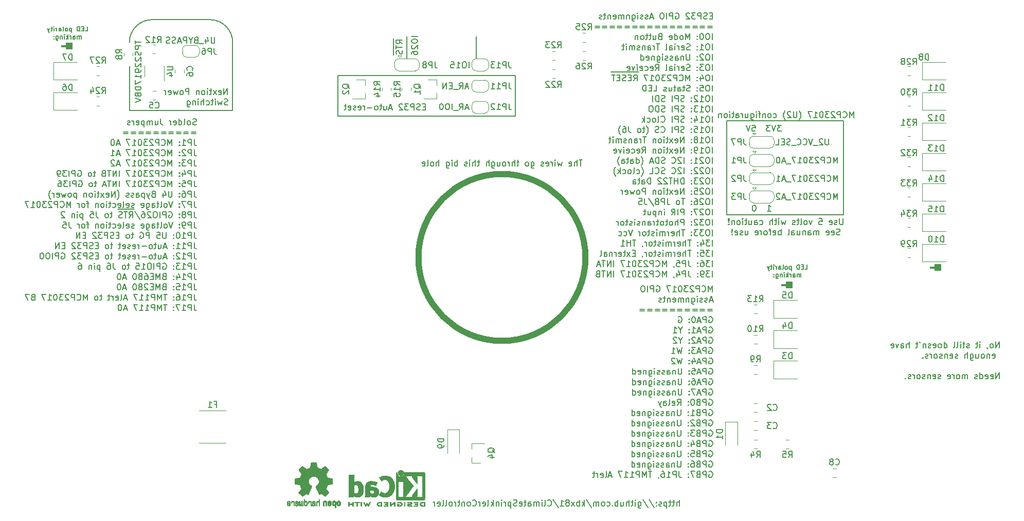
<source format=gbr>
G04 #@! TF.GenerationSoftware,KiCad,Pcbnew,(5.1.9-0-10_14)*
G04 #@! TF.CreationDate,2021-03-25T00:39:28-05:00*
G04 #@! TF.ProjectId,ClimateSprinklerController,436c696d-6174-4655-9370-72696e6b6c65,rev?*
G04 #@! TF.SameCoordinates,Original*
G04 #@! TF.FileFunction,Legend,Bot*
G04 #@! TF.FilePolarity,Positive*
%FSLAX46Y46*%
G04 Gerber Fmt 4.6, Leading zero omitted, Abs format (unit mm)*
G04 Created by KiCad (PCBNEW (5.1.9-0-10_14)) date 2021-03-25 00:39:28*
%MOMM*%
%LPD*%
G01*
G04 APERTURE LIST*
%ADD10C,0.200000*%
%ADD11C,1.000000*%
%ADD12C,0.100000*%
%ADD13C,0.160000*%
%ADD14C,0.120000*%
%ADD15C,0.010000*%
G04 APERTURE END LIST*
D10*
X101925000Y-50815000D02*
G75*
G02*
X105675000Y-54565000I0J-3750000D01*
G01*
X88675000Y-54565000D02*
G75*
G02*
X92425000Y-50815000I3750000J0D01*
G01*
D11*
X163750000Y-90000000D02*
G75*
G03*
X163750000Y-90000000I-13750000J0D01*
G01*
D10*
X206154761Y-83602380D02*
X206154761Y-84411904D01*
X206107142Y-84507142D01*
X206059523Y-84554761D01*
X205964285Y-84602380D01*
X205773809Y-84602380D01*
X205678571Y-84554761D01*
X205630952Y-84507142D01*
X205583333Y-84411904D01*
X205583333Y-83602380D01*
X205154761Y-84554761D02*
X205059523Y-84602380D01*
X204869047Y-84602380D01*
X204773809Y-84554761D01*
X204726190Y-84459523D01*
X204726190Y-84411904D01*
X204773809Y-84316666D01*
X204869047Y-84269047D01*
X205011904Y-84269047D01*
X205107142Y-84221428D01*
X205154761Y-84126190D01*
X205154761Y-84078571D01*
X205107142Y-83983333D01*
X205011904Y-83935714D01*
X204869047Y-83935714D01*
X204773809Y-83983333D01*
X203916666Y-84554761D02*
X204011904Y-84602380D01*
X204202380Y-84602380D01*
X204297619Y-84554761D01*
X204345238Y-84459523D01*
X204345238Y-84078571D01*
X204297619Y-83983333D01*
X204202380Y-83935714D01*
X204011904Y-83935714D01*
X203916666Y-83983333D01*
X203869047Y-84078571D01*
X203869047Y-84173809D01*
X204345238Y-84269047D01*
X202202380Y-83602380D02*
X202678571Y-83602380D01*
X202726190Y-84078571D01*
X202678571Y-84030952D01*
X202583333Y-83983333D01*
X202345238Y-83983333D01*
X202250000Y-84030952D01*
X202202380Y-84078571D01*
X202154761Y-84173809D01*
X202154761Y-84411904D01*
X202202380Y-84507142D01*
X202250000Y-84554761D01*
X202345238Y-84602380D01*
X202583333Y-84602380D01*
X202678571Y-84554761D01*
X202726190Y-84507142D01*
X201059523Y-83935714D02*
X200821428Y-84602380D01*
X200583333Y-83935714D01*
X200059523Y-84602380D02*
X200154761Y-84554761D01*
X200202380Y-84507142D01*
X200250000Y-84411904D01*
X200250000Y-84126190D01*
X200202380Y-84030952D01*
X200154761Y-83983333D01*
X200059523Y-83935714D01*
X199916666Y-83935714D01*
X199821428Y-83983333D01*
X199773809Y-84030952D01*
X199726190Y-84126190D01*
X199726190Y-84411904D01*
X199773809Y-84507142D01*
X199821428Y-84554761D01*
X199916666Y-84602380D01*
X200059523Y-84602380D01*
X199154761Y-84602380D02*
X199250000Y-84554761D01*
X199297619Y-84459523D01*
X199297619Y-83602380D01*
X198916666Y-83935714D02*
X198535714Y-83935714D01*
X198773809Y-83602380D02*
X198773809Y-84459523D01*
X198726190Y-84554761D01*
X198630952Y-84602380D01*
X198535714Y-84602380D01*
X198250000Y-84554761D02*
X198154761Y-84602380D01*
X197964285Y-84602380D01*
X197869047Y-84554761D01*
X197821428Y-84459523D01*
X197821428Y-84411904D01*
X197869047Y-84316666D01*
X197964285Y-84269047D01*
X198107142Y-84269047D01*
X198202380Y-84221428D01*
X198250000Y-84126190D01*
X198250000Y-84078571D01*
X198202380Y-83983333D01*
X198107142Y-83935714D01*
X197964285Y-83935714D01*
X197869047Y-83983333D01*
X196726190Y-83935714D02*
X196535714Y-84602380D01*
X196345238Y-84126190D01*
X196154761Y-84602380D01*
X195964285Y-83935714D01*
X195583333Y-84602380D02*
X195583333Y-83935714D01*
X195583333Y-83602380D02*
X195630952Y-83650000D01*
X195583333Y-83697619D01*
X195535714Y-83650000D01*
X195583333Y-83602380D01*
X195583333Y-83697619D01*
X195250000Y-83935714D02*
X194869047Y-83935714D01*
X195107142Y-83602380D02*
X195107142Y-84459523D01*
X195059523Y-84554761D01*
X194964285Y-84602380D01*
X194869047Y-84602380D01*
X194535714Y-84602380D02*
X194535714Y-83602380D01*
X194107142Y-84602380D02*
X194107142Y-84078571D01*
X194154761Y-83983333D01*
X194250000Y-83935714D01*
X194392857Y-83935714D01*
X194488095Y-83983333D01*
X194535714Y-84030952D01*
X192440476Y-84554761D02*
X192535714Y-84602380D01*
X192726190Y-84602380D01*
X192821428Y-84554761D01*
X192869047Y-84507142D01*
X192916666Y-84411904D01*
X192916666Y-84126190D01*
X192869047Y-84030952D01*
X192821428Y-83983333D01*
X192726190Y-83935714D01*
X192535714Y-83935714D01*
X192440476Y-83983333D01*
X191583333Y-84602380D02*
X191583333Y-84078571D01*
X191630952Y-83983333D01*
X191726190Y-83935714D01*
X191916666Y-83935714D01*
X192011904Y-83983333D01*
X191583333Y-84554761D02*
X191678571Y-84602380D01*
X191916666Y-84602380D01*
X192011904Y-84554761D01*
X192059523Y-84459523D01*
X192059523Y-84364285D01*
X192011904Y-84269047D01*
X191916666Y-84221428D01*
X191678571Y-84221428D01*
X191583333Y-84173809D01*
X190678571Y-83935714D02*
X190678571Y-84602380D01*
X191107142Y-83935714D02*
X191107142Y-84459523D01*
X191059523Y-84554761D01*
X190964285Y-84602380D01*
X190821428Y-84602380D01*
X190726190Y-84554761D01*
X190678571Y-84507142D01*
X190345238Y-83935714D02*
X189964285Y-83935714D01*
X190202380Y-83602380D02*
X190202380Y-84459523D01*
X190154761Y-84554761D01*
X190059523Y-84602380D01*
X189964285Y-84602380D01*
X189630952Y-84602380D02*
X189630952Y-83935714D01*
X189630952Y-83602380D02*
X189678571Y-83650000D01*
X189630952Y-83697619D01*
X189583333Y-83650000D01*
X189630952Y-83602380D01*
X189630952Y-83697619D01*
X189011904Y-84602380D02*
X189107142Y-84554761D01*
X189154761Y-84507142D01*
X189202380Y-84411904D01*
X189202380Y-84126190D01*
X189154761Y-84030952D01*
X189107142Y-83983333D01*
X189011904Y-83935714D01*
X188869047Y-83935714D01*
X188773809Y-83983333D01*
X188726190Y-84030952D01*
X188678571Y-84126190D01*
X188678571Y-84411904D01*
X188726190Y-84507142D01*
X188773809Y-84554761D01*
X188869047Y-84602380D01*
X189011904Y-84602380D01*
X188250000Y-83935714D02*
X188250000Y-84602380D01*
X188250000Y-84030952D02*
X188202380Y-83983333D01*
X188107142Y-83935714D01*
X187964285Y-83935714D01*
X187869047Y-83983333D01*
X187821428Y-84078571D01*
X187821428Y-84602380D01*
X187345238Y-84507142D02*
X187297619Y-84554761D01*
X187345238Y-84602380D01*
X187392857Y-84554761D01*
X187345238Y-84507142D01*
X187345238Y-84602380D01*
X187345238Y-84221428D02*
X187392857Y-83650000D01*
X187345238Y-83602380D01*
X187297619Y-83650000D01*
X187345238Y-84221428D01*
X187345238Y-83602380D01*
X205654761Y-86254761D02*
X205511904Y-86302380D01*
X205273809Y-86302380D01*
X205178571Y-86254761D01*
X205130952Y-86207142D01*
X205083333Y-86111904D01*
X205083333Y-86016666D01*
X205130952Y-85921428D01*
X205178571Y-85873809D01*
X205273809Y-85826190D01*
X205464285Y-85778571D01*
X205559523Y-85730952D01*
X205607142Y-85683333D01*
X205654761Y-85588095D01*
X205654761Y-85492857D01*
X205607142Y-85397619D01*
X205559523Y-85350000D01*
X205464285Y-85302380D01*
X205226190Y-85302380D01*
X205083333Y-85350000D01*
X204273809Y-86254761D02*
X204369047Y-86302380D01*
X204559523Y-86302380D01*
X204654761Y-86254761D01*
X204702380Y-86159523D01*
X204702380Y-85778571D01*
X204654761Y-85683333D01*
X204559523Y-85635714D01*
X204369047Y-85635714D01*
X204273809Y-85683333D01*
X204226190Y-85778571D01*
X204226190Y-85873809D01*
X204702380Y-85969047D01*
X203416666Y-86254761D02*
X203511904Y-86302380D01*
X203702380Y-86302380D01*
X203797619Y-86254761D01*
X203845238Y-86159523D01*
X203845238Y-85778571D01*
X203797619Y-85683333D01*
X203702380Y-85635714D01*
X203511904Y-85635714D01*
X203416666Y-85683333D01*
X203369047Y-85778571D01*
X203369047Y-85873809D01*
X203845238Y-85969047D01*
X202178571Y-86302380D02*
X202178571Y-85635714D01*
X202178571Y-85730952D02*
X202130952Y-85683333D01*
X202035714Y-85635714D01*
X201892857Y-85635714D01*
X201797619Y-85683333D01*
X201750000Y-85778571D01*
X201750000Y-86302380D01*
X201750000Y-85778571D02*
X201702380Y-85683333D01*
X201607142Y-85635714D01*
X201464285Y-85635714D01*
X201369047Y-85683333D01*
X201321428Y-85778571D01*
X201321428Y-86302380D01*
X200416666Y-86302380D02*
X200416666Y-85778571D01*
X200464285Y-85683333D01*
X200559523Y-85635714D01*
X200750000Y-85635714D01*
X200845238Y-85683333D01*
X200416666Y-86254761D02*
X200511904Y-86302380D01*
X200750000Y-86302380D01*
X200845238Y-86254761D01*
X200892857Y-86159523D01*
X200892857Y-86064285D01*
X200845238Y-85969047D01*
X200750000Y-85921428D01*
X200511904Y-85921428D01*
X200416666Y-85873809D01*
X199940476Y-85635714D02*
X199940476Y-86302380D01*
X199940476Y-85730952D02*
X199892857Y-85683333D01*
X199797619Y-85635714D01*
X199654761Y-85635714D01*
X199559523Y-85683333D01*
X199511904Y-85778571D01*
X199511904Y-86302380D01*
X198607142Y-85635714D02*
X198607142Y-86302380D01*
X199035714Y-85635714D02*
X199035714Y-86159523D01*
X198988095Y-86254761D01*
X198892857Y-86302380D01*
X198750000Y-86302380D01*
X198654761Y-86254761D01*
X198607142Y-86207142D01*
X197702380Y-86302380D02*
X197702380Y-85778571D01*
X197750000Y-85683333D01*
X197845238Y-85635714D01*
X198035714Y-85635714D01*
X198130952Y-85683333D01*
X197702380Y-86254761D02*
X197797619Y-86302380D01*
X198035714Y-86302380D01*
X198130952Y-86254761D01*
X198178571Y-86159523D01*
X198178571Y-86064285D01*
X198130952Y-85969047D01*
X198035714Y-85921428D01*
X197797619Y-85921428D01*
X197702380Y-85873809D01*
X197083333Y-86302380D02*
X197178571Y-86254761D01*
X197226190Y-86159523D01*
X197226190Y-85302380D01*
X195940476Y-86302380D02*
X195940476Y-85302380D01*
X195940476Y-85683333D02*
X195845238Y-85635714D01*
X195654761Y-85635714D01*
X195559523Y-85683333D01*
X195511904Y-85730952D01*
X195464285Y-85826190D01*
X195464285Y-86111904D01*
X195511904Y-86207142D01*
X195559523Y-86254761D01*
X195654761Y-86302380D01*
X195845238Y-86302380D01*
X195940476Y-86254761D01*
X194654761Y-86254761D02*
X194750000Y-86302380D01*
X194940476Y-86302380D01*
X195035714Y-86254761D01*
X195083333Y-86159523D01*
X195083333Y-85778571D01*
X195035714Y-85683333D01*
X194940476Y-85635714D01*
X194750000Y-85635714D01*
X194654761Y-85683333D01*
X194607142Y-85778571D01*
X194607142Y-85873809D01*
X195083333Y-85969047D01*
X194321428Y-85635714D02*
X193940476Y-85635714D01*
X194178571Y-86302380D02*
X194178571Y-85445238D01*
X194130952Y-85350000D01*
X194035714Y-85302380D01*
X193940476Y-85302380D01*
X193464285Y-86302380D02*
X193559523Y-86254761D01*
X193607142Y-86207142D01*
X193654761Y-86111904D01*
X193654761Y-85826190D01*
X193607142Y-85730952D01*
X193559523Y-85683333D01*
X193464285Y-85635714D01*
X193321428Y-85635714D01*
X193226190Y-85683333D01*
X193178571Y-85730952D01*
X193130952Y-85826190D01*
X193130952Y-86111904D01*
X193178571Y-86207142D01*
X193226190Y-86254761D01*
X193321428Y-86302380D01*
X193464285Y-86302380D01*
X192702380Y-86302380D02*
X192702380Y-85635714D01*
X192702380Y-85826190D02*
X192654761Y-85730952D01*
X192607142Y-85683333D01*
X192511904Y-85635714D01*
X192416666Y-85635714D01*
X191702380Y-86254761D02*
X191797619Y-86302380D01*
X191988095Y-86302380D01*
X192083333Y-86254761D01*
X192130952Y-86159523D01*
X192130952Y-85778571D01*
X192083333Y-85683333D01*
X191988095Y-85635714D01*
X191797619Y-85635714D01*
X191702380Y-85683333D01*
X191654761Y-85778571D01*
X191654761Y-85873809D01*
X192130952Y-85969047D01*
X190035714Y-85635714D02*
X190035714Y-86302380D01*
X190464285Y-85635714D02*
X190464285Y-86159523D01*
X190416666Y-86254761D01*
X190321428Y-86302380D01*
X190178571Y-86302380D01*
X190083333Y-86254761D01*
X190035714Y-86207142D01*
X189607142Y-86254761D02*
X189511904Y-86302380D01*
X189321428Y-86302380D01*
X189226190Y-86254761D01*
X189178571Y-86159523D01*
X189178571Y-86111904D01*
X189226190Y-86016666D01*
X189321428Y-85969047D01*
X189464285Y-85969047D01*
X189559523Y-85921428D01*
X189607142Y-85826190D01*
X189607142Y-85778571D01*
X189559523Y-85683333D01*
X189464285Y-85635714D01*
X189321428Y-85635714D01*
X189226190Y-85683333D01*
X188369047Y-86254761D02*
X188464285Y-86302380D01*
X188654761Y-86302380D01*
X188750000Y-86254761D01*
X188797619Y-86159523D01*
X188797619Y-85778571D01*
X188750000Y-85683333D01*
X188654761Y-85635714D01*
X188464285Y-85635714D01*
X188369047Y-85683333D01*
X188321428Y-85778571D01*
X188321428Y-85873809D01*
X188797619Y-85969047D01*
X187892857Y-86207142D02*
X187845238Y-86254761D01*
X187892857Y-86302380D01*
X187940476Y-86254761D01*
X187892857Y-86207142D01*
X187892857Y-86302380D01*
X187892857Y-85921428D02*
X187940476Y-85350000D01*
X187892857Y-85302380D01*
X187845238Y-85350000D01*
X187892857Y-85921428D01*
X187892857Y-85302380D01*
X163238095Y-73952380D02*
X162666666Y-73952380D01*
X162952380Y-74952380D02*
X162952380Y-73952380D01*
X162333333Y-74952380D02*
X162333333Y-73952380D01*
X161904761Y-74952380D02*
X161904761Y-74428571D01*
X161952380Y-74333333D01*
X162047619Y-74285714D01*
X162190476Y-74285714D01*
X162285714Y-74333333D01*
X162333333Y-74380952D01*
X161047619Y-74904761D02*
X161142857Y-74952380D01*
X161333333Y-74952380D01*
X161428571Y-74904761D01*
X161476190Y-74809523D01*
X161476190Y-74428571D01*
X161428571Y-74333333D01*
X161333333Y-74285714D01*
X161142857Y-74285714D01*
X161047619Y-74333333D01*
X161000000Y-74428571D01*
X161000000Y-74523809D01*
X161476190Y-74619047D01*
X159904761Y-74285714D02*
X159714285Y-74952380D01*
X159523809Y-74476190D01*
X159333333Y-74952380D01*
X159142857Y-74285714D01*
X158761904Y-74952380D02*
X158761904Y-74285714D01*
X158761904Y-73952380D02*
X158809523Y-74000000D01*
X158761904Y-74047619D01*
X158714285Y-74000000D01*
X158761904Y-73952380D01*
X158761904Y-74047619D01*
X158285714Y-74952380D02*
X158285714Y-74285714D01*
X158285714Y-74476190D02*
X158238095Y-74380952D01*
X158190476Y-74333333D01*
X158095238Y-74285714D01*
X158000000Y-74285714D01*
X157285714Y-74904761D02*
X157380952Y-74952380D01*
X157571428Y-74952380D01*
X157666666Y-74904761D01*
X157714285Y-74809523D01*
X157714285Y-74428571D01*
X157666666Y-74333333D01*
X157571428Y-74285714D01*
X157380952Y-74285714D01*
X157285714Y-74333333D01*
X157238095Y-74428571D01*
X157238095Y-74523809D01*
X157714285Y-74619047D01*
X156857142Y-74904761D02*
X156761904Y-74952380D01*
X156571428Y-74952380D01*
X156476190Y-74904761D01*
X156428571Y-74809523D01*
X156428571Y-74761904D01*
X156476190Y-74666666D01*
X156571428Y-74619047D01*
X156714285Y-74619047D01*
X156809523Y-74571428D01*
X156857142Y-74476190D01*
X156857142Y-74428571D01*
X156809523Y-74333333D01*
X156714285Y-74285714D01*
X156571428Y-74285714D01*
X156476190Y-74333333D01*
X154809523Y-74285714D02*
X154809523Y-75095238D01*
X154857142Y-75190476D01*
X154904761Y-75238095D01*
X155000000Y-75285714D01*
X155142857Y-75285714D01*
X155238095Y-75238095D01*
X154809523Y-74904761D02*
X154904761Y-74952380D01*
X155095238Y-74952380D01*
X155190476Y-74904761D01*
X155238095Y-74857142D01*
X155285714Y-74761904D01*
X155285714Y-74476190D01*
X155238095Y-74380952D01*
X155190476Y-74333333D01*
X155095238Y-74285714D01*
X154904761Y-74285714D01*
X154809523Y-74333333D01*
X154190476Y-74952380D02*
X154285714Y-74904761D01*
X154333333Y-74857142D01*
X154380952Y-74761904D01*
X154380952Y-74476190D01*
X154333333Y-74380952D01*
X154285714Y-74333333D01*
X154190476Y-74285714D01*
X154047619Y-74285714D01*
X153952380Y-74333333D01*
X153904761Y-74380952D01*
X153857142Y-74476190D01*
X153857142Y-74761904D01*
X153904761Y-74857142D01*
X153952380Y-74904761D01*
X154047619Y-74952380D01*
X154190476Y-74952380D01*
X152809523Y-74285714D02*
X152428571Y-74285714D01*
X152666666Y-73952380D02*
X152666666Y-74809523D01*
X152619047Y-74904761D01*
X152523809Y-74952380D01*
X152428571Y-74952380D01*
X152095238Y-74952380D02*
X152095238Y-73952380D01*
X151666666Y-74952380D02*
X151666666Y-74428571D01*
X151714285Y-74333333D01*
X151809523Y-74285714D01*
X151952380Y-74285714D01*
X152047619Y-74333333D01*
X152095238Y-74380952D01*
X151190476Y-74952380D02*
X151190476Y-74285714D01*
X151190476Y-74476190D02*
X151142857Y-74380952D01*
X151095238Y-74333333D01*
X151000000Y-74285714D01*
X150904761Y-74285714D01*
X150428571Y-74952380D02*
X150523809Y-74904761D01*
X150571428Y-74857142D01*
X150619047Y-74761904D01*
X150619047Y-74476190D01*
X150571428Y-74380952D01*
X150523809Y-74333333D01*
X150428571Y-74285714D01*
X150285714Y-74285714D01*
X150190476Y-74333333D01*
X150142857Y-74380952D01*
X150095238Y-74476190D01*
X150095238Y-74761904D01*
X150142857Y-74857142D01*
X150190476Y-74904761D01*
X150285714Y-74952380D01*
X150428571Y-74952380D01*
X149238095Y-74285714D02*
X149238095Y-74952380D01*
X149666666Y-74285714D02*
X149666666Y-74809523D01*
X149619047Y-74904761D01*
X149523809Y-74952380D01*
X149380952Y-74952380D01*
X149285714Y-74904761D01*
X149238095Y-74857142D01*
X148333333Y-74285714D02*
X148333333Y-75095238D01*
X148380952Y-75190476D01*
X148428571Y-75238095D01*
X148523809Y-75285714D01*
X148666666Y-75285714D01*
X148761904Y-75238095D01*
X148333333Y-74904761D02*
X148428571Y-74952380D01*
X148619047Y-74952380D01*
X148714285Y-74904761D01*
X148761904Y-74857142D01*
X148809523Y-74761904D01*
X148809523Y-74476190D01*
X148761904Y-74380952D01*
X148714285Y-74333333D01*
X148619047Y-74285714D01*
X148428571Y-74285714D01*
X148333333Y-74333333D01*
X147857142Y-74952380D02*
X147857142Y-73952380D01*
X147428571Y-74952380D02*
X147428571Y-74428571D01*
X147476190Y-74333333D01*
X147571428Y-74285714D01*
X147714285Y-74285714D01*
X147809523Y-74333333D01*
X147857142Y-74380952D01*
X146333333Y-74285714D02*
X145952380Y-74285714D01*
X146190476Y-73952380D02*
X146190476Y-74809523D01*
X146142857Y-74904761D01*
X146047619Y-74952380D01*
X145952380Y-74952380D01*
X145619047Y-74952380D02*
X145619047Y-73952380D01*
X145190476Y-74952380D02*
X145190476Y-74428571D01*
X145238095Y-74333333D01*
X145333333Y-74285714D01*
X145476190Y-74285714D01*
X145571428Y-74333333D01*
X145619047Y-74380952D01*
X144714285Y-74952380D02*
X144714285Y-74285714D01*
X144714285Y-73952380D02*
X144761904Y-74000000D01*
X144714285Y-74047619D01*
X144666666Y-74000000D01*
X144714285Y-73952380D01*
X144714285Y-74047619D01*
X144285714Y-74904761D02*
X144190476Y-74952380D01*
X144000000Y-74952380D01*
X143904761Y-74904761D01*
X143857142Y-74809523D01*
X143857142Y-74761904D01*
X143904761Y-74666666D01*
X144000000Y-74619047D01*
X144142857Y-74619047D01*
X144238095Y-74571428D01*
X144285714Y-74476190D01*
X144285714Y-74428571D01*
X144238095Y-74333333D01*
X144142857Y-74285714D01*
X144000000Y-74285714D01*
X143904761Y-74333333D01*
X142666666Y-74952380D02*
X142666666Y-73952380D01*
X142666666Y-74333333D02*
X142571428Y-74285714D01*
X142380952Y-74285714D01*
X142285714Y-74333333D01*
X142238095Y-74380952D01*
X142190476Y-74476190D01*
X142190476Y-74761904D01*
X142238095Y-74857142D01*
X142285714Y-74904761D01*
X142380952Y-74952380D01*
X142571428Y-74952380D01*
X142666666Y-74904761D01*
X141761904Y-74952380D02*
X141761904Y-74285714D01*
X141761904Y-73952380D02*
X141809523Y-74000000D01*
X141761904Y-74047619D01*
X141714285Y-74000000D01*
X141761904Y-73952380D01*
X141761904Y-74047619D01*
X140857142Y-74285714D02*
X140857142Y-75095238D01*
X140904761Y-75190476D01*
X140952380Y-75238095D01*
X141047619Y-75285714D01*
X141190476Y-75285714D01*
X141285714Y-75238095D01*
X140857142Y-74904761D02*
X140952380Y-74952380D01*
X141142857Y-74952380D01*
X141238095Y-74904761D01*
X141285714Y-74857142D01*
X141333333Y-74761904D01*
X141333333Y-74476190D01*
X141285714Y-74380952D01*
X141238095Y-74333333D01*
X141142857Y-74285714D01*
X140952380Y-74285714D01*
X140857142Y-74333333D01*
X139619047Y-74952380D02*
X139619047Y-73952380D01*
X139190476Y-74952380D02*
X139190476Y-74428571D01*
X139238095Y-74333333D01*
X139333333Y-74285714D01*
X139476190Y-74285714D01*
X139571428Y-74333333D01*
X139619047Y-74380952D01*
X138571428Y-74952380D02*
X138666666Y-74904761D01*
X138714285Y-74857142D01*
X138761904Y-74761904D01*
X138761904Y-74476190D01*
X138714285Y-74380952D01*
X138666666Y-74333333D01*
X138571428Y-74285714D01*
X138428571Y-74285714D01*
X138333333Y-74333333D01*
X138285714Y-74380952D01*
X138238095Y-74476190D01*
X138238095Y-74761904D01*
X138285714Y-74857142D01*
X138333333Y-74904761D01*
X138428571Y-74952380D01*
X138571428Y-74952380D01*
X137666666Y-74952380D02*
X137761904Y-74904761D01*
X137809523Y-74809523D01*
X137809523Y-73952380D01*
X136904761Y-74904761D02*
X137000000Y-74952380D01*
X137190476Y-74952380D01*
X137285714Y-74904761D01*
X137333333Y-74809523D01*
X137333333Y-74428571D01*
X137285714Y-74333333D01*
X137190476Y-74285714D01*
X137000000Y-74285714D01*
X136904761Y-74333333D01*
X136857142Y-74428571D01*
X136857142Y-74523809D01*
X137333333Y-74619047D01*
X231881904Y-104902380D02*
X231881904Y-103902380D01*
X231310476Y-104902380D01*
X231310476Y-103902380D01*
X230691428Y-104902380D02*
X230786666Y-104854761D01*
X230834285Y-104807142D01*
X230881904Y-104711904D01*
X230881904Y-104426190D01*
X230834285Y-104330952D01*
X230786666Y-104283333D01*
X230691428Y-104235714D01*
X230548571Y-104235714D01*
X230453333Y-104283333D01*
X230405714Y-104330952D01*
X230358095Y-104426190D01*
X230358095Y-104711904D01*
X230405714Y-104807142D01*
X230453333Y-104854761D01*
X230548571Y-104902380D01*
X230691428Y-104902380D01*
X229881904Y-104854761D02*
X229881904Y-104902380D01*
X229929523Y-104997619D01*
X229977142Y-105045238D01*
X228691428Y-104902380D02*
X228691428Y-104235714D01*
X228691428Y-103902380D02*
X228739047Y-103950000D01*
X228691428Y-103997619D01*
X228643809Y-103950000D01*
X228691428Y-103902380D01*
X228691428Y-103997619D01*
X228358095Y-104235714D02*
X227977142Y-104235714D01*
X228215238Y-103902380D02*
X228215238Y-104759523D01*
X228167619Y-104854761D01*
X228072380Y-104902380D01*
X227977142Y-104902380D01*
X226929523Y-104854761D02*
X226834285Y-104902380D01*
X226643809Y-104902380D01*
X226548571Y-104854761D01*
X226500952Y-104759523D01*
X226500952Y-104711904D01*
X226548571Y-104616666D01*
X226643809Y-104569047D01*
X226786666Y-104569047D01*
X226881904Y-104521428D01*
X226929523Y-104426190D01*
X226929523Y-104378571D01*
X226881904Y-104283333D01*
X226786666Y-104235714D01*
X226643809Y-104235714D01*
X226548571Y-104283333D01*
X226215238Y-104235714D02*
X225834285Y-104235714D01*
X226072380Y-103902380D02*
X226072380Y-104759523D01*
X226024761Y-104854761D01*
X225929523Y-104902380D01*
X225834285Y-104902380D01*
X225500952Y-104902380D02*
X225500952Y-104235714D01*
X225500952Y-103902380D02*
X225548571Y-103950000D01*
X225500952Y-103997619D01*
X225453333Y-103950000D01*
X225500952Y-103902380D01*
X225500952Y-103997619D01*
X224881904Y-104902380D02*
X224977142Y-104854761D01*
X225024761Y-104759523D01*
X225024761Y-103902380D01*
X224358095Y-104902380D02*
X224453333Y-104854761D01*
X224500952Y-104759523D01*
X224500952Y-103902380D01*
X222786666Y-104902380D02*
X222786666Y-103902380D01*
X222786666Y-104854761D02*
X222881904Y-104902380D01*
X223072380Y-104902380D01*
X223167619Y-104854761D01*
X223215238Y-104807142D01*
X223262857Y-104711904D01*
X223262857Y-104426190D01*
X223215238Y-104330952D01*
X223167619Y-104283333D01*
X223072380Y-104235714D01*
X222881904Y-104235714D01*
X222786666Y-104283333D01*
X222167619Y-104902380D02*
X222262857Y-104854761D01*
X222310476Y-104807142D01*
X222358095Y-104711904D01*
X222358095Y-104426190D01*
X222310476Y-104330952D01*
X222262857Y-104283333D01*
X222167619Y-104235714D01*
X222024761Y-104235714D01*
X221929523Y-104283333D01*
X221881904Y-104330952D01*
X221834285Y-104426190D01*
X221834285Y-104711904D01*
X221881904Y-104807142D01*
X221929523Y-104854761D01*
X222024761Y-104902380D01*
X222167619Y-104902380D01*
X221024761Y-104854761D02*
X221120000Y-104902380D01*
X221310476Y-104902380D01*
X221405714Y-104854761D01*
X221453333Y-104759523D01*
X221453333Y-104378571D01*
X221405714Y-104283333D01*
X221310476Y-104235714D01*
X221120000Y-104235714D01*
X221024761Y-104283333D01*
X220977142Y-104378571D01*
X220977142Y-104473809D01*
X221453333Y-104569047D01*
X220596190Y-104854761D02*
X220500952Y-104902380D01*
X220310476Y-104902380D01*
X220215238Y-104854761D01*
X220167619Y-104759523D01*
X220167619Y-104711904D01*
X220215238Y-104616666D01*
X220310476Y-104569047D01*
X220453333Y-104569047D01*
X220548571Y-104521428D01*
X220596190Y-104426190D01*
X220596190Y-104378571D01*
X220548571Y-104283333D01*
X220453333Y-104235714D01*
X220310476Y-104235714D01*
X220215238Y-104283333D01*
X219739047Y-104235714D02*
X219739047Y-104902380D01*
X219739047Y-104330952D02*
X219691428Y-104283333D01*
X219596190Y-104235714D01*
X219453333Y-104235714D01*
X219358095Y-104283333D01*
X219310476Y-104378571D01*
X219310476Y-104902380D01*
X218786666Y-103902380D02*
X218786666Y-103950000D01*
X218834285Y-104045238D01*
X218881904Y-104092857D01*
X218500952Y-104235714D02*
X218120000Y-104235714D01*
X218358095Y-103902380D02*
X218358095Y-104759523D01*
X218310476Y-104854761D01*
X218215238Y-104902380D01*
X218120000Y-104902380D01*
X217024761Y-104902380D02*
X217024761Y-103902380D01*
X216596190Y-104902380D02*
X216596190Y-104378571D01*
X216643809Y-104283333D01*
X216739047Y-104235714D01*
X216881904Y-104235714D01*
X216977142Y-104283333D01*
X217024761Y-104330952D01*
X215691428Y-104902380D02*
X215691428Y-104378571D01*
X215739047Y-104283333D01*
X215834285Y-104235714D01*
X216024761Y-104235714D01*
X216120000Y-104283333D01*
X215691428Y-104854761D02*
X215786666Y-104902380D01*
X216024761Y-104902380D01*
X216120000Y-104854761D01*
X216167619Y-104759523D01*
X216167619Y-104664285D01*
X216120000Y-104569047D01*
X216024761Y-104521428D01*
X215786666Y-104521428D01*
X215691428Y-104473809D01*
X215310476Y-104235714D02*
X215072380Y-104902380D01*
X214834285Y-104235714D01*
X214072380Y-104854761D02*
X214167619Y-104902380D01*
X214358095Y-104902380D01*
X214453333Y-104854761D01*
X214500952Y-104759523D01*
X214500952Y-104378571D01*
X214453333Y-104283333D01*
X214358095Y-104235714D01*
X214167619Y-104235714D01*
X214072380Y-104283333D01*
X214024761Y-104378571D01*
X214024761Y-104473809D01*
X214500952Y-104569047D01*
X230739047Y-106554761D02*
X230834285Y-106602380D01*
X231024761Y-106602380D01*
X231120000Y-106554761D01*
X231167619Y-106459523D01*
X231167619Y-106078571D01*
X231120000Y-105983333D01*
X231024761Y-105935714D01*
X230834285Y-105935714D01*
X230739047Y-105983333D01*
X230691428Y-106078571D01*
X230691428Y-106173809D01*
X231167619Y-106269047D01*
X230262857Y-105935714D02*
X230262857Y-106602380D01*
X230262857Y-106030952D02*
X230215238Y-105983333D01*
X230120000Y-105935714D01*
X229977142Y-105935714D01*
X229881904Y-105983333D01*
X229834285Y-106078571D01*
X229834285Y-106602380D01*
X229215238Y-106602380D02*
X229310476Y-106554761D01*
X229358095Y-106507142D01*
X229405714Y-106411904D01*
X229405714Y-106126190D01*
X229358095Y-106030952D01*
X229310476Y-105983333D01*
X229215238Y-105935714D01*
X229072380Y-105935714D01*
X228977142Y-105983333D01*
X228929523Y-106030952D01*
X228881904Y-106126190D01*
X228881904Y-106411904D01*
X228929523Y-106507142D01*
X228977142Y-106554761D01*
X229072380Y-106602380D01*
X229215238Y-106602380D01*
X228024761Y-105935714D02*
X228024761Y-106602380D01*
X228453333Y-105935714D02*
X228453333Y-106459523D01*
X228405714Y-106554761D01*
X228310476Y-106602380D01*
X228167619Y-106602380D01*
X228072380Y-106554761D01*
X228024761Y-106507142D01*
X227120000Y-105935714D02*
X227120000Y-106745238D01*
X227167619Y-106840476D01*
X227215238Y-106888095D01*
X227310476Y-106935714D01*
X227453333Y-106935714D01*
X227548571Y-106888095D01*
X227120000Y-106554761D02*
X227215238Y-106602380D01*
X227405714Y-106602380D01*
X227500952Y-106554761D01*
X227548571Y-106507142D01*
X227596190Y-106411904D01*
X227596190Y-106126190D01*
X227548571Y-106030952D01*
X227500952Y-105983333D01*
X227405714Y-105935714D01*
X227215238Y-105935714D01*
X227120000Y-105983333D01*
X226643809Y-106602380D02*
X226643809Y-105602380D01*
X226215238Y-106602380D02*
X226215238Y-106078571D01*
X226262857Y-105983333D01*
X226358095Y-105935714D01*
X226500952Y-105935714D01*
X226596190Y-105983333D01*
X226643809Y-106030952D01*
X225024761Y-106554761D02*
X224929523Y-106602380D01*
X224739047Y-106602380D01*
X224643809Y-106554761D01*
X224596190Y-106459523D01*
X224596190Y-106411904D01*
X224643809Y-106316666D01*
X224739047Y-106269047D01*
X224881904Y-106269047D01*
X224977142Y-106221428D01*
X225024761Y-106126190D01*
X225024761Y-106078571D01*
X224977142Y-105983333D01*
X224881904Y-105935714D01*
X224739047Y-105935714D01*
X224643809Y-105983333D01*
X223786666Y-106554761D02*
X223881904Y-106602380D01*
X224072380Y-106602380D01*
X224167619Y-106554761D01*
X224215238Y-106459523D01*
X224215238Y-106078571D01*
X224167619Y-105983333D01*
X224072380Y-105935714D01*
X223881904Y-105935714D01*
X223786666Y-105983333D01*
X223739047Y-106078571D01*
X223739047Y-106173809D01*
X224215238Y-106269047D01*
X223310476Y-105935714D02*
X223310476Y-106602380D01*
X223310476Y-106030952D02*
X223262857Y-105983333D01*
X223167619Y-105935714D01*
X223024761Y-105935714D01*
X222929523Y-105983333D01*
X222881904Y-106078571D01*
X222881904Y-106602380D01*
X222453333Y-106554761D02*
X222358095Y-106602380D01*
X222167619Y-106602380D01*
X222072380Y-106554761D01*
X222024761Y-106459523D01*
X222024761Y-106411904D01*
X222072380Y-106316666D01*
X222167619Y-106269047D01*
X222310476Y-106269047D01*
X222405714Y-106221428D01*
X222453333Y-106126190D01*
X222453333Y-106078571D01*
X222405714Y-105983333D01*
X222310476Y-105935714D01*
X222167619Y-105935714D01*
X222072380Y-105983333D01*
X221453333Y-106602380D02*
X221548571Y-106554761D01*
X221596190Y-106507142D01*
X221643809Y-106411904D01*
X221643809Y-106126190D01*
X221596190Y-106030952D01*
X221548571Y-105983333D01*
X221453333Y-105935714D01*
X221310476Y-105935714D01*
X221215238Y-105983333D01*
X221167619Y-106030952D01*
X221120000Y-106126190D01*
X221120000Y-106411904D01*
X221167619Y-106507142D01*
X221215238Y-106554761D01*
X221310476Y-106602380D01*
X221453333Y-106602380D01*
X220691428Y-106602380D02*
X220691428Y-105935714D01*
X220691428Y-106126190D02*
X220643809Y-106030952D01*
X220596190Y-105983333D01*
X220500952Y-105935714D01*
X220405714Y-105935714D01*
X220120000Y-106554761D02*
X220024761Y-106602380D01*
X219834285Y-106602380D01*
X219739047Y-106554761D01*
X219691428Y-106459523D01*
X219691428Y-106411904D01*
X219739047Y-106316666D01*
X219834285Y-106269047D01*
X219977142Y-106269047D01*
X220072380Y-106221428D01*
X220120000Y-106126190D01*
X220120000Y-106078571D01*
X220072380Y-105983333D01*
X219977142Y-105935714D01*
X219834285Y-105935714D01*
X219739047Y-105983333D01*
X219262857Y-106507142D02*
X219215238Y-106554761D01*
X219262857Y-106602380D01*
X219310476Y-106554761D01*
X219262857Y-106507142D01*
X219262857Y-106602380D01*
X231881904Y-110002380D02*
X231881904Y-109002380D01*
X231310476Y-110002380D01*
X231310476Y-109002380D01*
X230453333Y-109954761D02*
X230548571Y-110002380D01*
X230739047Y-110002380D01*
X230834285Y-109954761D01*
X230881904Y-109859523D01*
X230881904Y-109478571D01*
X230834285Y-109383333D01*
X230739047Y-109335714D01*
X230548571Y-109335714D01*
X230453333Y-109383333D01*
X230405714Y-109478571D01*
X230405714Y-109573809D01*
X230881904Y-109669047D01*
X229596190Y-109954761D02*
X229691428Y-110002380D01*
X229881904Y-110002380D01*
X229977142Y-109954761D01*
X230024761Y-109859523D01*
X230024761Y-109478571D01*
X229977142Y-109383333D01*
X229881904Y-109335714D01*
X229691428Y-109335714D01*
X229596190Y-109383333D01*
X229548571Y-109478571D01*
X229548571Y-109573809D01*
X230024761Y-109669047D01*
X228691428Y-110002380D02*
X228691428Y-109002380D01*
X228691428Y-109954761D02*
X228786666Y-110002380D01*
X228977142Y-110002380D01*
X229072380Y-109954761D01*
X229120000Y-109907142D01*
X229167619Y-109811904D01*
X229167619Y-109526190D01*
X229120000Y-109430952D01*
X229072380Y-109383333D01*
X228977142Y-109335714D01*
X228786666Y-109335714D01*
X228691428Y-109383333D01*
X228262857Y-109954761D02*
X228167619Y-110002380D01*
X227977142Y-110002380D01*
X227881904Y-109954761D01*
X227834285Y-109859523D01*
X227834285Y-109811904D01*
X227881904Y-109716666D01*
X227977142Y-109669047D01*
X228120000Y-109669047D01*
X228215238Y-109621428D01*
X228262857Y-109526190D01*
X228262857Y-109478571D01*
X228215238Y-109383333D01*
X228120000Y-109335714D01*
X227977142Y-109335714D01*
X227881904Y-109383333D01*
X226643809Y-110002380D02*
X226643809Y-109335714D01*
X226643809Y-109430952D02*
X226596190Y-109383333D01*
X226500952Y-109335714D01*
X226358095Y-109335714D01*
X226262857Y-109383333D01*
X226215238Y-109478571D01*
X226215238Y-110002380D01*
X226215238Y-109478571D02*
X226167619Y-109383333D01*
X226072380Y-109335714D01*
X225929523Y-109335714D01*
X225834285Y-109383333D01*
X225786666Y-109478571D01*
X225786666Y-110002380D01*
X225167619Y-110002380D02*
X225262857Y-109954761D01*
X225310476Y-109907142D01*
X225358095Y-109811904D01*
X225358095Y-109526190D01*
X225310476Y-109430952D01*
X225262857Y-109383333D01*
X225167619Y-109335714D01*
X225024761Y-109335714D01*
X224929523Y-109383333D01*
X224881904Y-109430952D01*
X224834285Y-109526190D01*
X224834285Y-109811904D01*
X224881904Y-109907142D01*
X224929523Y-109954761D01*
X225024761Y-110002380D01*
X225167619Y-110002380D01*
X224405714Y-110002380D02*
X224405714Y-109335714D01*
X224405714Y-109526190D02*
X224358095Y-109430952D01*
X224310476Y-109383333D01*
X224215238Y-109335714D01*
X224120000Y-109335714D01*
X223405714Y-109954761D02*
X223500952Y-110002380D01*
X223691428Y-110002380D01*
X223786666Y-109954761D01*
X223834285Y-109859523D01*
X223834285Y-109478571D01*
X223786666Y-109383333D01*
X223691428Y-109335714D01*
X223500952Y-109335714D01*
X223405714Y-109383333D01*
X223358095Y-109478571D01*
X223358095Y-109573809D01*
X223834285Y-109669047D01*
X222215238Y-109954761D02*
X222120000Y-110002380D01*
X221929523Y-110002380D01*
X221834285Y-109954761D01*
X221786666Y-109859523D01*
X221786666Y-109811904D01*
X221834285Y-109716666D01*
X221929523Y-109669047D01*
X222072380Y-109669047D01*
X222167619Y-109621428D01*
X222215238Y-109526190D01*
X222215238Y-109478571D01*
X222167619Y-109383333D01*
X222072380Y-109335714D01*
X221929523Y-109335714D01*
X221834285Y-109383333D01*
X220977142Y-109954761D02*
X221072380Y-110002380D01*
X221262857Y-110002380D01*
X221358095Y-109954761D01*
X221405714Y-109859523D01*
X221405714Y-109478571D01*
X221358095Y-109383333D01*
X221262857Y-109335714D01*
X221072380Y-109335714D01*
X220977142Y-109383333D01*
X220929523Y-109478571D01*
X220929523Y-109573809D01*
X221405714Y-109669047D01*
X220500952Y-109335714D02*
X220500952Y-110002380D01*
X220500952Y-109430952D02*
X220453333Y-109383333D01*
X220358095Y-109335714D01*
X220215238Y-109335714D01*
X220120000Y-109383333D01*
X220072380Y-109478571D01*
X220072380Y-110002380D01*
X219643809Y-109954761D02*
X219548571Y-110002380D01*
X219358095Y-110002380D01*
X219262857Y-109954761D01*
X219215238Y-109859523D01*
X219215238Y-109811904D01*
X219262857Y-109716666D01*
X219358095Y-109669047D01*
X219500952Y-109669047D01*
X219596190Y-109621428D01*
X219643809Y-109526190D01*
X219643809Y-109478571D01*
X219596190Y-109383333D01*
X219500952Y-109335714D01*
X219358095Y-109335714D01*
X219262857Y-109383333D01*
X218643809Y-110002380D02*
X218739047Y-109954761D01*
X218786666Y-109907142D01*
X218834285Y-109811904D01*
X218834285Y-109526190D01*
X218786666Y-109430952D01*
X218739047Y-109383333D01*
X218643809Y-109335714D01*
X218500952Y-109335714D01*
X218405714Y-109383333D01*
X218358095Y-109430952D01*
X218310476Y-109526190D01*
X218310476Y-109811904D01*
X218358095Y-109907142D01*
X218405714Y-109954761D01*
X218500952Y-110002380D01*
X218643809Y-110002380D01*
X217881904Y-110002380D02*
X217881904Y-109335714D01*
X217881904Y-109526190D02*
X217834285Y-109430952D01*
X217786666Y-109383333D01*
X217691428Y-109335714D01*
X217596190Y-109335714D01*
X217310476Y-109954761D02*
X217215238Y-110002380D01*
X217024761Y-110002380D01*
X216929523Y-109954761D01*
X216881904Y-109859523D01*
X216881904Y-109811904D01*
X216929523Y-109716666D01*
X217024761Y-109669047D01*
X217167619Y-109669047D01*
X217262857Y-109621428D01*
X217310476Y-109526190D01*
X217310476Y-109478571D01*
X217262857Y-109383333D01*
X217167619Y-109335714D01*
X217024761Y-109335714D01*
X216929523Y-109383333D01*
X216453333Y-109907142D02*
X216405714Y-109954761D01*
X216453333Y-110002380D01*
X216500952Y-109954761D01*
X216453333Y-109907142D01*
X216453333Y-110002380D01*
X104806904Y-63167380D02*
X104806904Y-62167380D01*
X104235476Y-63167380D01*
X104235476Y-62167380D01*
X103378333Y-63119761D02*
X103473571Y-63167380D01*
X103664047Y-63167380D01*
X103759285Y-63119761D01*
X103806904Y-63024523D01*
X103806904Y-62643571D01*
X103759285Y-62548333D01*
X103664047Y-62500714D01*
X103473571Y-62500714D01*
X103378333Y-62548333D01*
X103330714Y-62643571D01*
X103330714Y-62738809D01*
X103806904Y-62834047D01*
X102997380Y-63167380D02*
X102473571Y-62500714D01*
X102997380Y-62500714D02*
X102473571Y-63167380D01*
X102235476Y-62500714D02*
X101854523Y-62500714D01*
X102092619Y-62167380D02*
X102092619Y-63024523D01*
X102045000Y-63119761D01*
X101949761Y-63167380D01*
X101854523Y-63167380D01*
X101521190Y-63167380D02*
X101521190Y-62500714D01*
X101521190Y-62167380D02*
X101568809Y-62215000D01*
X101521190Y-62262619D01*
X101473571Y-62215000D01*
X101521190Y-62167380D01*
X101521190Y-62262619D01*
X100902142Y-63167380D02*
X100997380Y-63119761D01*
X101045000Y-63072142D01*
X101092619Y-62976904D01*
X101092619Y-62691190D01*
X101045000Y-62595952D01*
X100997380Y-62548333D01*
X100902142Y-62500714D01*
X100759285Y-62500714D01*
X100664047Y-62548333D01*
X100616428Y-62595952D01*
X100568809Y-62691190D01*
X100568809Y-62976904D01*
X100616428Y-63072142D01*
X100664047Y-63119761D01*
X100759285Y-63167380D01*
X100902142Y-63167380D01*
X100140238Y-62500714D02*
X100140238Y-63167380D01*
X100140238Y-62595952D02*
X100092619Y-62548333D01*
X99997380Y-62500714D01*
X99854523Y-62500714D01*
X99759285Y-62548333D01*
X99711666Y-62643571D01*
X99711666Y-63167380D01*
X98473571Y-63167380D02*
X98473571Y-62167380D01*
X98092619Y-62167380D01*
X97997380Y-62215000D01*
X97949761Y-62262619D01*
X97902142Y-62357857D01*
X97902142Y-62500714D01*
X97949761Y-62595952D01*
X97997380Y-62643571D01*
X98092619Y-62691190D01*
X98473571Y-62691190D01*
X97330714Y-63167380D02*
X97425952Y-63119761D01*
X97473571Y-63072142D01*
X97521190Y-62976904D01*
X97521190Y-62691190D01*
X97473571Y-62595952D01*
X97425952Y-62548333D01*
X97330714Y-62500714D01*
X97187857Y-62500714D01*
X97092619Y-62548333D01*
X97045000Y-62595952D01*
X96997380Y-62691190D01*
X96997380Y-62976904D01*
X97045000Y-63072142D01*
X97092619Y-63119761D01*
X97187857Y-63167380D01*
X97330714Y-63167380D01*
X96664047Y-62500714D02*
X96473571Y-63167380D01*
X96283095Y-62691190D01*
X96092619Y-63167380D01*
X95902142Y-62500714D01*
X95140238Y-63119761D02*
X95235476Y-63167380D01*
X95425952Y-63167380D01*
X95521190Y-63119761D01*
X95568809Y-63024523D01*
X95568809Y-62643571D01*
X95521190Y-62548333D01*
X95425952Y-62500714D01*
X95235476Y-62500714D01*
X95140238Y-62548333D01*
X95092619Y-62643571D01*
X95092619Y-62738809D01*
X95568809Y-62834047D01*
X94664047Y-63167380D02*
X94664047Y-62500714D01*
X94664047Y-62691190D02*
X94616428Y-62595952D01*
X94568809Y-62548333D01*
X94473571Y-62500714D01*
X94378333Y-62500714D01*
X104854523Y-64819761D02*
X104711666Y-64867380D01*
X104473571Y-64867380D01*
X104378333Y-64819761D01*
X104330714Y-64772142D01*
X104283095Y-64676904D01*
X104283095Y-64581666D01*
X104330714Y-64486428D01*
X104378333Y-64438809D01*
X104473571Y-64391190D01*
X104664047Y-64343571D01*
X104759285Y-64295952D01*
X104806904Y-64248333D01*
X104854523Y-64153095D01*
X104854523Y-64057857D01*
X104806904Y-63962619D01*
X104759285Y-63915000D01*
X104664047Y-63867380D01*
X104425952Y-63867380D01*
X104283095Y-63915000D01*
X103949761Y-64200714D02*
X103759285Y-64867380D01*
X103568809Y-64391190D01*
X103378333Y-64867380D01*
X103187857Y-64200714D01*
X102806904Y-64867380D02*
X102806904Y-64200714D01*
X102806904Y-63867380D02*
X102854523Y-63915000D01*
X102806904Y-63962619D01*
X102759285Y-63915000D01*
X102806904Y-63867380D01*
X102806904Y-63962619D01*
X102473571Y-64200714D02*
X102092619Y-64200714D01*
X102330714Y-63867380D02*
X102330714Y-64724523D01*
X102283095Y-64819761D01*
X102187857Y-64867380D01*
X102092619Y-64867380D01*
X101330714Y-64819761D02*
X101425952Y-64867380D01*
X101616428Y-64867380D01*
X101711666Y-64819761D01*
X101759285Y-64772142D01*
X101806904Y-64676904D01*
X101806904Y-64391190D01*
X101759285Y-64295952D01*
X101711666Y-64248333D01*
X101616428Y-64200714D01*
X101425952Y-64200714D01*
X101330714Y-64248333D01*
X100902142Y-64867380D02*
X100902142Y-63867380D01*
X100473571Y-64867380D02*
X100473571Y-64343571D01*
X100521190Y-64248333D01*
X100616428Y-64200714D01*
X100759285Y-64200714D01*
X100854523Y-64248333D01*
X100902142Y-64295952D01*
X99997380Y-64867380D02*
X99997380Y-64200714D01*
X99997380Y-63867380D02*
X100045000Y-63915000D01*
X99997380Y-63962619D01*
X99949761Y-63915000D01*
X99997380Y-63867380D01*
X99997380Y-63962619D01*
X99521190Y-64200714D02*
X99521190Y-64867380D01*
X99521190Y-64295952D02*
X99473571Y-64248333D01*
X99378333Y-64200714D01*
X99235476Y-64200714D01*
X99140238Y-64248333D01*
X99092619Y-64343571D01*
X99092619Y-64867380D01*
X98187857Y-64200714D02*
X98187857Y-65010238D01*
X98235476Y-65105476D01*
X98283095Y-65153095D01*
X98378333Y-65200714D01*
X98521190Y-65200714D01*
X98616428Y-65153095D01*
X98187857Y-64819761D02*
X98283095Y-64867380D01*
X98473571Y-64867380D01*
X98568809Y-64819761D01*
X98616428Y-64772142D01*
X98664047Y-64676904D01*
X98664047Y-64391190D01*
X98616428Y-64295952D01*
X98568809Y-64248333D01*
X98473571Y-64200714D01*
X98283095Y-64200714D01*
X98187857Y-64248333D01*
X88675000Y-58500000D02*
X88675000Y-65815000D01*
X101925000Y-50815000D02*
X92425000Y-50815000D01*
X105675000Y-65815000D02*
X105675000Y-54565000D01*
X88675000Y-65815000D02*
X105675000Y-65815000D01*
X137381904Y-65178571D02*
X137048571Y-65178571D01*
X136905714Y-65702380D02*
X137381904Y-65702380D01*
X137381904Y-64702380D01*
X136905714Y-64702380D01*
X136524761Y-65654761D02*
X136381904Y-65702380D01*
X136143809Y-65702380D01*
X136048571Y-65654761D01*
X136000952Y-65607142D01*
X135953333Y-65511904D01*
X135953333Y-65416666D01*
X136000952Y-65321428D01*
X136048571Y-65273809D01*
X136143809Y-65226190D01*
X136334285Y-65178571D01*
X136429523Y-65130952D01*
X136477142Y-65083333D01*
X136524761Y-64988095D01*
X136524761Y-64892857D01*
X136477142Y-64797619D01*
X136429523Y-64750000D01*
X136334285Y-64702380D01*
X136096190Y-64702380D01*
X135953333Y-64750000D01*
X135524761Y-65702380D02*
X135524761Y-64702380D01*
X135143809Y-64702380D01*
X135048571Y-64750000D01*
X135000952Y-64797619D01*
X134953333Y-64892857D01*
X134953333Y-65035714D01*
X135000952Y-65130952D01*
X135048571Y-65178571D01*
X135143809Y-65226190D01*
X135524761Y-65226190D01*
X134620000Y-64702380D02*
X134000952Y-64702380D01*
X134334285Y-65083333D01*
X134191428Y-65083333D01*
X134096190Y-65130952D01*
X134048571Y-65178571D01*
X134000952Y-65273809D01*
X134000952Y-65511904D01*
X134048571Y-65607142D01*
X134096190Y-65654761D01*
X134191428Y-65702380D01*
X134477142Y-65702380D01*
X134572380Y-65654761D01*
X134620000Y-65607142D01*
X133620000Y-64797619D02*
X133572380Y-64750000D01*
X133477142Y-64702380D01*
X133239047Y-64702380D01*
X133143809Y-64750000D01*
X133096190Y-64797619D01*
X133048571Y-64892857D01*
X133048571Y-64988095D01*
X133096190Y-65130952D01*
X133667619Y-65702380D01*
X133048571Y-65702380D01*
X131905714Y-65416666D02*
X131429523Y-65416666D01*
X132000952Y-65702380D02*
X131667619Y-64702380D01*
X131334285Y-65702380D01*
X130572380Y-65035714D02*
X130572380Y-65702380D01*
X131000952Y-65035714D02*
X131000952Y-65559523D01*
X130953333Y-65654761D01*
X130858095Y-65702380D01*
X130715238Y-65702380D01*
X130620000Y-65654761D01*
X130572380Y-65607142D01*
X130239047Y-65035714D02*
X129858095Y-65035714D01*
X130096190Y-64702380D02*
X130096190Y-65559523D01*
X130048571Y-65654761D01*
X129953333Y-65702380D01*
X129858095Y-65702380D01*
X129381904Y-65702380D02*
X129477142Y-65654761D01*
X129524761Y-65607142D01*
X129572380Y-65511904D01*
X129572380Y-65226190D01*
X129524761Y-65130952D01*
X129477142Y-65083333D01*
X129381904Y-65035714D01*
X129239047Y-65035714D01*
X129143809Y-65083333D01*
X129096190Y-65130952D01*
X129048571Y-65226190D01*
X129048571Y-65511904D01*
X129096190Y-65607142D01*
X129143809Y-65654761D01*
X129239047Y-65702380D01*
X129381904Y-65702380D01*
X128620000Y-65321428D02*
X127858095Y-65321428D01*
X127381904Y-65702380D02*
X127381904Y-65035714D01*
X127381904Y-65226190D02*
X127334285Y-65130952D01*
X127286666Y-65083333D01*
X127191428Y-65035714D01*
X127096190Y-65035714D01*
X126381904Y-65654761D02*
X126477142Y-65702380D01*
X126667619Y-65702380D01*
X126762857Y-65654761D01*
X126810476Y-65559523D01*
X126810476Y-65178571D01*
X126762857Y-65083333D01*
X126667619Y-65035714D01*
X126477142Y-65035714D01*
X126381904Y-65083333D01*
X126334285Y-65178571D01*
X126334285Y-65273809D01*
X126810476Y-65369047D01*
X125953333Y-65654761D02*
X125858095Y-65702380D01*
X125667619Y-65702380D01*
X125572380Y-65654761D01*
X125524761Y-65559523D01*
X125524761Y-65511904D01*
X125572380Y-65416666D01*
X125667619Y-65369047D01*
X125810476Y-65369047D01*
X125905714Y-65321428D01*
X125953333Y-65226190D01*
X125953333Y-65178571D01*
X125905714Y-65083333D01*
X125810476Y-65035714D01*
X125667619Y-65035714D01*
X125572380Y-65083333D01*
X124715238Y-65654761D02*
X124810476Y-65702380D01*
X125000952Y-65702380D01*
X125096190Y-65654761D01*
X125143809Y-65559523D01*
X125143809Y-65178571D01*
X125096190Y-65083333D01*
X125000952Y-65035714D01*
X124810476Y-65035714D01*
X124715238Y-65083333D01*
X124667619Y-65178571D01*
X124667619Y-65273809D01*
X125143809Y-65369047D01*
X124381904Y-65035714D02*
X124000952Y-65035714D01*
X124239047Y-64702380D02*
X124239047Y-65559523D01*
X124191428Y-65654761D01*
X124096190Y-65702380D01*
X124000952Y-65702380D01*
X123000000Y-60000000D02*
X123000000Y-66750000D01*
X152250000Y-60000000D02*
X123000000Y-60000000D01*
X152250000Y-66750000D02*
X152250000Y-60000000D01*
X123000000Y-66750000D02*
X152250000Y-66750000D01*
X134360000Y-53565000D02*
X134360000Y-57250000D01*
X145790000Y-57250000D02*
X145790000Y-53565000D01*
X207881904Y-66952380D02*
X207881904Y-65952380D01*
X207548571Y-66666666D01*
X207215238Y-65952380D01*
X207215238Y-66952380D01*
X206167619Y-66857142D02*
X206215238Y-66904761D01*
X206358095Y-66952380D01*
X206453333Y-66952380D01*
X206596190Y-66904761D01*
X206691428Y-66809523D01*
X206739047Y-66714285D01*
X206786666Y-66523809D01*
X206786666Y-66380952D01*
X206739047Y-66190476D01*
X206691428Y-66095238D01*
X206596190Y-66000000D01*
X206453333Y-65952380D01*
X206358095Y-65952380D01*
X206215238Y-66000000D01*
X206167619Y-66047619D01*
X205739047Y-66952380D02*
X205739047Y-65952380D01*
X205358095Y-65952380D01*
X205262857Y-66000000D01*
X205215238Y-66047619D01*
X205167619Y-66142857D01*
X205167619Y-66285714D01*
X205215238Y-66380952D01*
X205262857Y-66428571D01*
X205358095Y-66476190D01*
X205739047Y-66476190D01*
X204786666Y-66047619D02*
X204739047Y-66000000D01*
X204643809Y-65952380D01*
X204405714Y-65952380D01*
X204310476Y-66000000D01*
X204262857Y-66047619D01*
X204215238Y-66142857D01*
X204215238Y-66238095D01*
X204262857Y-66380952D01*
X204834285Y-66952380D01*
X204215238Y-66952380D01*
X203881904Y-65952380D02*
X203262857Y-65952380D01*
X203596190Y-66333333D01*
X203453333Y-66333333D01*
X203358095Y-66380952D01*
X203310476Y-66428571D01*
X203262857Y-66523809D01*
X203262857Y-66761904D01*
X203310476Y-66857142D01*
X203358095Y-66904761D01*
X203453333Y-66952380D01*
X203739047Y-66952380D01*
X203834285Y-66904761D01*
X203881904Y-66857142D01*
X202643809Y-65952380D02*
X202548571Y-65952380D01*
X202453333Y-66000000D01*
X202405714Y-66047619D01*
X202358095Y-66142857D01*
X202310476Y-66333333D01*
X202310476Y-66571428D01*
X202358095Y-66761904D01*
X202405714Y-66857142D01*
X202453333Y-66904761D01*
X202548571Y-66952380D01*
X202643809Y-66952380D01*
X202739047Y-66904761D01*
X202786666Y-66857142D01*
X202834285Y-66761904D01*
X202881904Y-66571428D01*
X202881904Y-66333333D01*
X202834285Y-66142857D01*
X202786666Y-66047619D01*
X202739047Y-66000000D01*
X202643809Y-65952380D01*
X201358095Y-66952380D02*
X201929523Y-66952380D01*
X201643809Y-66952380D02*
X201643809Y-65952380D01*
X201739047Y-66095238D01*
X201834285Y-66190476D01*
X201929523Y-66238095D01*
X201024761Y-65952380D02*
X200358095Y-65952380D01*
X200786666Y-66952380D01*
X198929523Y-67333333D02*
X198977142Y-67285714D01*
X199072380Y-67142857D01*
X199120000Y-67047619D01*
X199167619Y-66904761D01*
X199215238Y-66666666D01*
X199215238Y-66476190D01*
X199167619Y-66238095D01*
X199120000Y-66095238D01*
X199072380Y-66000000D01*
X198977142Y-65857142D01*
X198929523Y-65809523D01*
X198548571Y-65952380D02*
X198548571Y-66761904D01*
X198500952Y-66857142D01*
X198453333Y-66904761D01*
X198358095Y-66952380D01*
X198167619Y-66952380D01*
X198072380Y-66904761D01*
X198024761Y-66857142D01*
X197977142Y-66761904D01*
X197977142Y-65952380D01*
X197548571Y-66047619D02*
X197500952Y-66000000D01*
X197405714Y-65952380D01*
X197167619Y-65952380D01*
X197072380Y-66000000D01*
X197024761Y-66047619D01*
X196977142Y-66142857D01*
X196977142Y-66238095D01*
X197024761Y-66380952D01*
X197596190Y-66952380D01*
X196977142Y-66952380D01*
X196643809Y-67333333D02*
X196596190Y-67285714D01*
X196500952Y-67142857D01*
X196453333Y-67047619D01*
X196405714Y-66904761D01*
X196358095Y-66666666D01*
X196358095Y-66476190D01*
X196405714Y-66238095D01*
X196453333Y-66095238D01*
X196500952Y-66000000D01*
X196596190Y-65857142D01*
X196643809Y-65809523D01*
X194691428Y-66904761D02*
X194786666Y-66952380D01*
X194977142Y-66952380D01*
X195072380Y-66904761D01*
X195120000Y-66857142D01*
X195167619Y-66761904D01*
X195167619Y-66476190D01*
X195120000Y-66380952D01*
X195072380Y-66333333D01*
X194977142Y-66285714D01*
X194786666Y-66285714D01*
X194691428Y-66333333D01*
X194120000Y-66952380D02*
X194215238Y-66904761D01*
X194262857Y-66857142D01*
X194310476Y-66761904D01*
X194310476Y-66476190D01*
X194262857Y-66380952D01*
X194215238Y-66333333D01*
X194120000Y-66285714D01*
X193977142Y-66285714D01*
X193881904Y-66333333D01*
X193834285Y-66380952D01*
X193786666Y-66476190D01*
X193786666Y-66761904D01*
X193834285Y-66857142D01*
X193881904Y-66904761D01*
X193977142Y-66952380D01*
X194120000Y-66952380D01*
X193358095Y-66285714D02*
X193358095Y-66952380D01*
X193358095Y-66380952D02*
X193310476Y-66333333D01*
X193215238Y-66285714D01*
X193072380Y-66285714D01*
X192977142Y-66333333D01*
X192929523Y-66428571D01*
X192929523Y-66952380D01*
X192596190Y-66285714D02*
X192215238Y-66285714D01*
X192453333Y-66952380D02*
X192453333Y-66095238D01*
X192405714Y-66000000D01*
X192310476Y-65952380D01*
X192215238Y-65952380D01*
X191881904Y-66952380D02*
X191881904Y-66285714D01*
X191881904Y-65952380D02*
X191929523Y-66000000D01*
X191881904Y-66047619D01*
X191834285Y-66000000D01*
X191881904Y-65952380D01*
X191881904Y-66047619D01*
X190977142Y-66285714D02*
X190977142Y-67095238D01*
X191024761Y-67190476D01*
X191072380Y-67238095D01*
X191167619Y-67285714D01*
X191310476Y-67285714D01*
X191405714Y-67238095D01*
X190977142Y-66904761D02*
X191072380Y-66952380D01*
X191262857Y-66952380D01*
X191358095Y-66904761D01*
X191405714Y-66857142D01*
X191453333Y-66761904D01*
X191453333Y-66476190D01*
X191405714Y-66380952D01*
X191358095Y-66333333D01*
X191262857Y-66285714D01*
X191072380Y-66285714D01*
X190977142Y-66333333D01*
X190072380Y-66285714D02*
X190072380Y-66952380D01*
X190500952Y-66285714D02*
X190500952Y-66809523D01*
X190453333Y-66904761D01*
X190358095Y-66952380D01*
X190215238Y-66952380D01*
X190120000Y-66904761D01*
X190072380Y-66857142D01*
X189596190Y-66952380D02*
X189596190Y-66285714D01*
X189596190Y-66476190D02*
X189548571Y-66380952D01*
X189500952Y-66333333D01*
X189405714Y-66285714D01*
X189310476Y-66285714D01*
X188548571Y-66952380D02*
X188548571Y-66428571D01*
X188596190Y-66333333D01*
X188691428Y-66285714D01*
X188881904Y-66285714D01*
X188977142Y-66333333D01*
X188548571Y-66904761D02*
X188643809Y-66952380D01*
X188881904Y-66952380D01*
X188977142Y-66904761D01*
X189024761Y-66809523D01*
X189024761Y-66714285D01*
X188977142Y-66619047D01*
X188881904Y-66571428D01*
X188643809Y-66571428D01*
X188548571Y-66523809D01*
X188215238Y-66285714D02*
X187834285Y-66285714D01*
X188072380Y-65952380D02*
X188072380Y-66809523D01*
X188024761Y-66904761D01*
X187929523Y-66952380D01*
X187834285Y-66952380D01*
X187500952Y-66952380D02*
X187500952Y-66285714D01*
X187500952Y-65952380D02*
X187548571Y-66000000D01*
X187500952Y-66047619D01*
X187453333Y-66000000D01*
X187500952Y-65952380D01*
X187500952Y-66047619D01*
X186881904Y-66952380D02*
X186977142Y-66904761D01*
X187024761Y-66857142D01*
X187072380Y-66761904D01*
X187072380Y-66476190D01*
X187024761Y-66380952D01*
X186977142Y-66333333D01*
X186881904Y-66285714D01*
X186739047Y-66285714D01*
X186643809Y-66333333D01*
X186596190Y-66380952D01*
X186548571Y-66476190D01*
X186548571Y-66761904D01*
X186596190Y-66857142D01*
X186643809Y-66904761D01*
X186739047Y-66952380D01*
X186881904Y-66952380D01*
X186120000Y-66285714D02*
X186120000Y-66952380D01*
X186120000Y-66380952D02*
X186072380Y-66333333D01*
X185977142Y-66285714D01*
X185834285Y-66285714D01*
X185739047Y-66333333D01*
X185691428Y-66428571D01*
X185691428Y-66952380D01*
X187000000Y-67500000D02*
X187000000Y-83000000D01*
X206250000Y-67500000D02*
X187000000Y-67500000D01*
X206250000Y-83000000D02*
X206250000Y-67500000D01*
X187000000Y-83000000D02*
X206250000Y-83000000D01*
D12*
G36*
X197750000Y-95000000D02*
G01*
X196734000Y-95000000D01*
X196734000Y-94619000D01*
X195972000Y-94619000D01*
X195972000Y-94365000D01*
X196734000Y-94365000D01*
X196734000Y-93984000D01*
X197750000Y-93984000D01*
X197750000Y-95000000D01*
G37*
X197750000Y-95000000D02*
X196734000Y-95000000D01*
X196734000Y-94619000D01*
X195972000Y-94619000D01*
X195972000Y-94365000D01*
X196734000Y-94365000D01*
X196734000Y-93984000D01*
X197750000Y-93984000D01*
X197750000Y-95000000D01*
D13*
X199892857Y-91946785D02*
X200250000Y-91946785D01*
X200250000Y-91196785D01*
X199642857Y-91553928D02*
X199392857Y-91553928D01*
X199285714Y-91946785D02*
X199642857Y-91946785D01*
X199642857Y-91196785D01*
X199285714Y-91196785D01*
X198964285Y-91946785D02*
X198964285Y-91196785D01*
X198785714Y-91196785D01*
X198678571Y-91232500D01*
X198607142Y-91303928D01*
X198571428Y-91375357D01*
X198535714Y-91518214D01*
X198535714Y-91625357D01*
X198571428Y-91768214D01*
X198607142Y-91839642D01*
X198678571Y-91911071D01*
X198785714Y-91946785D01*
X198964285Y-91946785D01*
X197642857Y-91446785D02*
X197642857Y-92196785D01*
X197642857Y-91482500D02*
X197571428Y-91446785D01*
X197428571Y-91446785D01*
X197357142Y-91482500D01*
X197321428Y-91518214D01*
X197285714Y-91589642D01*
X197285714Y-91803928D01*
X197321428Y-91875357D01*
X197357142Y-91911071D01*
X197428571Y-91946785D01*
X197571428Y-91946785D01*
X197642857Y-91911071D01*
X196857142Y-91946785D02*
X196928571Y-91911071D01*
X196964285Y-91875357D01*
X197000000Y-91803928D01*
X197000000Y-91589642D01*
X196964285Y-91518214D01*
X196928571Y-91482500D01*
X196857142Y-91446785D01*
X196750000Y-91446785D01*
X196678571Y-91482500D01*
X196642857Y-91518214D01*
X196607142Y-91589642D01*
X196607142Y-91803928D01*
X196642857Y-91875357D01*
X196678571Y-91911071D01*
X196750000Y-91946785D01*
X196857142Y-91946785D01*
X196178571Y-91946785D02*
X196250000Y-91911071D01*
X196285714Y-91839642D01*
X196285714Y-91196785D01*
X195571428Y-91946785D02*
X195571428Y-91553928D01*
X195607142Y-91482500D01*
X195678571Y-91446785D01*
X195821428Y-91446785D01*
X195892857Y-91482500D01*
X195571428Y-91911071D02*
X195642857Y-91946785D01*
X195821428Y-91946785D01*
X195892857Y-91911071D01*
X195928571Y-91839642D01*
X195928571Y-91768214D01*
X195892857Y-91696785D01*
X195821428Y-91661071D01*
X195642857Y-91661071D01*
X195571428Y-91625357D01*
X195214285Y-91946785D02*
X195214285Y-91446785D01*
X195214285Y-91589642D02*
X195178571Y-91518214D01*
X195142857Y-91482500D01*
X195071428Y-91446785D01*
X195000000Y-91446785D01*
X194750000Y-91946785D02*
X194750000Y-91446785D01*
X194750000Y-91196785D02*
X194785714Y-91232500D01*
X194750000Y-91268214D01*
X194714285Y-91232500D01*
X194750000Y-91196785D01*
X194750000Y-91268214D01*
X194500000Y-91446785D02*
X194214285Y-91446785D01*
X194392857Y-91196785D02*
X194392857Y-91839642D01*
X194357142Y-91911071D01*
X194285714Y-91946785D01*
X194214285Y-91946785D01*
X194035714Y-91446785D02*
X193857142Y-91946785D01*
X193678571Y-91446785D02*
X193857142Y-91946785D01*
X193928571Y-92125357D01*
X193964285Y-92161071D01*
X194035714Y-92196785D01*
X199232142Y-93231785D02*
X199232142Y-92731785D01*
X199232142Y-92803214D02*
X199196428Y-92767500D01*
X199125000Y-92731785D01*
X199017857Y-92731785D01*
X198946428Y-92767500D01*
X198910714Y-92838928D01*
X198910714Y-93231785D01*
X198910714Y-92838928D02*
X198875000Y-92767500D01*
X198803571Y-92731785D01*
X198696428Y-92731785D01*
X198625000Y-92767500D01*
X198589285Y-92838928D01*
X198589285Y-93231785D01*
X197910714Y-93231785D02*
X197910714Y-92838928D01*
X197946428Y-92767500D01*
X198017857Y-92731785D01*
X198160714Y-92731785D01*
X198232142Y-92767500D01*
X197910714Y-93196071D02*
X197982142Y-93231785D01*
X198160714Y-93231785D01*
X198232142Y-93196071D01*
X198267857Y-93124642D01*
X198267857Y-93053214D01*
X198232142Y-92981785D01*
X198160714Y-92946071D01*
X197982142Y-92946071D01*
X197910714Y-92910357D01*
X197553571Y-93231785D02*
X197553571Y-92731785D01*
X197553571Y-92874642D02*
X197517857Y-92803214D01*
X197482142Y-92767500D01*
X197410714Y-92731785D01*
X197339285Y-92731785D01*
X197089285Y-93231785D02*
X197089285Y-92481785D01*
X197017857Y-92946071D02*
X196803571Y-93231785D01*
X196803571Y-92731785D02*
X197089285Y-93017500D01*
X196482142Y-93231785D02*
X196482142Y-92731785D01*
X196482142Y-92481785D02*
X196517857Y-92517500D01*
X196482142Y-92553214D01*
X196446428Y-92517500D01*
X196482142Y-92481785D01*
X196482142Y-92553214D01*
X196125000Y-92731785D02*
X196125000Y-93231785D01*
X196125000Y-92803214D02*
X196089285Y-92767500D01*
X196017857Y-92731785D01*
X195910714Y-92731785D01*
X195839285Y-92767500D01*
X195803571Y-92838928D01*
X195803571Y-93231785D01*
X195125000Y-92731785D02*
X195125000Y-93338928D01*
X195160714Y-93410357D01*
X195196428Y-93446071D01*
X195267857Y-93481785D01*
X195375000Y-93481785D01*
X195446428Y-93446071D01*
X195125000Y-93196071D02*
X195196428Y-93231785D01*
X195339285Y-93231785D01*
X195410714Y-93196071D01*
X195446428Y-93160357D01*
X195482142Y-93088928D01*
X195482142Y-92874642D01*
X195446428Y-92803214D01*
X195410714Y-92767500D01*
X195339285Y-92731785D01*
X195196428Y-92731785D01*
X195125000Y-92767500D01*
X194767857Y-93160357D02*
X194732142Y-93196071D01*
X194767857Y-93231785D01*
X194803571Y-93196071D01*
X194767857Y-93160357D01*
X194767857Y-93231785D01*
X194767857Y-92767500D02*
X194732142Y-92803214D01*
X194767857Y-92838928D01*
X194803571Y-92803214D01*
X194767857Y-92767500D01*
X194767857Y-92838928D01*
X81392857Y-52696785D02*
X81750000Y-52696785D01*
X81750000Y-51946785D01*
X81142857Y-52303928D02*
X80892857Y-52303928D01*
X80785714Y-52696785D02*
X81142857Y-52696785D01*
X81142857Y-51946785D01*
X80785714Y-51946785D01*
X80464285Y-52696785D02*
X80464285Y-51946785D01*
X80285714Y-51946785D01*
X80178571Y-51982500D01*
X80107142Y-52053928D01*
X80071428Y-52125357D01*
X80035714Y-52268214D01*
X80035714Y-52375357D01*
X80071428Y-52518214D01*
X80107142Y-52589642D01*
X80178571Y-52661071D01*
X80285714Y-52696785D01*
X80464285Y-52696785D01*
X79142857Y-52196785D02*
X79142857Y-52946785D01*
X79142857Y-52232500D02*
X79071428Y-52196785D01*
X78928571Y-52196785D01*
X78857142Y-52232500D01*
X78821428Y-52268214D01*
X78785714Y-52339642D01*
X78785714Y-52553928D01*
X78821428Y-52625357D01*
X78857142Y-52661071D01*
X78928571Y-52696785D01*
X79071428Y-52696785D01*
X79142857Y-52661071D01*
X78357142Y-52696785D02*
X78428571Y-52661071D01*
X78464285Y-52625357D01*
X78500000Y-52553928D01*
X78500000Y-52339642D01*
X78464285Y-52268214D01*
X78428571Y-52232500D01*
X78357142Y-52196785D01*
X78250000Y-52196785D01*
X78178571Y-52232500D01*
X78142857Y-52268214D01*
X78107142Y-52339642D01*
X78107142Y-52553928D01*
X78142857Y-52625357D01*
X78178571Y-52661071D01*
X78250000Y-52696785D01*
X78357142Y-52696785D01*
X77678571Y-52696785D02*
X77750000Y-52661071D01*
X77785714Y-52589642D01*
X77785714Y-51946785D01*
X77071428Y-52696785D02*
X77071428Y-52303928D01*
X77107142Y-52232500D01*
X77178571Y-52196785D01*
X77321428Y-52196785D01*
X77392857Y-52232500D01*
X77071428Y-52661071D02*
X77142857Y-52696785D01*
X77321428Y-52696785D01*
X77392857Y-52661071D01*
X77428571Y-52589642D01*
X77428571Y-52518214D01*
X77392857Y-52446785D01*
X77321428Y-52411071D01*
X77142857Y-52411071D01*
X77071428Y-52375357D01*
X76714285Y-52696785D02*
X76714285Y-52196785D01*
X76714285Y-52339642D02*
X76678571Y-52268214D01*
X76642857Y-52232500D01*
X76571428Y-52196785D01*
X76500000Y-52196785D01*
X76250000Y-52696785D02*
X76250000Y-52196785D01*
X76250000Y-51946785D02*
X76285714Y-51982500D01*
X76250000Y-52018214D01*
X76214285Y-51982500D01*
X76250000Y-51946785D01*
X76250000Y-52018214D01*
X76000000Y-52196785D02*
X75714285Y-52196785D01*
X75892857Y-51946785D02*
X75892857Y-52589642D01*
X75857142Y-52661071D01*
X75785714Y-52696785D01*
X75714285Y-52696785D01*
X75535714Y-52196785D02*
X75357142Y-52696785D01*
X75178571Y-52196785D02*
X75357142Y-52696785D01*
X75428571Y-52875357D01*
X75464285Y-52911071D01*
X75535714Y-52946785D01*
X80732142Y-53981785D02*
X80732142Y-53481785D01*
X80732142Y-53553214D02*
X80696428Y-53517500D01*
X80625000Y-53481785D01*
X80517857Y-53481785D01*
X80446428Y-53517500D01*
X80410714Y-53588928D01*
X80410714Y-53981785D01*
X80410714Y-53588928D02*
X80375000Y-53517500D01*
X80303571Y-53481785D01*
X80196428Y-53481785D01*
X80125000Y-53517500D01*
X80089285Y-53588928D01*
X80089285Y-53981785D01*
X79410714Y-53981785D02*
X79410714Y-53588928D01*
X79446428Y-53517500D01*
X79517857Y-53481785D01*
X79660714Y-53481785D01*
X79732142Y-53517500D01*
X79410714Y-53946071D02*
X79482142Y-53981785D01*
X79660714Y-53981785D01*
X79732142Y-53946071D01*
X79767857Y-53874642D01*
X79767857Y-53803214D01*
X79732142Y-53731785D01*
X79660714Y-53696071D01*
X79482142Y-53696071D01*
X79410714Y-53660357D01*
X79053571Y-53981785D02*
X79053571Y-53481785D01*
X79053571Y-53624642D02*
X79017857Y-53553214D01*
X78982142Y-53517500D01*
X78910714Y-53481785D01*
X78839285Y-53481785D01*
X78589285Y-53981785D02*
X78589285Y-53231785D01*
X78517857Y-53696071D02*
X78303571Y-53981785D01*
X78303571Y-53481785D02*
X78589285Y-53767500D01*
X77982142Y-53981785D02*
X77982142Y-53481785D01*
X77982142Y-53231785D02*
X78017857Y-53267500D01*
X77982142Y-53303214D01*
X77946428Y-53267500D01*
X77982142Y-53231785D01*
X77982142Y-53303214D01*
X77625000Y-53481785D02*
X77625000Y-53981785D01*
X77625000Y-53553214D02*
X77589285Y-53517500D01*
X77517857Y-53481785D01*
X77410714Y-53481785D01*
X77339285Y-53517500D01*
X77303571Y-53588928D01*
X77303571Y-53981785D01*
X76625000Y-53481785D02*
X76625000Y-54088928D01*
X76660714Y-54160357D01*
X76696428Y-54196071D01*
X76767857Y-54231785D01*
X76875000Y-54231785D01*
X76946428Y-54196071D01*
X76625000Y-53946071D02*
X76696428Y-53981785D01*
X76839285Y-53981785D01*
X76910714Y-53946071D01*
X76946428Y-53910357D01*
X76982142Y-53838928D01*
X76982142Y-53624642D01*
X76946428Y-53553214D01*
X76910714Y-53517500D01*
X76839285Y-53481785D01*
X76696428Y-53481785D01*
X76625000Y-53517500D01*
X76267857Y-53910357D02*
X76232142Y-53946071D01*
X76267857Y-53981785D01*
X76303571Y-53946071D01*
X76267857Y-53910357D01*
X76267857Y-53981785D01*
X76267857Y-53517500D02*
X76232142Y-53553214D01*
X76267857Y-53588928D01*
X76303571Y-53553214D01*
X76267857Y-53517500D01*
X76267857Y-53588928D01*
D12*
G36*
X222266000Y-92131000D02*
G01*
X221250000Y-92131000D01*
X221250000Y-91750000D01*
X220488000Y-91750000D01*
X220488000Y-91496000D01*
X221250000Y-91496000D01*
X221250000Y-91115000D01*
X222266000Y-91115000D01*
X222266000Y-92131000D01*
G37*
X222266000Y-92131000D02*
X221250000Y-92131000D01*
X221250000Y-91750000D01*
X220488000Y-91750000D01*
X220488000Y-91496000D01*
X221250000Y-91496000D01*
X221250000Y-91115000D01*
X222266000Y-91115000D01*
X222266000Y-92131000D01*
G36*
X79250000Y-55635000D02*
G01*
X78234000Y-55635000D01*
X78234000Y-55254000D01*
X77472000Y-55254000D01*
X77472000Y-55000000D01*
X78234000Y-55000000D01*
X78234000Y-54619000D01*
X79250000Y-54619000D01*
X79250000Y-55635000D01*
G37*
X79250000Y-55635000D02*
X78234000Y-55635000D01*
X78234000Y-55254000D01*
X77472000Y-55254000D01*
X77472000Y-55000000D01*
X78234000Y-55000000D01*
X78234000Y-54619000D01*
X79250000Y-54619000D01*
X79250000Y-55635000D01*
D10*
X99679523Y-68104761D02*
X99536666Y-68152380D01*
X99298571Y-68152380D01*
X99203333Y-68104761D01*
X99155714Y-68057142D01*
X99108095Y-67961904D01*
X99108095Y-67866666D01*
X99155714Y-67771428D01*
X99203333Y-67723809D01*
X99298571Y-67676190D01*
X99489047Y-67628571D01*
X99584285Y-67580952D01*
X99631904Y-67533333D01*
X99679523Y-67438095D01*
X99679523Y-67342857D01*
X99631904Y-67247619D01*
X99584285Y-67200000D01*
X99489047Y-67152380D01*
X99250952Y-67152380D01*
X99108095Y-67200000D01*
X98536666Y-68152380D02*
X98631904Y-68104761D01*
X98679523Y-68057142D01*
X98727142Y-67961904D01*
X98727142Y-67676190D01*
X98679523Y-67580952D01*
X98631904Y-67533333D01*
X98536666Y-67485714D01*
X98393809Y-67485714D01*
X98298571Y-67533333D01*
X98250952Y-67580952D01*
X98203333Y-67676190D01*
X98203333Y-67961904D01*
X98250952Y-68057142D01*
X98298571Y-68104761D01*
X98393809Y-68152380D01*
X98536666Y-68152380D01*
X97631904Y-68152380D02*
X97727142Y-68104761D01*
X97774761Y-68009523D01*
X97774761Y-67152380D01*
X96822380Y-68152380D02*
X96822380Y-67152380D01*
X96822380Y-68104761D02*
X96917619Y-68152380D01*
X97108095Y-68152380D01*
X97203333Y-68104761D01*
X97250952Y-68057142D01*
X97298571Y-67961904D01*
X97298571Y-67676190D01*
X97250952Y-67580952D01*
X97203333Y-67533333D01*
X97108095Y-67485714D01*
X96917619Y-67485714D01*
X96822380Y-67533333D01*
X95965238Y-68104761D02*
X96060476Y-68152380D01*
X96250952Y-68152380D01*
X96346190Y-68104761D01*
X96393809Y-68009523D01*
X96393809Y-67628571D01*
X96346190Y-67533333D01*
X96250952Y-67485714D01*
X96060476Y-67485714D01*
X95965238Y-67533333D01*
X95917619Y-67628571D01*
X95917619Y-67723809D01*
X96393809Y-67819047D01*
X95489047Y-68152380D02*
X95489047Y-67485714D01*
X95489047Y-67676190D02*
X95441428Y-67580952D01*
X95393809Y-67533333D01*
X95298571Y-67485714D01*
X95203333Y-67485714D01*
X93822380Y-67152380D02*
X93822380Y-67866666D01*
X93870000Y-68009523D01*
X93965238Y-68104761D01*
X94108095Y-68152380D01*
X94203333Y-68152380D01*
X92917619Y-67485714D02*
X92917619Y-68152380D01*
X93346190Y-67485714D02*
X93346190Y-68009523D01*
X93298571Y-68104761D01*
X93203333Y-68152380D01*
X93060476Y-68152380D01*
X92965238Y-68104761D01*
X92917619Y-68057142D01*
X92441428Y-68152380D02*
X92441428Y-67485714D01*
X92441428Y-67580952D02*
X92393809Y-67533333D01*
X92298571Y-67485714D01*
X92155714Y-67485714D01*
X92060476Y-67533333D01*
X92012857Y-67628571D01*
X92012857Y-68152380D01*
X92012857Y-67628571D02*
X91965238Y-67533333D01*
X91870000Y-67485714D01*
X91727142Y-67485714D01*
X91631904Y-67533333D01*
X91584285Y-67628571D01*
X91584285Y-68152380D01*
X91108095Y-67485714D02*
X91108095Y-68485714D01*
X91108095Y-67533333D02*
X91012857Y-67485714D01*
X90822380Y-67485714D01*
X90727142Y-67533333D01*
X90679523Y-67580952D01*
X90631904Y-67676190D01*
X90631904Y-67961904D01*
X90679523Y-68057142D01*
X90727142Y-68104761D01*
X90822380Y-68152380D01*
X91012857Y-68152380D01*
X91108095Y-68104761D01*
X89822380Y-68104761D02*
X89917619Y-68152380D01*
X90108095Y-68152380D01*
X90203333Y-68104761D01*
X90250952Y-68009523D01*
X90250952Y-67628571D01*
X90203333Y-67533333D01*
X90108095Y-67485714D01*
X89917619Y-67485714D01*
X89822380Y-67533333D01*
X89774761Y-67628571D01*
X89774761Y-67723809D01*
X90250952Y-67819047D01*
X89346190Y-68152380D02*
X89346190Y-67485714D01*
X89346190Y-67676190D02*
X89298571Y-67580952D01*
X89250952Y-67533333D01*
X89155714Y-67485714D01*
X89060476Y-67485714D01*
X88774761Y-68104761D02*
X88679523Y-68152380D01*
X88489047Y-68152380D01*
X88393809Y-68104761D01*
X88346190Y-68009523D01*
X88346190Y-67961904D01*
X88393809Y-67866666D01*
X88489047Y-67819047D01*
X88631904Y-67819047D01*
X88727142Y-67771428D01*
X88774761Y-67676190D01*
X88774761Y-67628571D01*
X88727142Y-67533333D01*
X88631904Y-67485714D01*
X88489047Y-67485714D01*
X88393809Y-67533333D01*
X99631904Y-69328571D02*
X98870000Y-69328571D01*
X98870000Y-69614285D02*
X99631904Y-69614285D01*
X98393809Y-69328571D02*
X97631904Y-69328571D01*
X97631904Y-69614285D02*
X98393809Y-69614285D01*
X97155714Y-69328571D02*
X96393809Y-69328571D01*
X96393809Y-69614285D02*
X97155714Y-69614285D01*
X95917619Y-69328571D02*
X95155714Y-69328571D01*
X95155714Y-69614285D02*
X95917619Y-69614285D01*
X94679523Y-69328571D02*
X93917619Y-69328571D01*
X93917619Y-69614285D02*
X94679523Y-69614285D01*
X93441428Y-69328571D02*
X92679523Y-69328571D01*
X92679523Y-69614285D02*
X93441428Y-69614285D01*
X92203333Y-69328571D02*
X91441428Y-69328571D01*
X91441428Y-69614285D02*
X92203333Y-69614285D01*
X90965238Y-69328571D02*
X90203333Y-69328571D01*
X90203333Y-69614285D02*
X90965238Y-69614285D01*
X89727142Y-69328571D02*
X88965238Y-69328571D01*
X88965238Y-69614285D02*
X89727142Y-69614285D01*
X88489047Y-69328571D02*
X87727142Y-69328571D01*
X87727142Y-69614285D02*
X88489047Y-69614285D01*
X99346190Y-70552380D02*
X99346190Y-71266666D01*
X99393809Y-71409523D01*
X99489047Y-71504761D01*
X99631904Y-71552380D01*
X99727142Y-71552380D01*
X98870000Y-71552380D02*
X98870000Y-70552380D01*
X98489047Y-70552380D01*
X98393809Y-70600000D01*
X98346190Y-70647619D01*
X98298571Y-70742857D01*
X98298571Y-70885714D01*
X98346190Y-70980952D01*
X98393809Y-71028571D01*
X98489047Y-71076190D01*
X98870000Y-71076190D01*
X97346190Y-71552380D02*
X97917619Y-71552380D01*
X97631904Y-71552380D02*
X97631904Y-70552380D01*
X97727142Y-70695238D01*
X97822380Y-70790476D01*
X97917619Y-70838095D01*
X96917619Y-71457142D02*
X96870000Y-71504761D01*
X96917619Y-71552380D01*
X96965238Y-71504761D01*
X96917619Y-71457142D01*
X96917619Y-71552380D01*
X96917619Y-70933333D02*
X96870000Y-70980952D01*
X96917619Y-71028571D01*
X96965238Y-70980952D01*
X96917619Y-70933333D01*
X96917619Y-71028571D01*
X95679523Y-71552380D02*
X95679523Y-70552380D01*
X95346190Y-71266666D01*
X95012857Y-70552380D01*
X95012857Y-71552380D01*
X93965238Y-71457142D02*
X94012857Y-71504761D01*
X94155714Y-71552380D01*
X94250952Y-71552380D01*
X94393809Y-71504761D01*
X94489047Y-71409523D01*
X94536666Y-71314285D01*
X94584285Y-71123809D01*
X94584285Y-70980952D01*
X94536666Y-70790476D01*
X94489047Y-70695238D01*
X94393809Y-70600000D01*
X94250952Y-70552380D01*
X94155714Y-70552380D01*
X94012857Y-70600000D01*
X93965238Y-70647619D01*
X93536666Y-71552380D02*
X93536666Y-70552380D01*
X93155714Y-70552380D01*
X93060476Y-70600000D01*
X93012857Y-70647619D01*
X92965238Y-70742857D01*
X92965238Y-70885714D01*
X93012857Y-70980952D01*
X93060476Y-71028571D01*
X93155714Y-71076190D01*
X93536666Y-71076190D01*
X92584285Y-70647619D02*
X92536666Y-70600000D01*
X92441428Y-70552380D01*
X92203333Y-70552380D01*
X92108095Y-70600000D01*
X92060476Y-70647619D01*
X92012857Y-70742857D01*
X92012857Y-70838095D01*
X92060476Y-70980952D01*
X92631904Y-71552380D01*
X92012857Y-71552380D01*
X91679523Y-70552380D02*
X91060476Y-70552380D01*
X91393809Y-70933333D01*
X91250952Y-70933333D01*
X91155714Y-70980952D01*
X91108095Y-71028571D01*
X91060476Y-71123809D01*
X91060476Y-71361904D01*
X91108095Y-71457142D01*
X91155714Y-71504761D01*
X91250952Y-71552380D01*
X91536666Y-71552380D01*
X91631904Y-71504761D01*
X91679523Y-71457142D01*
X90441428Y-70552380D02*
X90346190Y-70552380D01*
X90250952Y-70600000D01*
X90203333Y-70647619D01*
X90155714Y-70742857D01*
X90108095Y-70933333D01*
X90108095Y-71171428D01*
X90155714Y-71361904D01*
X90203333Y-71457142D01*
X90250952Y-71504761D01*
X90346190Y-71552380D01*
X90441428Y-71552380D01*
X90536666Y-71504761D01*
X90584285Y-71457142D01*
X90631904Y-71361904D01*
X90679523Y-71171428D01*
X90679523Y-70933333D01*
X90631904Y-70742857D01*
X90584285Y-70647619D01*
X90536666Y-70600000D01*
X90441428Y-70552380D01*
X89155714Y-71552380D02*
X89727142Y-71552380D01*
X89441428Y-71552380D02*
X89441428Y-70552380D01*
X89536666Y-70695238D01*
X89631904Y-70790476D01*
X89727142Y-70838095D01*
X88822380Y-70552380D02*
X88155714Y-70552380D01*
X88584285Y-71552380D01*
X87060476Y-71266666D02*
X86584285Y-71266666D01*
X87155714Y-71552380D02*
X86822380Y-70552380D01*
X86489047Y-71552380D01*
X85965238Y-70552380D02*
X85870000Y-70552380D01*
X85774761Y-70600000D01*
X85727142Y-70647619D01*
X85679523Y-70742857D01*
X85631904Y-70933333D01*
X85631904Y-71171428D01*
X85679523Y-71361904D01*
X85727142Y-71457142D01*
X85774761Y-71504761D01*
X85870000Y-71552380D01*
X85965238Y-71552380D01*
X86060476Y-71504761D01*
X86108095Y-71457142D01*
X86155714Y-71361904D01*
X86203333Y-71171428D01*
X86203333Y-70933333D01*
X86155714Y-70742857D01*
X86108095Y-70647619D01*
X86060476Y-70600000D01*
X85965238Y-70552380D01*
X99346190Y-72252380D02*
X99346190Y-72966666D01*
X99393809Y-73109523D01*
X99489047Y-73204761D01*
X99631904Y-73252380D01*
X99727142Y-73252380D01*
X98870000Y-73252380D02*
X98870000Y-72252380D01*
X98489047Y-72252380D01*
X98393809Y-72300000D01*
X98346190Y-72347619D01*
X98298571Y-72442857D01*
X98298571Y-72585714D01*
X98346190Y-72680952D01*
X98393809Y-72728571D01*
X98489047Y-72776190D01*
X98870000Y-72776190D01*
X97917619Y-72347619D02*
X97870000Y-72300000D01*
X97774761Y-72252380D01*
X97536666Y-72252380D01*
X97441428Y-72300000D01*
X97393809Y-72347619D01*
X97346190Y-72442857D01*
X97346190Y-72538095D01*
X97393809Y-72680952D01*
X97965238Y-73252380D01*
X97346190Y-73252380D01*
X96917619Y-73157142D02*
X96870000Y-73204761D01*
X96917619Y-73252380D01*
X96965238Y-73204761D01*
X96917619Y-73157142D01*
X96917619Y-73252380D01*
X96917619Y-72633333D02*
X96870000Y-72680952D01*
X96917619Y-72728571D01*
X96965238Y-72680952D01*
X96917619Y-72633333D01*
X96917619Y-72728571D01*
X95679523Y-73252380D02*
X95679523Y-72252380D01*
X95346190Y-72966666D01*
X95012857Y-72252380D01*
X95012857Y-73252380D01*
X93965238Y-73157142D02*
X94012857Y-73204761D01*
X94155714Y-73252380D01*
X94250952Y-73252380D01*
X94393809Y-73204761D01*
X94489047Y-73109523D01*
X94536666Y-73014285D01*
X94584285Y-72823809D01*
X94584285Y-72680952D01*
X94536666Y-72490476D01*
X94489047Y-72395238D01*
X94393809Y-72300000D01*
X94250952Y-72252380D01*
X94155714Y-72252380D01*
X94012857Y-72300000D01*
X93965238Y-72347619D01*
X93536666Y-73252380D02*
X93536666Y-72252380D01*
X93155714Y-72252380D01*
X93060476Y-72300000D01*
X93012857Y-72347619D01*
X92965238Y-72442857D01*
X92965238Y-72585714D01*
X93012857Y-72680952D01*
X93060476Y-72728571D01*
X93155714Y-72776190D01*
X93536666Y-72776190D01*
X92584285Y-72347619D02*
X92536666Y-72300000D01*
X92441428Y-72252380D01*
X92203333Y-72252380D01*
X92108095Y-72300000D01*
X92060476Y-72347619D01*
X92012857Y-72442857D01*
X92012857Y-72538095D01*
X92060476Y-72680952D01*
X92631904Y-73252380D01*
X92012857Y-73252380D01*
X91679523Y-72252380D02*
X91060476Y-72252380D01*
X91393809Y-72633333D01*
X91250952Y-72633333D01*
X91155714Y-72680952D01*
X91108095Y-72728571D01*
X91060476Y-72823809D01*
X91060476Y-73061904D01*
X91108095Y-73157142D01*
X91155714Y-73204761D01*
X91250952Y-73252380D01*
X91536666Y-73252380D01*
X91631904Y-73204761D01*
X91679523Y-73157142D01*
X90441428Y-72252380D02*
X90346190Y-72252380D01*
X90250952Y-72300000D01*
X90203333Y-72347619D01*
X90155714Y-72442857D01*
X90108095Y-72633333D01*
X90108095Y-72871428D01*
X90155714Y-73061904D01*
X90203333Y-73157142D01*
X90250952Y-73204761D01*
X90346190Y-73252380D01*
X90441428Y-73252380D01*
X90536666Y-73204761D01*
X90584285Y-73157142D01*
X90631904Y-73061904D01*
X90679523Y-72871428D01*
X90679523Y-72633333D01*
X90631904Y-72442857D01*
X90584285Y-72347619D01*
X90536666Y-72300000D01*
X90441428Y-72252380D01*
X89155714Y-73252380D02*
X89727142Y-73252380D01*
X89441428Y-73252380D02*
X89441428Y-72252380D01*
X89536666Y-72395238D01*
X89631904Y-72490476D01*
X89727142Y-72538095D01*
X88822380Y-72252380D02*
X88155714Y-72252380D01*
X88584285Y-73252380D01*
X87060476Y-72966666D02*
X86584285Y-72966666D01*
X87155714Y-73252380D02*
X86822380Y-72252380D01*
X86489047Y-73252380D01*
X85631904Y-73252380D02*
X86203333Y-73252380D01*
X85917619Y-73252380D02*
X85917619Y-72252380D01*
X86012857Y-72395238D01*
X86108095Y-72490476D01*
X86203333Y-72538095D01*
X99346190Y-73952380D02*
X99346190Y-74666666D01*
X99393809Y-74809523D01*
X99489047Y-74904761D01*
X99631904Y-74952380D01*
X99727142Y-74952380D01*
X98870000Y-74952380D02*
X98870000Y-73952380D01*
X98489047Y-73952380D01*
X98393809Y-74000000D01*
X98346190Y-74047619D01*
X98298571Y-74142857D01*
X98298571Y-74285714D01*
X98346190Y-74380952D01*
X98393809Y-74428571D01*
X98489047Y-74476190D01*
X98870000Y-74476190D01*
X97965238Y-73952380D02*
X97346190Y-73952380D01*
X97679523Y-74333333D01*
X97536666Y-74333333D01*
X97441428Y-74380952D01*
X97393809Y-74428571D01*
X97346190Y-74523809D01*
X97346190Y-74761904D01*
X97393809Y-74857142D01*
X97441428Y-74904761D01*
X97536666Y-74952380D01*
X97822380Y-74952380D01*
X97917619Y-74904761D01*
X97965238Y-74857142D01*
X96917619Y-74857142D02*
X96870000Y-74904761D01*
X96917619Y-74952380D01*
X96965238Y-74904761D01*
X96917619Y-74857142D01*
X96917619Y-74952380D01*
X96917619Y-74333333D02*
X96870000Y-74380952D01*
X96917619Y-74428571D01*
X96965238Y-74380952D01*
X96917619Y-74333333D01*
X96917619Y-74428571D01*
X95679523Y-74952380D02*
X95679523Y-73952380D01*
X95346190Y-74666666D01*
X95012857Y-73952380D01*
X95012857Y-74952380D01*
X93965238Y-74857142D02*
X94012857Y-74904761D01*
X94155714Y-74952380D01*
X94250952Y-74952380D01*
X94393809Y-74904761D01*
X94489047Y-74809523D01*
X94536666Y-74714285D01*
X94584285Y-74523809D01*
X94584285Y-74380952D01*
X94536666Y-74190476D01*
X94489047Y-74095238D01*
X94393809Y-74000000D01*
X94250952Y-73952380D01*
X94155714Y-73952380D01*
X94012857Y-74000000D01*
X93965238Y-74047619D01*
X93536666Y-74952380D02*
X93536666Y-73952380D01*
X93155714Y-73952380D01*
X93060476Y-74000000D01*
X93012857Y-74047619D01*
X92965238Y-74142857D01*
X92965238Y-74285714D01*
X93012857Y-74380952D01*
X93060476Y-74428571D01*
X93155714Y-74476190D01*
X93536666Y-74476190D01*
X92584285Y-74047619D02*
X92536666Y-74000000D01*
X92441428Y-73952380D01*
X92203333Y-73952380D01*
X92108095Y-74000000D01*
X92060476Y-74047619D01*
X92012857Y-74142857D01*
X92012857Y-74238095D01*
X92060476Y-74380952D01*
X92631904Y-74952380D01*
X92012857Y-74952380D01*
X91679523Y-73952380D02*
X91060476Y-73952380D01*
X91393809Y-74333333D01*
X91250952Y-74333333D01*
X91155714Y-74380952D01*
X91108095Y-74428571D01*
X91060476Y-74523809D01*
X91060476Y-74761904D01*
X91108095Y-74857142D01*
X91155714Y-74904761D01*
X91250952Y-74952380D01*
X91536666Y-74952380D01*
X91631904Y-74904761D01*
X91679523Y-74857142D01*
X90441428Y-73952380D02*
X90346190Y-73952380D01*
X90250952Y-74000000D01*
X90203333Y-74047619D01*
X90155714Y-74142857D01*
X90108095Y-74333333D01*
X90108095Y-74571428D01*
X90155714Y-74761904D01*
X90203333Y-74857142D01*
X90250952Y-74904761D01*
X90346190Y-74952380D01*
X90441428Y-74952380D01*
X90536666Y-74904761D01*
X90584285Y-74857142D01*
X90631904Y-74761904D01*
X90679523Y-74571428D01*
X90679523Y-74333333D01*
X90631904Y-74142857D01*
X90584285Y-74047619D01*
X90536666Y-74000000D01*
X90441428Y-73952380D01*
X89155714Y-74952380D02*
X89727142Y-74952380D01*
X89441428Y-74952380D02*
X89441428Y-73952380D01*
X89536666Y-74095238D01*
X89631904Y-74190476D01*
X89727142Y-74238095D01*
X88822380Y-73952380D02*
X88155714Y-73952380D01*
X88584285Y-74952380D01*
X87060476Y-74666666D02*
X86584285Y-74666666D01*
X87155714Y-74952380D02*
X86822380Y-73952380D01*
X86489047Y-74952380D01*
X86203333Y-74047619D02*
X86155714Y-74000000D01*
X86060476Y-73952380D01*
X85822380Y-73952380D01*
X85727142Y-74000000D01*
X85679523Y-74047619D01*
X85631904Y-74142857D01*
X85631904Y-74238095D01*
X85679523Y-74380952D01*
X86250952Y-74952380D01*
X85631904Y-74952380D01*
X99346190Y-75652380D02*
X99346190Y-76366666D01*
X99393809Y-76509523D01*
X99489047Y-76604761D01*
X99631904Y-76652380D01*
X99727142Y-76652380D01*
X98870000Y-76652380D02*
X98870000Y-75652380D01*
X98489047Y-75652380D01*
X98393809Y-75700000D01*
X98346190Y-75747619D01*
X98298571Y-75842857D01*
X98298571Y-75985714D01*
X98346190Y-76080952D01*
X98393809Y-76128571D01*
X98489047Y-76176190D01*
X98870000Y-76176190D01*
X97441428Y-75985714D02*
X97441428Y-76652380D01*
X97679523Y-75604761D02*
X97917619Y-76319047D01*
X97298571Y-76319047D01*
X96917619Y-76557142D02*
X96870000Y-76604761D01*
X96917619Y-76652380D01*
X96965238Y-76604761D01*
X96917619Y-76557142D01*
X96917619Y-76652380D01*
X96917619Y-76033333D02*
X96870000Y-76080952D01*
X96917619Y-76128571D01*
X96965238Y-76080952D01*
X96917619Y-76033333D01*
X96917619Y-76128571D01*
X95679523Y-76652380D02*
X95679523Y-75652380D01*
X95346190Y-76366666D01*
X95012857Y-75652380D01*
X95012857Y-76652380D01*
X93965238Y-76557142D02*
X94012857Y-76604761D01*
X94155714Y-76652380D01*
X94250952Y-76652380D01*
X94393809Y-76604761D01*
X94489047Y-76509523D01*
X94536666Y-76414285D01*
X94584285Y-76223809D01*
X94584285Y-76080952D01*
X94536666Y-75890476D01*
X94489047Y-75795238D01*
X94393809Y-75700000D01*
X94250952Y-75652380D01*
X94155714Y-75652380D01*
X94012857Y-75700000D01*
X93965238Y-75747619D01*
X93536666Y-76652380D02*
X93536666Y-75652380D01*
X93155714Y-75652380D01*
X93060476Y-75700000D01*
X93012857Y-75747619D01*
X92965238Y-75842857D01*
X92965238Y-75985714D01*
X93012857Y-76080952D01*
X93060476Y-76128571D01*
X93155714Y-76176190D01*
X93536666Y-76176190D01*
X92584285Y-75747619D02*
X92536666Y-75700000D01*
X92441428Y-75652380D01*
X92203333Y-75652380D01*
X92108095Y-75700000D01*
X92060476Y-75747619D01*
X92012857Y-75842857D01*
X92012857Y-75938095D01*
X92060476Y-76080952D01*
X92631904Y-76652380D01*
X92012857Y-76652380D01*
X91679523Y-75652380D02*
X91060476Y-75652380D01*
X91393809Y-76033333D01*
X91250952Y-76033333D01*
X91155714Y-76080952D01*
X91108095Y-76128571D01*
X91060476Y-76223809D01*
X91060476Y-76461904D01*
X91108095Y-76557142D01*
X91155714Y-76604761D01*
X91250952Y-76652380D01*
X91536666Y-76652380D01*
X91631904Y-76604761D01*
X91679523Y-76557142D01*
X90441428Y-75652380D02*
X90346190Y-75652380D01*
X90250952Y-75700000D01*
X90203333Y-75747619D01*
X90155714Y-75842857D01*
X90108095Y-76033333D01*
X90108095Y-76271428D01*
X90155714Y-76461904D01*
X90203333Y-76557142D01*
X90250952Y-76604761D01*
X90346190Y-76652380D01*
X90441428Y-76652380D01*
X90536666Y-76604761D01*
X90584285Y-76557142D01*
X90631904Y-76461904D01*
X90679523Y-76271428D01*
X90679523Y-76033333D01*
X90631904Y-75842857D01*
X90584285Y-75747619D01*
X90536666Y-75700000D01*
X90441428Y-75652380D01*
X89155714Y-76652380D02*
X89727142Y-76652380D01*
X89441428Y-76652380D02*
X89441428Y-75652380D01*
X89536666Y-75795238D01*
X89631904Y-75890476D01*
X89727142Y-75938095D01*
X88822380Y-75652380D02*
X88155714Y-75652380D01*
X88584285Y-76652380D01*
X87012857Y-76652380D02*
X87012857Y-75652380D01*
X86536666Y-76652380D02*
X86536666Y-75652380D01*
X85965238Y-76652380D01*
X85965238Y-75652380D01*
X85631904Y-75652380D02*
X85060476Y-75652380D01*
X85346190Y-76652380D02*
X85346190Y-75652380D01*
X84393809Y-76128571D02*
X84250952Y-76176190D01*
X84203333Y-76223809D01*
X84155714Y-76319047D01*
X84155714Y-76461904D01*
X84203333Y-76557142D01*
X84250952Y-76604761D01*
X84346190Y-76652380D01*
X84727142Y-76652380D01*
X84727142Y-75652380D01*
X84393809Y-75652380D01*
X84298571Y-75700000D01*
X84250952Y-75747619D01*
X84203333Y-75842857D01*
X84203333Y-75938095D01*
X84250952Y-76033333D01*
X84298571Y-76080952D01*
X84393809Y-76128571D01*
X84727142Y-76128571D01*
X83108095Y-75985714D02*
X82727142Y-75985714D01*
X82965238Y-75652380D02*
X82965238Y-76509523D01*
X82917619Y-76604761D01*
X82822380Y-76652380D01*
X82727142Y-76652380D01*
X82250952Y-76652380D02*
X82346190Y-76604761D01*
X82393809Y-76557142D01*
X82441428Y-76461904D01*
X82441428Y-76176190D01*
X82393809Y-76080952D01*
X82346190Y-76033333D01*
X82250952Y-75985714D01*
X82108095Y-75985714D01*
X82012857Y-76033333D01*
X81965238Y-76080952D01*
X81917619Y-76176190D01*
X81917619Y-76461904D01*
X81965238Y-76557142D01*
X82012857Y-76604761D01*
X82108095Y-76652380D01*
X82250952Y-76652380D01*
X80203333Y-75700000D02*
X80298571Y-75652380D01*
X80441428Y-75652380D01*
X80584285Y-75700000D01*
X80679523Y-75795238D01*
X80727142Y-75890476D01*
X80774761Y-76080952D01*
X80774761Y-76223809D01*
X80727142Y-76414285D01*
X80679523Y-76509523D01*
X80584285Y-76604761D01*
X80441428Y-76652380D01*
X80346190Y-76652380D01*
X80203333Y-76604761D01*
X80155714Y-76557142D01*
X80155714Y-76223809D01*
X80346190Y-76223809D01*
X79727142Y-76652380D02*
X79727142Y-75652380D01*
X79346190Y-75652380D01*
X79250952Y-75700000D01*
X79203333Y-75747619D01*
X79155714Y-75842857D01*
X79155714Y-75985714D01*
X79203333Y-76080952D01*
X79250952Y-76128571D01*
X79346190Y-76176190D01*
X79727142Y-76176190D01*
X78727142Y-76652380D02*
X78727142Y-75652380D01*
X78346190Y-75652380D02*
X77727142Y-75652380D01*
X78060476Y-76033333D01*
X77917619Y-76033333D01*
X77822380Y-76080952D01*
X77774761Y-76128571D01*
X77727142Y-76223809D01*
X77727142Y-76461904D01*
X77774761Y-76557142D01*
X77822380Y-76604761D01*
X77917619Y-76652380D01*
X78203333Y-76652380D01*
X78298571Y-76604761D01*
X78346190Y-76557142D01*
X77250952Y-76652380D02*
X77060476Y-76652380D01*
X76965238Y-76604761D01*
X76917619Y-76557142D01*
X76822380Y-76414285D01*
X76774761Y-76223809D01*
X76774761Y-75842857D01*
X76822380Y-75747619D01*
X76870000Y-75700000D01*
X76965238Y-75652380D01*
X77155714Y-75652380D01*
X77250952Y-75700000D01*
X77298571Y-75747619D01*
X77346190Y-75842857D01*
X77346190Y-76080952D01*
X77298571Y-76176190D01*
X77250952Y-76223809D01*
X77155714Y-76271428D01*
X76965238Y-76271428D01*
X76870000Y-76223809D01*
X76822380Y-76176190D01*
X76774761Y-76080952D01*
X99346190Y-77352380D02*
X99346190Y-78066666D01*
X99393809Y-78209523D01*
X99489047Y-78304761D01*
X99631904Y-78352380D01*
X99727142Y-78352380D01*
X98870000Y-78352380D02*
X98870000Y-77352380D01*
X98489047Y-77352380D01*
X98393809Y-77400000D01*
X98346190Y-77447619D01*
X98298571Y-77542857D01*
X98298571Y-77685714D01*
X98346190Y-77780952D01*
X98393809Y-77828571D01*
X98489047Y-77876190D01*
X98870000Y-77876190D01*
X97393809Y-77352380D02*
X97870000Y-77352380D01*
X97917619Y-77828571D01*
X97870000Y-77780952D01*
X97774761Y-77733333D01*
X97536666Y-77733333D01*
X97441428Y-77780952D01*
X97393809Y-77828571D01*
X97346190Y-77923809D01*
X97346190Y-78161904D01*
X97393809Y-78257142D01*
X97441428Y-78304761D01*
X97536666Y-78352380D01*
X97774761Y-78352380D01*
X97870000Y-78304761D01*
X97917619Y-78257142D01*
X96917619Y-78257142D02*
X96870000Y-78304761D01*
X96917619Y-78352380D01*
X96965238Y-78304761D01*
X96917619Y-78257142D01*
X96917619Y-78352380D01*
X96917619Y-77733333D02*
X96870000Y-77780952D01*
X96917619Y-77828571D01*
X96965238Y-77780952D01*
X96917619Y-77733333D01*
X96917619Y-77828571D01*
X95679523Y-78352380D02*
X95679523Y-77352380D01*
X95346190Y-78066666D01*
X95012857Y-77352380D01*
X95012857Y-78352380D01*
X93965238Y-78257142D02*
X94012857Y-78304761D01*
X94155714Y-78352380D01*
X94250952Y-78352380D01*
X94393809Y-78304761D01*
X94489047Y-78209523D01*
X94536666Y-78114285D01*
X94584285Y-77923809D01*
X94584285Y-77780952D01*
X94536666Y-77590476D01*
X94489047Y-77495238D01*
X94393809Y-77400000D01*
X94250952Y-77352380D01*
X94155714Y-77352380D01*
X94012857Y-77400000D01*
X93965238Y-77447619D01*
X93536666Y-78352380D02*
X93536666Y-77352380D01*
X93155714Y-77352380D01*
X93060476Y-77400000D01*
X93012857Y-77447619D01*
X92965238Y-77542857D01*
X92965238Y-77685714D01*
X93012857Y-77780952D01*
X93060476Y-77828571D01*
X93155714Y-77876190D01*
X93536666Y-77876190D01*
X92584285Y-77447619D02*
X92536666Y-77400000D01*
X92441428Y-77352380D01*
X92203333Y-77352380D01*
X92108095Y-77400000D01*
X92060476Y-77447619D01*
X92012857Y-77542857D01*
X92012857Y-77638095D01*
X92060476Y-77780952D01*
X92631904Y-78352380D01*
X92012857Y-78352380D01*
X91679523Y-77352380D02*
X91060476Y-77352380D01*
X91393809Y-77733333D01*
X91250952Y-77733333D01*
X91155714Y-77780952D01*
X91108095Y-77828571D01*
X91060476Y-77923809D01*
X91060476Y-78161904D01*
X91108095Y-78257142D01*
X91155714Y-78304761D01*
X91250952Y-78352380D01*
X91536666Y-78352380D01*
X91631904Y-78304761D01*
X91679523Y-78257142D01*
X90441428Y-77352380D02*
X90346190Y-77352380D01*
X90250952Y-77400000D01*
X90203333Y-77447619D01*
X90155714Y-77542857D01*
X90108095Y-77733333D01*
X90108095Y-77971428D01*
X90155714Y-78161904D01*
X90203333Y-78257142D01*
X90250952Y-78304761D01*
X90346190Y-78352380D01*
X90441428Y-78352380D01*
X90536666Y-78304761D01*
X90584285Y-78257142D01*
X90631904Y-78161904D01*
X90679523Y-77971428D01*
X90679523Y-77733333D01*
X90631904Y-77542857D01*
X90584285Y-77447619D01*
X90536666Y-77400000D01*
X90441428Y-77352380D01*
X89155714Y-78352380D02*
X89727142Y-78352380D01*
X89441428Y-78352380D02*
X89441428Y-77352380D01*
X89536666Y-77495238D01*
X89631904Y-77590476D01*
X89727142Y-77638095D01*
X88822380Y-77352380D02*
X88155714Y-77352380D01*
X88584285Y-78352380D01*
X87012857Y-78352380D02*
X87012857Y-77352380D01*
X86536666Y-78352380D02*
X86536666Y-77352380D01*
X85965238Y-78352380D01*
X85965238Y-77352380D01*
X85631904Y-77352380D02*
X85060476Y-77352380D01*
X85346190Y-78352380D02*
X85346190Y-77352380D01*
X84774761Y-78066666D02*
X84298571Y-78066666D01*
X84870000Y-78352380D02*
X84536666Y-77352380D01*
X84203333Y-78352380D01*
X83250952Y-77685714D02*
X82870000Y-77685714D01*
X83108095Y-77352380D02*
X83108095Y-78209523D01*
X83060476Y-78304761D01*
X82965238Y-78352380D01*
X82870000Y-78352380D01*
X82393809Y-78352380D02*
X82489047Y-78304761D01*
X82536666Y-78257142D01*
X82584285Y-78161904D01*
X82584285Y-77876190D01*
X82536666Y-77780952D01*
X82489047Y-77733333D01*
X82393809Y-77685714D01*
X82250952Y-77685714D01*
X82155714Y-77733333D01*
X82108095Y-77780952D01*
X82060476Y-77876190D01*
X82060476Y-78161904D01*
X82108095Y-78257142D01*
X82155714Y-78304761D01*
X82250952Y-78352380D01*
X82393809Y-78352380D01*
X80346190Y-77400000D02*
X80441428Y-77352380D01*
X80584285Y-77352380D01*
X80727142Y-77400000D01*
X80822380Y-77495238D01*
X80870000Y-77590476D01*
X80917619Y-77780952D01*
X80917619Y-77923809D01*
X80870000Y-78114285D01*
X80822380Y-78209523D01*
X80727142Y-78304761D01*
X80584285Y-78352380D01*
X80489047Y-78352380D01*
X80346190Y-78304761D01*
X80298571Y-78257142D01*
X80298571Y-77923809D01*
X80489047Y-77923809D01*
X79870000Y-78352380D02*
X79870000Y-77352380D01*
X79489047Y-77352380D01*
X79393809Y-77400000D01*
X79346190Y-77447619D01*
X79298571Y-77542857D01*
X79298571Y-77685714D01*
X79346190Y-77780952D01*
X79393809Y-77828571D01*
X79489047Y-77876190D01*
X79870000Y-77876190D01*
X78870000Y-78352380D02*
X78870000Y-77352380D01*
X78489047Y-77352380D02*
X77870000Y-77352380D01*
X78203333Y-77733333D01*
X78060476Y-77733333D01*
X77965238Y-77780952D01*
X77917619Y-77828571D01*
X77870000Y-77923809D01*
X77870000Y-78161904D01*
X77917619Y-78257142D01*
X77965238Y-78304761D01*
X78060476Y-78352380D01*
X78346190Y-78352380D01*
X78441428Y-78304761D01*
X78489047Y-78257142D01*
X77012857Y-77352380D02*
X77203333Y-77352380D01*
X77298571Y-77400000D01*
X77346190Y-77447619D01*
X77441428Y-77590476D01*
X77489047Y-77780952D01*
X77489047Y-78161904D01*
X77441428Y-78257142D01*
X77393809Y-78304761D01*
X77298571Y-78352380D01*
X77108095Y-78352380D01*
X77012857Y-78304761D01*
X76965238Y-78257142D01*
X76917619Y-78161904D01*
X76917619Y-77923809D01*
X76965238Y-77828571D01*
X77012857Y-77780952D01*
X77108095Y-77733333D01*
X77298571Y-77733333D01*
X77393809Y-77780952D01*
X77441428Y-77828571D01*
X77489047Y-77923809D01*
X99346190Y-79052380D02*
X99346190Y-79766666D01*
X99393809Y-79909523D01*
X99489047Y-80004761D01*
X99631904Y-80052380D01*
X99727142Y-80052380D01*
X98870000Y-80052380D02*
X98870000Y-79052380D01*
X98489047Y-79052380D01*
X98393809Y-79100000D01*
X98346190Y-79147619D01*
X98298571Y-79242857D01*
X98298571Y-79385714D01*
X98346190Y-79480952D01*
X98393809Y-79528571D01*
X98489047Y-79576190D01*
X98870000Y-79576190D01*
X97441428Y-79052380D02*
X97631904Y-79052380D01*
X97727142Y-79100000D01*
X97774761Y-79147619D01*
X97870000Y-79290476D01*
X97917619Y-79480952D01*
X97917619Y-79861904D01*
X97870000Y-79957142D01*
X97822380Y-80004761D01*
X97727142Y-80052380D01*
X97536666Y-80052380D01*
X97441428Y-80004761D01*
X97393809Y-79957142D01*
X97346190Y-79861904D01*
X97346190Y-79623809D01*
X97393809Y-79528571D01*
X97441428Y-79480952D01*
X97536666Y-79433333D01*
X97727142Y-79433333D01*
X97822380Y-79480952D01*
X97870000Y-79528571D01*
X97917619Y-79623809D01*
X96917619Y-79957142D02*
X96870000Y-80004761D01*
X96917619Y-80052380D01*
X96965238Y-80004761D01*
X96917619Y-79957142D01*
X96917619Y-80052380D01*
X96917619Y-79433333D02*
X96870000Y-79480952D01*
X96917619Y-79528571D01*
X96965238Y-79480952D01*
X96917619Y-79433333D01*
X96917619Y-79528571D01*
X95679523Y-79052380D02*
X95679523Y-79861904D01*
X95631904Y-79957142D01*
X95584285Y-80004761D01*
X95489047Y-80052380D01*
X95298571Y-80052380D01*
X95203333Y-80004761D01*
X95155714Y-79957142D01*
X95108095Y-79861904D01*
X95108095Y-79052380D01*
X94203333Y-79385714D02*
X94203333Y-80052380D01*
X94441428Y-79004761D02*
X94679523Y-79719047D01*
X94060476Y-79719047D01*
X92584285Y-79528571D02*
X92441428Y-79576190D01*
X92393809Y-79623809D01*
X92346190Y-79719047D01*
X92346190Y-79861904D01*
X92393809Y-79957142D01*
X92441428Y-80004761D01*
X92536666Y-80052380D01*
X92917619Y-80052380D01*
X92917619Y-79052380D01*
X92584285Y-79052380D01*
X92489047Y-79100000D01*
X92441428Y-79147619D01*
X92393809Y-79242857D01*
X92393809Y-79338095D01*
X92441428Y-79433333D01*
X92489047Y-79480952D01*
X92584285Y-79528571D01*
X92917619Y-79528571D01*
X92012857Y-79385714D02*
X91774761Y-80052380D01*
X91536666Y-79385714D02*
X91774761Y-80052380D01*
X91870000Y-80290476D01*
X91917619Y-80338095D01*
X92012857Y-80385714D01*
X91155714Y-79385714D02*
X91155714Y-80385714D01*
X91155714Y-79433333D02*
X91060476Y-79385714D01*
X90870000Y-79385714D01*
X90774761Y-79433333D01*
X90727142Y-79480952D01*
X90679523Y-79576190D01*
X90679523Y-79861904D01*
X90727142Y-79957142D01*
X90774761Y-80004761D01*
X90870000Y-80052380D01*
X91060476Y-80052380D01*
X91155714Y-80004761D01*
X89822380Y-80052380D02*
X89822380Y-79528571D01*
X89870000Y-79433333D01*
X89965238Y-79385714D01*
X90155714Y-79385714D01*
X90250952Y-79433333D01*
X89822380Y-80004761D02*
X89917619Y-80052380D01*
X90155714Y-80052380D01*
X90250952Y-80004761D01*
X90298571Y-79909523D01*
X90298571Y-79814285D01*
X90250952Y-79719047D01*
X90155714Y-79671428D01*
X89917619Y-79671428D01*
X89822380Y-79623809D01*
X89393809Y-80004761D02*
X89298571Y-80052380D01*
X89108095Y-80052380D01*
X89012857Y-80004761D01*
X88965238Y-79909523D01*
X88965238Y-79861904D01*
X89012857Y-79766666D01*
X89108095Y-79719047D01*
X89250952Y-79719047D01*
X89346190Y-79671428D01*
X89393809Y-79576190D01*
X89393809Y-79528571D01*
X89346190Y-79433333D01*
X89250952Y-79385714D01*
X89108095Y-79385714D01*
X89012857Y-79433333D01*
X88584285Y-80004761D02*
X88489047Y-80052380D01*
X88298571Y-80052380D01*
X88203333Y-80004761D01*
X88155714Y-79909523D01*
X88155714Y-79861904D01*
X88203333Y-79766666D01*
X88298571Y-79719047D01*
X88441428Y-79719047D01*
X88536666Y-79671428D01*
X88584285Y-79576190D01*
X88584285Y-79528571D01*
X88536666Y-79433333D01*
X88441428Y-79385714D01*
X88298571Y-79385714D01*
X88203333Y-79433333D01*
X86679523Y-80433333D02*
X86727142Y-80385714D01*
X86822380Y-80242857D01*
X86870000Y-80147619D01*
X86917619Y-80004761D01*
X86965238Y-79766666D01*
X86965238Y-79576190D01*
X86917619Y-79338095D01*
X86870000Y-79195238D01*
X86822380Y-79100000D01*
X86727142Y-78957142D01*
X86679523Y-78909523D01*
X86298571Y-80052380D02*
X86298571Y-79052380D01*
X85727142Y-80052380D01*
X85727142Y-79052380D01*
X84870000Y-80004761D02*
X84965238Y-80052380D01*
X85155714Y-80052380D01*
X85250952Y-80004761D01*
X85298571Y-79909523D01*
X85298571Y-79528571D01*
X85250952Y-79433333D01*
X85155714Y-79385714D01*
X84965238Y-79385714D01*
X84870000Y-79433333D01*
X84822380Y-79528571D01*
X84822380Y-79623809D01*
X85298571Y-79719047D01*
X84489047Y-80052380D02*
X83965238Y-79385714D01*
X84489047Y-79385714D02*
X83965238Y-80052380D01*
X83727142Y-79385714D02*
X83346190Y-79385714D01*
X83584285Y-79052380D02*
X83584285Y-79909523D01*
X83536666Y-80004761D01*
X83441428Y-80052380D01*
X83346190Y-80052380D01*
X83012857Y-80052380D02*
X83012857Y-79385714D01*
X83012857Y-79052380D02*
X83060476Y-79100000D01*
X83012857Y-79147619D01*
X82965238Y-79100000D01*
X83012857Y-79052380D01*
X83012857Y-79147619D01*
X82393809Y-80052380D02*
X82489047Y-80004761D01*
X82536666Y-79957142D01*
X82584285Y-79861904D01*
X82584285Y-79576190D01*
X82536666Y-79480952D01*
X82489047Y-79433333D01*
X82393809Y-79385714D01*
X82250952Y-79385714D01*
X82155714Y-79433333D01*
X82108095Y-79480952D01*
X82060476Y-79576190D01*
X82060476Y-79861904D01*
X82108095Y-79957142D01*
X82155714Y-80004761D01*
X82250952Y-80052380D01*
X82393809Y-80052380D01*
X81631904Y-79385714D02*
X81631904Y-80052380D01*
X81631904Y-79480952D02*
X81584285Y-79433333D01*
X81489047Y-79385714D01*
X81346190Y-79385714D01*
X81250952Y-79433333D01*
X81203333Y-79528571D01*
X81203333Y-80052380D01*
X79965238Y-79385714D02*
X79965238Y-80385714D01*
X79965238Y-79433333D02*
X79870000Y-79385714D01*
X79679523Y-79385714D01*
X79584285Y-79433333D01*
X79536666Y-79480952D01*
X79489047Y-79576190D01*
X79489047Y-79861904D01*
X79536666Y-79957142D01*
X79584285Y-80004761D01*
X79679523Y-80052380D01*
X79870000Y-80052380D01*
X79965238Y-80004761D01*
X78917619Y-80052380D02*
X79012857Y-80004761D01*
X79060476Y-79957142D01*
X79108095Y-79861904D01*
X79108095Y-79576190D01*
X79060476Y-79480952D01*
X79012857Y-79433333D01*
X78917619Y-79385714D01*
X78774761Y-79385714D01*
X78679523Y-79433333D01*
X78631904Y-79480952D01*
X78584285Y-79576190D01*
X78584285Y-79861904D01*
X78631904Y-79957142D01*
X78679523Y-80004761D01*
X78774761Y-80052380D01*
X78917619Y-80052380D01*
X78250952Y-79385714D02*
X78060476Y-80052380D01*
X77870000Y-79576190D01*
X77679523Y-80052380D01*
X77489047Y-79385714D01*
X76727142Y-80004761D02*
X76822380Y-80052380D01*
X77012857Y-80052380D01*
X77108095Y-80004761D01*
X77155714Y-79909523D01*
X77155714Y-79528571D01*
X77108095Y-79433333D01*
X77012857Y-79385714D01*
X76822380Y-79385714D01*
X76727142Y-79433333D01*
X76679523Y-79528571D01*
X76679523Y-79623809D01*
X77155714Y-79719047D01*
X76250952Y-80052380D02*
X76250952Y-79385714D01*
X76250952Y-79576190D02*
X76203333Y-79480952D01*
X76155714Y-79433333D01*
X76060476Y-79385714D01*
X75965238Y-79385714D01*
X75727142Y-80433333D02*
X75679523Y-80385714D01*
X75584285Y-80242857D01*
X75536666Y-80147619D01*
X75489047Y-80004761D01*
X75441428Y-79766666D01*
X75441428Y-79576190D01*
X75489047Y-79338095D01*
X75536666Y-79195238D01*
X75584285Y-79100000D01*
X75679523Y-78957142D01*
X75727142Y-78909523D01*
X99346190Y-80752380D02*
X99346190Y-81466666D01*
X99393809Y-81609523D01*
X99489047Y-81704761D01*
X99631904Y-81752380D01*
X99727142Y-81752380D01*
X98870000Y-81752380D02*
X98870000Y-80752380D01*
X98489047Y-80752380D01*
X98393809Y-80800000D01*
X98346190Y-80847619D01*
X98298571Y-80942857D01*
X98298571Y-81085714D01*
X98346190Y-81180952D01*
X98393809Y-81228571D01*
X98489047Y-81276190D01*
X98870000Y-81276190D01*
X97965238Y-80752380D02*
X97298571Y-80752380D01*
X97727142Y-81752380D01*
X96917619Y-81657142D02*
X96870000Y-81704761D01*
X96917619Y-81752380D01*
X96965238Y-81704761D01*
X96917619Y-81657142D01*
X96917619Y-81752380D01*
X96917619Y-81133333D02*
X96870000Y-81180952D01*
X96917619Y-81228571D01*
X96965238Y-81180952D01*
X96917619Y-81133333D01*
X96917619Y-81228571D01*
X95822380Y-80752380D02*
X95489047Y-81752380D01*
X95155714Y-80752380D01*
X94679523Y-81752380D02*
X94774761Y-81704761D01*
X94822380Y-81657142D01*
X94870000Y-81561904D01*
X94870000Y-81276190D01*
X94822380Y-81180952D01*
X94774761Y-81133333D01*
X94679523Y-81085714D01*
X94536666Y-81085714D01*
X94441428Y-81133333D01*
X94393809Y-81180952D01*
X94346190Y-81276190D01*
X94346190Y-81561904D01*
X94393809Y-81657142D01*
X94441428Y-81704761D01*
X94536666Y-81752380D01*
X94679523Y-81752380D01*
X93774761Y-81752380D02*
X93870000Y-81704761D01*
X93917619Y-81609523D01*
X93917619Y-80752380D01*
X93536666Y-81085714D02*
X93155714Y-81085714D01*
X93393809Y-80752380D02*
X93393809Y-81609523D01*
X93346190Y-81704761D01*
X93250952Y-81752380D01*
X93155714Y-81752380D01*
X92393809Y-81752380D02*
X92393809Y-81228571D01*
X92441428Y-81133333D01*
X92536666Y-81085714D01*
X92727142Y-81085714D01*
X92822380Y-81133333D01*
X92393809Y-81704761D02*
X92489047Y-81752380D01*
X92727142Y-81752380D01*
X92822380Y-81704761D01*
X92870000Y-81609523D01*
X92870000Y-81514285D01*
X92822380Y-81419047D01*
X92727142Y-81371428D01*
X92489047Y-81371428D01*
X92393809Y-81323809D01*
X91489047Y-81085714D02*
X91489047Y-81895238D01*
X91536666Y-81990476D01*
X91584285Y-82038095D01*
X91679523Y-82085714D01*
X91822380Y-82085714D01*
X91917619Y-82038095D01*
X91489047Y-81704761D02*
X91584285Y-81752380D01*
X91774761Y-81752380D01*
X91870000Y-81704761D01*
X91917619Y-81657142D01*
X91965238Y-81561904D01*
X91965238Y-81276190D01*
X91917619Y-81180952D01*
X91870000Y-81133333D01*
X91774761Y-81085714D01*
X91584285Y-81085714D01*
X91489047Y-81133333D01*
X90631904Y-81704761D02*
X90727142Y-81752380D01*
X90917619Y-81752380D01*
X91012857Y-81704761D01*
X91060476Y-81609523D01*
X91060476Y-81228571D01*
X91012857Y-81133333D01*
X90917619Y-81085714D01*
X90727142Y-81085714D01*
X90631904Y-81133333D01*
X90584285Y-81228571D01*
X90584285Y-81323809D01*
X91060476Y-81419047D01*
X89441428Y-81704761D02*
X89346190Y-81752380D01*
X89155714Y-81752380D01*
X89060476Y-81704761D01*
X89012857Y-81609523D01*
X89012857Y-81561904D01*
X89060476Y-81466666D01*
X89155714Y-81419047D01*
X89298571Y-81419047D01*
X89393809Y-81371428D01*
X89441428Y-81276190D01*
X89441428Y-81228571D01*
X89393809Y-81133333D01*
X89298571Y-81085714D01*
X89155714Y-81085714D01*
X89060476Y-81133333D01*
X88203333Y-81704761D02*
X88298571Y-81752380D01*
X88489047Y-81752380D01*
X88584285Y-81704761D01*
X88631904Y-81609523D01*
X88631904Y-81228571D01*
X88584285Y-81133333D01*
X88489047Y-81085714D01*
X88298571Y-81085714D01*
X88203333Y-81133333D01*
X88155714Y-81228571D01*
X88155714Y-81323809D01*
X88631904Y-81419047D01*
X87584285Y-81752380D02*
X87679523Y-81704761D01*
X87727142Y-81609523D01*
X87727142Y-80752380D01*
X86822380Y-81704761D02*
X86917619Y-81752380D01*
X87108095Y-81752380D01*
X87203333Y-81704761D01*
X87250952Y-81609523D01*
X87250952Y-81228571D01*
X87203333Y-81133333D01*
X87108095Y-81085714D01*
X86917619Y-81085714D01*
X86822380Y-81133333D01*
X86774761Y-81228571D01*
X86774761Y-81323809D01*
X87250952Y-81419047D01*
X85917619Y-81704761D02*
X86012857Y-81752380D01*
X86203333Y-81752380D01*
X86298571Y-81704761D01*
X86346190Y-81657142D01*
X86393809Y-81561904D01*
X86393809Y-81276190D01*
X86346190Y-81180952D01*
X86298571Y-81133333D01*
X86203333Y-81085714D01*
X86012857Y-81085714D01*
X85917619Y-81133333D01*
X85631904Y-81085714D02*
X85250952Y-81085714D01*
X85489047Y-80752380D02*
X85489047Y-81609523D01*
X85441428Y-81704761D01*
X85346190Y-81752380D01*
X85250952Y-81752380D01*
X84917619Y-81752380D02*
X84917619Y-81085714D01*
X84917619Y-80752380D02*
X84965238Y-80800000D01*
X84917619Y-80847619D01*
X84870000Y-80800000D01*
X84917619Y-80752380D01*
X84917619Y-80847619D01*
X84298571Y-81752380D02*
X84393809Y-81704761D01*
X84441428Y-81657142D01*
X84489047Y-81561904D01*
X84489047Y-81276190D01*
X84441428Y-81180952D01*
X84393809Y-81133333D01*
X84298571Y-81085714D01*
X84155714Y-81085714D01*
X84060476Y-81133333D01*
X84012857Y-81180952D01*
X83965238Y-81276190D01*
X83965238Y-81561904D01*
X84012857Y-81657142D01*
X84060476Y-81704761D01*
X84155714Y-81752380D01*
X84298571Y-81752380D01*
X83536666Y-81085714D02*
X83536666Y-81752380D01*
X83536666Y-81180952D02*
X83489047Y-81133333D01*
X83393809Y-81085714D01*
X83250952Y-81085714D01*
X83155714Y-81133333D01*
X83108095Y-81228571D01*
X83108095Y-81752380D01*
X82012857Y-81085714D02*
X81631904Y-81085714D01*
X81870000Y-81752380D02*
X81870000Y-80895238D01*
X81822380Y-80800000D01*
X81727142Y-80752380D01*
X81631904Y-80752380D01*
X81155714Y-81752380D02*
X81250952Y-81704761D01*
X81298571Y-81657142D01*
X81346190Y-81561904D01*
X81346190Y-81276190D01*
X81298571Y-81180952D01*
X81250952Y-81133333D01*
X81155714Y-81085714D01*
X81012857Y-81085714D01*
X80917619Y-81133333D01*
X80870000Y-81180952D01*
X80822380Y-81276190D01*
X80822380Y-81561904D01*
X80870000Y-81657142D01*
X80917619Y-81704761D01*
X81012857Y-81752380D01*
X81155714Y-81752380D01*
X80393809Y-81752380D02*
X80393809Y-81085714D01*
X80393809Y-81276190D02*
X80346190Y-81180952D01*
X80298571Y-81133333D01*
X80203333Y-81085714D01*
X80108095Y-81085714D01*
X79012857Y-81752380D02*
X79012857Y-80752380D01*
X78679523Y-81466666D01*
X78346190Y-80752380D01*
X78346190Y-81752380D01*
X77298571Y-81657142D02*
X77346190Y-81704761D01*
X77489047Y-81752380D01*
X77584285Y-81752380D01*
X77727142Y-81704761D01*
X77822380Y-81609523D01*
X77870000Y-81514285D01*
X77917619Y-81323809D01*
X77917619Y-81180952D01*
X77870000Y-80990476D01*
X77822380Y-80895238D01*
X77727142Y-80800000D01*
X77584285Y-80752380D01*
X77489047Y-80752380D01*
X77346190Y-80800000D01*
X77298571Y-80847619D01*
X76870000Y-81752380D02*
X76870000Y-80752380D01*
X76489047Y-80752380D01*
X76393809Y-80800000D01*
X76346190Y-80847619D01*
X76298571Y-80942857D01*
X76298571Y-81085714D01*
X76346190Y-81180952D01*
X76393809Y-81228571D01*
X76489047Y-81276190D01*
X76870000Y-81276190D01*
X75917619Y-80847619D02*
X75870000Y-80800000D01*
X75774761Y-80752380D01*
X75536666Y-80752380D01*
X75441428Y-80800000D01*
X75393809Y-80847619D01*
X75346190Y-80942857D01*
X75346190Y-81038095D01*
X75393809Y-81180952D01*
X75965238Y-81752380D01*
X75346190Y-81752380D01*
X75012857Y-80752380D02*
X74393809Y-80752380D01*
X74727142Y-81133333D01*
X74584285Y-81133333D01*
X74489047Y-81180952D01*
X74441428Y-81228571D01*
X74393809Y-81323809D01*
X74393809Y-81561904D01*
X74441428Y-81657142D01*
X74489047Y-81704761D01*
X74584285Y-81752380D01*
X74870000Y-81752380D01*
X74965238Y-81704761D01*
X75012857Y-81657142D01*
X73774761Y-80752380D02*
X73679523Y-80752380D01*
X73584285Y-80800000D01*
X73536666Y-80847619D01*
X73489047Y-80942857D01*
X73441428Y-81133333D01*
X73441428Y-81371428D01*
X73489047Y-81561904D01*
X73536666Y-81657142D01*
X73584285Y-81704761D01*
X73679523Y-81752380D01*
X73774761Y-81752380D01*
X73870000Y-81704761D01*
X73917619Y-81657142D01*
X73965238Y-81561904D01*
X74012857Y-81371428D01*
X74012857Y-81133333D01*
X73965238Y-80942857D01*
X73917619Y-80847619D01*
X73870000Y-80800000D01*
X73774761Y-80752380D01*
X72489047Y-81752380D02*
X73060476Y-81752380D01*
X72774761Y-81752380D02*
X72774761Y-80752380D01*
X72870000Y-80895238D01*
X72965238Y-80990476D01*
X73060476Y-81038095D01*
X72155714Y-80752380D02*
X71489047Y-80752380D01*
X71917619Y-81752380D01*
X99346190Y-82452380D02*
X99346190Y-83166666D01*
X99393809Y-83309523D01*
X99489047Y-83404761D01*
X99631904Y-83452380D01*
X99727142Y-83452380D01*
X98870000Y-83452380D02*
X98870000Y-82452380D01*
X98489047Y-82452380D01*
X98393809Y-82500000D01*
X98346190Y-82547619D01*
X98298571Y-82642857D01*
X98298571Y-82785714D01*
X98346190Y-82880952D01*
X98393809Y-82928571D01*
X98489047Y-82976190D01*
X98870000Y-82976190D01*
X97727142Y-82880952D02*
X97822380Y-82833333D01*
X97870000Y-82785714D01*
X97917619Y-82690476D01*
X97917619Y-82642857D01*
X97870000Y-82547619D01*
X97822380Y-82500000D01*
X97727142Y-82452380D01*
X97536666Y-82452380D01*
X97441428Y-82500000D01*
X97393809Y-82547619D01*
X97346190Y-82642857D01*
X97346190Y-82690476D01*
X97393809Y-82785714D01*
X97441428Y-82833333D01*
X97536666Y-82880952D01*
X97727142Y-82880952D01*
X97822380Y-82928571D01*
X97870000Y-82976190D01*
X97917619Y-83071428D01*
X97917619Y-83261904D01*
X97870000Y-83357142D01*
X97822380Y-83404761D01*
X97727142Y-83452380D01*
X97536666Y-83452380D01*
X97441428Y-83404761D01*
X97393809Y-83357142D01*
X97346190Y-83261904D01*
X97346190Y-83071428D01*
X97393809Y-82976190D01*
X97441428Y-82928571D01*
X97536666Y-82880952D01*
X96917619Y-83357142D02*
X96870000Y-83404761D01*
X96917619Y-83452380D01*
X96965238Y-83404761D01*
X96917619Y-83357142D01*
X96917619Y-83452380D01*
X96917619Y-82833333D02*
X96870000Y-82880952D01*
X96917619Y-82928571D01*
X96965238Y-82880952D01*
X96917619Y-82833333D01*
X96917619Y-82928571D01*
X95155714Y-82500000D02*
X95250952Y-82452380D01*
X95393809Y-82452380D01*
X95536666Y-82500000D01*
X95631904Y-82595238D01*
X95679523Y-82690476D01*
X95727142Y-82880952D01*
X95727142Y-83023809D01*
X95679523Y-83214285D01*
X95631904Y-83309523D01*
X95536666Y-83404761D01*
X95393809Y-83452380D01*
X95298571Y-83452380D01*
X95155714Y-83404761D01*
X95108095Y-83357142D01*
X95108095Y-83023809D01*
X95298571Y-83023809D01*
X94679523Y-83452380D02*
X94679523Y-82452380D01*
X94298571Y-82452380D01*
X94203333Y-82500000D01*
X94155714Y-82547619D01*
X94108095Y-82642857D01*
X94108095Y-82785714D01*
X94155714Y-82880952D01*
X94203333Y-82928571D01*
X94298571Y-82976190D01*
X94679523Y-82976190D01*
X93679523Y-83452380D02*
X93679523Y-82452380D01*
X93012857Y-82452380D02*
X92822380Y-82452380D01*
X92727142Y-82500000D01*
X92631904Y-82595238D01*
X92584285Y-82785714D01*
X92584285Y-83119047D01*
X92631904Y-83309523D01*
X92727142Y-83404761D01*
X92822380Y-83452380D01*
X93012857Y-83452380D01*
X93108095Y-83404761D01*
X93203333Y-83309523D01*
X93250952Y-83119047D01*
X93250952Y-82785714D01*
X93203333Y-82595238D01*
X93108095Y-82500000D01*
X93012857Y-82452380D01*
X92203333Y-82547619D02*
X92155714Y-82500000D01*
X92060476Y-82452380D01*
X91822380Y-82452380D01*
X91727142Y-82500000D01*
X91679523Y-82547619D01*
X91631904Y-82642857D01*
X91631904Y-82738095D01*
X91679523Y-82880952D01*
X92250952Y-83452380D01*
X91631904Y-83452380D01*
X90774761Y-82452380D02*
X90965238Y-82452380D01*
X91060476Y-82500000D01*
X91108095Y-82547619D01*
X91203333Y-82690476D01*
X91250952Y-82880952D01*
X91250952Y-83261904D01*
X91203333Y-83357142D01*
X91155714Y-83404761D01*
X91060476Y-83452380D01*
X90870000Y-83452380D01*
X90774761Y-83404761D01*
X90727142Y-83357142D01*
X90679523Y-83261904D01*
X90679523Y-83023809D01*
X90727142Y-82928571D01*
X90774761Y-82880952D01*
X90870000Y-82833333D01*
X91060476Y-82833333D01*
X91155714Y-82880952D01*
X91203333Y-82928571D01*
X91250952Y-83023809D01*
X89536666Y-82404761D02*
X90393809Y-83690476D01*
X89441428Y-82020000D02*
X88441428Y-82020000D01*
X88631904Y-83452380D02*
X88965238Y-82976190D01*
X89203333Y-83452380D02*
X89203333Y-82452380D01*
X88822380Y-82452380D01*
X88727142Y-82500000D01*
X88679523Y-82547619D01*
X88631904Y-82642857D01*
X88631904Y-82785714D01*
X88679523Y-82880952D01*
X88727142Y-82928571D01*
X88822380Y-82976190D01*
X89203333Y-82976190D01*
X88441428Y-82020000D02*
X87679523Y-82020000D01*
X88346190Y-82452380D02*
X87774761Y-82452380D01*
X88060476Y-83452380D02*
X88060476Y-82452380D01*
X87679523Y-82020000D02*
X86727142Y-82020000D01*
X87489047Y-83404761D02*
X87346190Y-83452380D01*
X87108095Y-83452380D01*
X87012857Y-83404761D01*
X86965238Y-83357142D01*
X86917619Y-83261904D01*
X86917619Y-83166666D01*
X86965238Y-83071428D01*
X87012857Y-83023809D01*
X87108095Y-82976190D01*
X87298571Y-82928571D01*
X87393809Y-82880952D01*
X87441428Y-82833333D01*
X87489047Y-82738095D01*
X87489047Y-82642857D01*
X87441428Y-82547619D01*
X87393809Y-82500000D01*
X87298571Y-82452380D01*
X87060476Y-82452380D01*
X86917619Y-82500000D01*
X85870000Y-82785714D02*
X85489047Y-82785714D01*
X85727142Y-82452380D02*
X85727142Y-83309523D01*
X85679523Y-83404761D01*
X85584285Y-83452380D01*
X85489047Y-83452380D01*
X85012857Y-83452380D02*
X85108095Y-83404761D01*
X85155714Y-83357142D01*
X85203333Y-83261904D01*
X85203333Y-82976190D01*
X85155714Y-82880952D01*
X85108095Y-82833333D01*
X85012857Y-82785714D01*
X84870000Y-82785714D01*
X84774761Y-82833333D01*
X84727142Y-82880952D01*
X84679523Y-82976190D01*
X84679523Y-83261904D01*
X84727142Y-83357142D01*
X84774761Y-83404761D01*
X84870000Y-83452380D01*
X85012857Y-83452380D01*
X83203333Y-82452380D02*
X83203333Y-83166666D01*
X83250952Y-83309523D01*
X83346190Y-83404761D01*
X83489047Y-83452380D01*
X83584285Y-83452380D01*
X82250952Y-82452380D02*
X82727142Y-82452380D01*
X82774761Y-82928571D01*
X82727142Y-82880952D01*
X82631904Y-82833333D01*
X82393809Y-82833333D01*
X82298571Y-82880952D01*
X82250952Y-82928571D01*
X82203333Y-83023809D01*
X82203333Y-83261904D01*
X82250952Y-83357142D01*
X82298571Y-83404761D01*
X82393809Y-83452380D01*
X82631904Y-83452380D01*
X82727142Y-83404761D01*
X82774761Y-83357142D01*
X81012857Y-82785714D02*
X81012857Y-83785714D01*
X81012857Y-82833333D02*
X80917619Y-82785714D01*
X80727142Y-82785714D01*
X80631904Y-82833333D01*
X80584285Y-82880952D01*
X80536666Y-82976190D01*
X80536666Y-83261904D01*
X80584285Y-83357142D01*
X80631904Y-83404761D01*
X80727142Y-83452380D01*
X80917619Y-83452380D01*
X81012857Y-83404761D01*
X80108095Y-83452380D02*
X80108095Y-82785714D01*
X80108095Y-82452380D02*
X80155714Y-82500000D01*
X80108095Y-82547619D01*
X80060476Y-82500000D01*
X80108095Y-82452380D01*
X80108095Y-82547619D01*
X79631904Y-82785714D02*
X79631904Y-83452380D01*
X79631904Y-82880952D02*
X79584285Y-82833333D01*
X79489047Y-82785714D01*
X79346190Y-82785714D01*
X79250952Y-82833333D01*
X79203333Y-82928571D01*
X79203333Y-83452380D01*
X78012857Y-82547619D02*
X77965238Y-82500000D01*
X77870000Y-82452380D01*
X77631904Y-82452380D01*
X77536666Y-82500000D01*
X77489047Y-82547619D01*
X77441428Y-82642857D01*
X77441428Y-82738095D01*
X77489047Y-82880952D01*
X78060476Y-83452380D01*
X77441428Y-83452380D01*
X99346190Y-84152380D02*
X99346190Y-84866666D01*
X99393809Y-85009523D01*
X99489047Y-85104761D01*
X99631904Y-85152380D01*
X99727142Y-85152380D01*
X98870000Y-85152380D02*
X98870000Y-84152380D01*
X98489047Y-84152380D01*
X98393809Y-84200000D01*
X98346190Y-84247619D01*
X98298571Y-84342857D01*
X98298571Y-84485714D01*
X98346190Y-84580952D01*
X98393809Y-84628571D01*
X98489047Y-84676190D01*
X98870000Y-84676190D01*
X97822380Y-85152380D02*
X97631904Y-85152380D01*
X97536666Y-85104761D01*
X97489047Y-85057142D01*
X97393809Y-84914285D01*
X97346190Y-84723809D01*
X97346190Y-84342857D01*
X97393809Y-84247619D01*
X97441428Y-84200000D01*
X97536666Y-84152380D01*
X97727142Y-84152380D01*
X97822380Y-84200000D01*
X97870000Y-84247619D01*
X97917619Y-84342857D01*
X97917619Y-84580952D01*
X97870000Y-84676190D01*
X97822380Y-84723809D01*
X97727142Y-84771428D01*
X97536666Y-84771428D01*
X97441428Y-84723809D01*
X97393809Y-84676190D01*
X97346190Y-84580952D01*
X96917619Y-85057142D02*
X96870000Y-85104761D01*
X96917619Y-85152380D01*
X96965238Y-85104761D01*
X96917619Y-85057142D01*
X96917619Y-85152380D01*
X96917619Y-84533333D02*
X96870000Y-84580952D01*
X96917619Y-84628571D01*
X96965238Y-84580952D01*
X96917619Y-84533333D01*
X96917619Y-84628571D01*
X95822380Y-84152380D02*
X95489047Y-85152380D01*
X95155714Y-84152380D01*
X94679523Y-85152380D02*
X94774761Y-85104761D01*
X94822380Y-85057142D01*
X94870000Y-84961904D01*
X94870000Y-84676190D01*
X94822380Y-84580952D01*
X94774761Y-84533333D01*
X94679523Y-84485714D01*
X94536666Y-84485714D01*
X94441428Y-84533333D01*
X94393809Y-84580952D01*
X94346190Y-84676190D01*
X94346190Y-84961904D01*
X94393809Y-85057142D01*
X94441428Y-85104761D01*
X94536666Y-85152380D01*
X94679523Y-85152380D01*
X93774761Y-85152380D02*
X93870000Y-85104761D01*
X93917619Y-85009523D01*
X93917619Y-84152380D01*
X93536666Y-84485714D02*
X93155714Y-84485714D01*
X93393809Y-84152380D02*
X93393809Y-85009523D01*
X93346190Y-85104761D01*
X93250952Y-85152380D01*
X93155714Y-85152380D01*
X92393809Y-85152380D02*
X92393809Y-84628571D01*
X92441428Y-84533333D01*
X92536666Y-84485714D01*
X92727142Y-84485714D01*
X92822380Y-84533333D01*
X92393809Y-85104761D02*
X92489047Y-85152380D01*
X92727142Y-85152380D01*
X92822380Y-85104761D01*
X92870000Y-85009523D01*
X92870000Y-84914285D01*
X92822380Y-84819047D01*
X92727142Y-84771428D01*
X92489047Y-84771428D01*
X92393809Y-84723809D01*
X91489047Y-84485714D02*
X91489047Y-85295238D01*
X91536666Y-85390476D01*
X91584285Y-85438095D01*
X91679523Y-85485714D01*
X91822380Y-85485714D01*
X91917619Y-85438095D01*
X91489047Y-85104761D02*
X91584285Y-85152380D01*
X91774761Y-85152380D01*
X91870000Y-85104761D01*
X91917619Y-85057142D01*
X91965238Y-84961904D01*
X91965238Y-84676190D01*
X91917619Y-84580952D01*
X91870000Y-84533333D01*
X91774761Y-84485714D01*
X91584285Y-84485714D01*
X91489047Y-84533333D01*
X90631904Y-85104761D02*
X90727142Y-85152380D01*
X90917619Y-85152380D01*
X91012857Y-85104761D01*
X91060476Y-85009523D01*
X91060476Y-84628571D01*
X91012857Y-84533333D01*
X90917619Y-84485714D01*
X90727142Y-84485714D01*
X90631904Y-84533333D01*
X90584285Y-84628571D01*
X90584285Y-84723809D01*
X91060476Y-84819047D01*
X89441428Y-85104761D02*
X89346190Y-85152380D01*
X89155714Y-85152380D01*
X89060476Y-85104761D01*
X89012857Y-85009523D01*
X89012857Y-84961904D01*
X89060476Y-84866666D01*
X89155714Y-84819047D01*
X89298571Y-84819047D01*
X89393809Y-84771428D01*
X89441428Y-84676190D01*
X89441428Y-84628571D01*
X89393809Y-84533333D01*
X89298571Y-84485714D01*
X89155714Y-84485714D01*
X89060476Y-84533333D01*
X88203333Y-85104761D02*
X88298571Y-85152380D01*
X88489047Y-85152380D01*
X88584285Y-85104761D01*
X88631904Y-85009523D01*
X88631904Y-84628571D01*
X88584285Y-84533333D01*
X88489047Y-84485714D01*
X88298571Y-84485714D01*
X88203333Y-84533333D01*
X88155714Y-84628571D01*
X88155714Y-84723809D01*
X88631904Y-84819047D01*
X87584285Y-85152380D02*
X87679523Y-85104761D01*
X87727142Y-85009523D01*
X87727142Y-84152380D01*
X86822380Y-85104761D02*
X86917619Y-85152380D01*
X87108095Y-85152380D01*
X87203333Y-85104761D01*
X87250952Y-85009523D01*
X87250952Y-84628571D01*
X87203333Y-84533333D01*
X87108095Y-84485714D01*
X86917619Y-84485714D01*
X86822380Y-84533333D01*
X86774761Y-84628571D01*
X86774761Y-84723809D01*
X87250952Y-84819047D01*
X85917619Y-85104761D02*
X86012857Y-85152380D01*
X86203333Y-85152380D01*
X86298571Y-85104761D01*
X86346190Y-85057142D01*
X86393809Y-84961904D01*
X86393809Y-84676190D01*
X86346190Y-84580952D01*
X86298571Y-84533333D01*
X86203333Y-84485714D01*
X86012857Y-84485714D01*
X85917619Y-84533333D01*
X85631904Y-84485714D02*
X85250952Y-84485714D01*
X85489047Y-84152380D02*
X85489047Y-85009523D01*
X85441428Y-85104761D01*
X85346190Y-85152380D01*
X85250952Y-85152380D01*
X84917619Y-85152380D02*
X84917619Y-84485714D01*
X84917619Y-84152380D02*
X84965238Y-84200000D01*
X84917619Y-84247619D01*
X84870000Y-84200000D01*
X84917619Y-84152380D01*
X84917619Y-84247619D01*
X84298571Y-85152380D02*
X84393809Y-85104761D01*
X84441428Y-85057142D01*
X84489047Y-84961904D01*
X84489047Y-84676190D01*
X84441428Y-84580952D01*
X84393809Y-84533333D01*
X84298571Y-84485714D01*
X84155714Y-84485714D01*
X84060476Y-84533333D01*
X84012857Y-84580952D01*
X83965238Y-84676190D01*
X83965238Y-84961904D01*
X84012857Y-85057142D01*
X84060476Y-85104761D01*
X84155714Y-85152380D01*
X84298571Y-85152380D01*
X83536666Y-84485714D02*
X83536666Y-85152380D01*
X83536666Y-84580952D02*
X83489047Y-84533333D01*
X83393809Y-84485714D01*
X83250952Y-84485714D01*
X83155714Y-84533333D01*
X83108095Y-84628571D01*
X83108095Y-85152380D01*
X82012857Y-84485714D02*
X81631904Y-84485714D01*
X81870000Y-85152380D02*
X81870000Y-84295238D01*
X81822380Y-84200000D01*
X81727142Y-84152380D01*
X81631904Y-84152380D01*
X81155714Y-85152380D02*
X81250952Y-85104761D01*
X81298571Y-85057142D01*
X81346190Y-84961904D01*
X81346190Y-84676190D01*
X81298571Y-84580952D01*
X81250952Y-84533333D01*
X81155714Y-84485714D01*
X81012857Y-84485714D01*
X80917619Y-84533333D01*
X80870000Y-84580952D01*
X80822380Y-84676190D01*
X80822380Y-84961904D01*
X80870000Y-85057142D01*
X80917619Y-85104761D01*
X81012857Y-85152380D01*
X81155714Y-85152380D01*
X80393809Y-85152380D02*
X80393809Y-84485714D01*
X80393809Y-84676190D02*
X80346190Y-84580952D01*
X80298571Y-84533333D01*
X80203333Y-84485714D01*
X80108095Y-84485714D01*
X78727142Y-84152380D02*
X78727142Y-84866666D01*
X78774761Y-85009523D01*
X78870000Y-85104761D01*
X79012857Y-85152380D01*
X79108095Y-85152380D01*
X77774761Y-84152380D02*
X78250952Y-84152380D01*
X78298571Y-84628571D01*
X78250952Y-84580952D01*
X78155714Y-84533333D01*
X77917619Y-84533333D01*
X77822380Y-84580952D01*
X77774761Y-84628571D01*
X77727142Y-84723809D01*
X77727142Y-84961904D01*
X77774761Y-85057142D01*
X77822380Y-85104761D01*
X77917619Y-85152380D01*
X78155714Y-85152380D01*
X78250952Y-85104761D01*
X78298571Y-85057142D01*
X99346190Y-85852380D02*
X99346190Y-86566666D01*
X99393809Y-86709523D01*
X99489047Y-86804761D01*
X99631904Y-86852380D01*
X99727142Y-86852380D01*
X98870000Y-86852380D02*
X98870000Y-85852380D01*
X98489047Y-85852380D01*
X98393809Y-85900000D01*
X98346190Y-85947619D01*
X98298571Y-86042857D01*
X98298571Y-86185714D01*
X98346190Y-86280952D01*
X98393809Y-86328571D01*
X98489047Y-86376190D01*
X98870000Y-86376190D01*
X97346190Y-86852380D02*
X97917619Y-86852380D01*
X97631904Y-86852380D02*
X97631904Y-85852380D01*
X97727142Y-85995238D01*
X97822380Y-86090476D01*
X97917619Y-86138095D01*
X96727142Y-85852380D02*
X96631904Y-85852380D01*
X96536666Y-85900000D01*
X96489047Y-85947619D01*
X96441428Y-86042857D01*
X96393809Y-86233333D01*
X96393809Y-86471428D01*
X96441428Y-86661904D01*
X96489047Y-86757142D01*
X96536666Y-86804761D01*
X96631904Y-86852380D01*
X96727142Y-86852380D01*
X96822380Y-86804761D01*
X96870000Y-86757142D01*
X96917619Y-86661904D01*
X96965238Y-86471428D01*
X96965238Y-86233333D01*
X96917619Y-86042857D01*
X96870000Y-85947619D01*
X96822380Y-85900000D01*
X96727142Y-85852380D01*
X95965238Y-86757142D02*
X95917619Y-86804761D01*
X95965238Y-86852380D01*
X96012857Y-86804761D01*
X95965238Y-86757142D01*
X95965238Y-86852380D01*
X95965238Y-86233333D02*
X95917619Y-86280952D01*
X95965238Y-86328571D01*
X96012857Y-86280952D01*
X95965238Y-86233333D01*
X95965238Y-86328571D01*
X94727142Y-85852380D02*
X94727142Y-86661904D01*
X94679523Y-86757142D01*
X94631904Y-86804761D01*
X94536666Y-86852380D01*
X94346190Y-86852380D01*
X94250952Y-86804761D01*
X94203333Y-86757142D01*
X94155714Y-86661904D01*
X94155714Y-85852380D01*
X93203333Y-85852380D02*
X93679523Y-85852380D01*
X93727142Y-86328571D01*
X93679523Y-86280952D01*
X93584285Y-86233333D01*
X93346190Y-86233333D01*
X93250952Y-86280952D01*
X93203333Y-86328571D01*
X93155714Y-86423809D01*
X93155714Y-86661904D01*
X93203333Y-86757142D01*
X93250952Y-86804761D01*
X93346190Y-86852380D01*
X93584285Y-86852380D01*
X93679523Y-86804761D01*
X93727142Y-86757142D01*
X91965238Y-86852380D02*
X91965238Y-85852380D01*
X91584285Y-85852380D01*
X91489047Y-85900000D01*
X91441428Y-85947619D01*
X91393809Y-86042857D01*
X91393809Y-86185714D01*
X91441428Y-86280952D01*
X91489047Y-86328571D01*
X91584285Y-86376190D01*
X91965238Y-86376190D01*
X90441428Y-85900000D02*
X90536666Y-85852380D01*
X90679523Y-85852380D01*
X90822380Y-85900000D01*
X90917619Y-85995238D01*
X90965238Y-86090476D01*
X91012857Y-86280952D01*
X91012857Y-86423809D01*
X90965238Y-86614285D01*
X90917619Y-86709523D01*
X90822380Y-86804761D01*
X90679523Y-86852380D01*
X90584285Y-86852380D01*
X90441428Y-86804761D01*
X90393809Y-86757142D01*
X90393809Y-86423809D01*
X90584285Y-86423809D01*
X89346190Y-86185714D02*
X88965238Y-86185714D01*
X89203333Y-85852380D02*
X89203333Y-86709523D01*
X89155714Y-86804761D01*
X89060476Y-86852380D01*
X88965238Y-86852380D01*
X88489047Y-86852380D02*
X88584285Y-86804761D01*
X88631904Y-86757142D01*
X88679523Y-86661904D01*
X88679523Y-86376190D01*
X88631904Y-86280952D01*
X88584285Y-86233333D01*
X88489047Y-86185714D01*
X88346190Y-86185714D01*
X88250952Y-86233333D01*
X88203333Y-86280952D01*
X88155714Y-86376190D01*
X88155714Y-86661904D01*
X88203333Y-86757142D01*
X88250952Y-86804761D01*
X88346190Y-86852380D01*
X88489047Y-86852380D01*
X86965238Y-86328571D02*
X86631904Y-86328571D01*
X86489047Y-86852380D02*
X86965238Y-86852380D01*
X86965238Y-85852380D01*
X86489047Y-85852380D01*
X86108095Y-86804761D02*
X85965238Y-86852380D01*
X85727142Y-86852380D01*
X85631904Y-86804761D01*
X85584285Y-86757142D01*
X85536666Y-86661904D01*
X85536666Y-86566666D01*
X85584285Y-86471428D01*
X85631904Y-86423809D01*
X85727142Y-86376190D01*
X85917619Y-86328571D01*
X86012857Y-86280952D01*
X86060476Y-86233333D01*
X86108095Y-86138095D01*
X86108095Y-86042857D01*
X86060476Y-85947619D01*
X86012857Y-85900000D01*
X85917619Y-85852380D01*
X85679523Y-85852380D01*
X85536666Y-85900000D01*
X85108095Y-86852380D02*
X85108095Y-85852380D01*
X84727142Y-85852380D01*
X84631904Y-85900000D01*
X84584285Y-85947619D01*
X84536666Y-86042857D01*
X84536666Y-86185714D01*
X84584285Y-86280952D01*
X84631904Y-86328571D01*
X84727142Y-86376190D01*
X85108095Y-86376190D01*
X84203333Y-85852380D02*
X83584285Y-85852380D01*
X83917619Y-86233333D01*
X83774761Y-86233333D01*
X83679523Y-86280952D01*
X83631904Y-86328571D01*
X83584285Y-86423809D01*
X83584285Y-86661904D01*
X83631904Y-86757142D01*
X83679523Y-86804761D01*
X83774761Y-86852380D01*
X84060476Y-86852380D01*
X84155714Y-86804761D01*
X84203333Y-86757142D01*
X83203333Y-85947619D02*
X83155714Y-85900000D01*
X83060476Y-85852380D01*
X82822380Y-85852380D01*
X82727142Y-85900000D01*
X82679523Y-85947619D01*
X82631904Y-86042857D01*
X82631904Y-86138095D01*
X82679523Y-86280952D01*
X83250952Y-86852380D01*
X82631904Y-86852380D01*
X81441428Y-86328571D02*
X81108095Y-86328571D01*
X80965238Y-86852380D02*
X81441428Y-86852380D01*
X81441428Y-85852380D01*
X80965238Y-85852380D01*
X80536666Y-86852380D02*
X80536666Y-85852380D01*
X79965238Y-86852380D01*
X79965238Y-85852380D01*
X99346190Y-87552380D02*
X99346190Y-88266666D01*
X99393809Y-88409523D01*
X99489047Y-88504761D01*
X99631904Y-88552380D01*
X99727142Y-88552380D01*
X98870000Y-88552380D02*
X98870000Y-87552380D01*
X98489047Y-87552380D01*
X98393809Y-87600000D01*
X98346190Y-87647619D01*
X98298571Y-87742857D01*
X98298571Y-87885714D01*
X98346190Y-87980952D01*
X98393809Y-88028571D01*
X98489047Y-88076190D01*
X98870000Y-88076190D01*
X97346190Y-88552380D02*
X97917619Y-88552380D01*
X97631904Y-88552380D02*
X97631904Y-87552380D01*
X97727142Y-87695238D01*
X97822380Y-87790476D01*
X97917619Y-87838095D01*
X96393809Y-88552380D02*
X96965238Y-88552380D01*
X96679523Y-88552380D02*
X96679523Y-87552380D01*
X96774761Y-87695238D01*
X96870000Y-87790476D01*
X96965238Y-87838095D01*
X95965238Y-88457142D02*
X95917619Y-88504761D01*
X95965238Y-88552380D01*
X96012857Y-88504761D01*
X95965238Y-88457142D01*
X95965238Y-88552380D01*
X95965238Y-87933333D02*
X95917619Y-87980952D01*
X95965238Y-88028571D01*
X96012857Y-87980952D01*
X95965238Y-87933333D01*
X95965238Y-88028571D01*
X94774761Y-88266666D02*
X94298571Y-88266666D01*
X94870000Y-88552380D02*
X94536666Y-87552380D01*
X94203333Y-88552380D01*
X93441428Y-87885714D02*
X93441428Y-88552380D01*
X93870000Y-87885714D02*
X93870000Y-88409523D01*
X93822380Y-88504761D01*
X93727142Y-88552380D01*
X93584285Y-88552380D01*
X93489047Y-88504761D01*
X93441428Y-88457142D01*
X93108095Y-87885714D02*
X92727142Y-87885714D01*
X92965238Y-87552380D02*
X92965238Y-88409523D01*
X92917619Y-88504761D01*
X92822380Y-88552380D01*
X92727142Y-88552380D01*
X92250952Y-88552380D02*
X92346190Y-88504761D01*
X92393809Y-88457142D01*
X92441428Y-88361904D01*
X92441428Y-88076190D01*
X92393809Y-87980952D01*
X92346190Y-87933333D01*
X92250952Y-87885714D01*
X92108095Y-87885714D01*
X92012857Y-87933333D01*
X91965238Y-87980952D01*
X91917619Y-88076190D01*
X91917619Y-88361904D01*
X91965238Y-88457142D01*
X92012857Y-88504761D01*
X92108095Y-88552380D01*
X92250952Y-88552380D01*
X91489047Y-88171428D02*
X90727142Y-88171428D01*
X90250952Y-88552380D02*
X90250952Y-87885714D01*
X90250952Y-88076190D02*
X90203333Y-87980952D01*
X90155714Y-87933333D01*
X90060476Y-87885714D01*
X89965238Y-87885714D01*
X89250952Y-88504761D02*
X89346190Y-88552380D01*
X89536666Y-88552380D01*
X89631904Y-88504761D01*
X89679523Y-88409523D01*
X89679523Y-88028571D01*
X89631904Y-87933333D01*
X89536666Y-87885714D01*
X89346190Y-87885714D01*
X89250952Y-87933333D01*
X89203333Y-88028571D01*
X89203333Y-88123809D01*
X89679523Y-88219047D01*
X88822380Y-88504761D02*
X88727142Y-88552380D01*
X88536666Y-88552380D01*
X88441428Y-88504761D01*
X88393809Y-88409523D01*
X88393809Y-88361904D01*
X88441428Y-88266666D01*
X88536666Y-88219047D01*
X88679523Y-88219047D01*
X88774761Y-88171428D01*
X88822380Y-88076190D01*
X88822380Y-88028571D01*
X88774761Y-87933333D01*
X88679523Y-87885714D01*
X88536666Y-87885714D01*
X88441428Y-87933333D01*
X87584285Y-88504761D02*
X87679523Y-88552380D01*
X87870000Y-88552380D01*
X87965238Y-88504761D01*
X88012857Y-88409523D01*
X88012857Y-88028571D01*
X87965238Y-87933333D01*
X87870000Y-87885714D01*
X87679523Y-87885714D01*
X87584285Y-87933333D01*
X87536666Y-88028571D01*
X87536666Y-88123809D01*
X88012857Y-88219047D01*
X87250952Y-87885714D02*
X86870000Y-87885714D01*
X87108095Y-87552380D02*
X87108095Y-88409523D01*
X87060476Y-88504761D01*
X86965238Y-88552380D01*
X86870000Y-88552380D01*
X85917619Y-87885714D02*
X85536666Y-87885714D01*
X85774761Y-87552380D02*
X85774761Y-88409523D01*
X85727142Y-88504761D01*
X85631904Y-88552380D01*
X85536666Y-88552380D01*
X85060476Y-88552380D02*
X85155714Y-88504761D01*
X85203333Y-88457142D01*
X85250952Y-88361904D01*
X85250952Y-88076190D01*
X85203333Y-87980952D01*
X85155714Y-87933333D01*
X85060476Y-87885714D01*
X84917619Y-87885714D01*
X84822380Y-87933333D01*
X84774761Y-87980952D01*
X84727142Y-88076190D01*
X84727142Y-88361904D01*
X84774761Y-88457142D01*
X84822380Y-88504761D01*
X84917619Y-88552380D01*
X85060476Y-88552380D01*
X83536666Y-88028571D02*
X83203333Y-88028571D01*
X83060476Y-88552380D02*
X83536666Y-88552380D01*
X83536666Y-87552380D01*
X83060476Y-87552380D01*
X82679523Y-88504761D02*
X82536666Y-88552380D01*
X82298571Y-88552380D01*
X82203333Y-88504761D01*
X82155714Y-88457142D01*
X82108095Y-88361904D01*
X82108095Y-88266666D01*
X82155714Y-88171428D01*
X82203333Y-88123809D01*
X82298571Y-88076190D01*
X82489047Y-88028571D01*
X82584285Y-87980952D01*
X82631904Y-87933333D01*
X82679523Y-87838095D01*
X82679523Y-87742857D01*
X82631904Y-87647619D01*
X82584285Y-87600000D01*
X82489047Y-87552380D01*
X82250952Y-87552380D01*
X82108095Y-87600000D01*
X81679523Y-88552380D02*
X81679523Y-87552380D01*
X81298571Y-87552380D01*
X81203333Y-87600000D01*
X81155714Y-87647619D01*
X81108095Y-87742857D01*
X81108095Y-87885714D01*
X81155714Y-87980952D01*
X81203333Y-88028571D01*
X81298571Y-88076190D01*
X81679523Y-88076190D01*
X80774761Y-87552380D02*
X80155714Y-87552380D01*
X80489047Y-87933333D01*
X80346190Y-87933333D01*
X80250952Y-87980952D01*
X80203333Y-88028571D01*
X80155714Y-88123809D01*
X80155714Y-88361904D01*
X80203333Y-88457142D01*
X80250952Y-88504761D01*
X80346190Y-88552380D01*
X80631904Y-88552380D01*
X80727142Y-88504761D01*
X80774761Y-88457142D01*
X79774761Y-87647619D02*
X79727142Y-87600000D01*
X79631904Y-87552380D01*
X79393809Y-87552380D01*
X79298571Y-87600000D01*
X79250952Y-87647619D01*
X79203333Y-87742857D01*
X79203333Y-87838095D01*
X79250952Y-87980952D01*
X79822380Y-88552380D01*
X79203333Y-88552380D01*
X78012857Y-88028571D02*
X77679523Y-88028571D01*
X77536666Y-88552380D02*
X78012857Y-88552380D01*
X78012857Y-87552380D01*
X77536666Y-87552380D01*
X77108095Y-88552380D02*
X77108095Y-87552380D01*
X76536666Y-88552380D01*
X76536666Y-87552380D01*
X99346190Y-89252380D02*
X99346190Y-89966666D01*
X99393809Y-90109523D01*
X99489047Y-90204761D01*
X99631904Y-90252380D01*
X99727142Y-90252380D01*
X98870000Y-90252380D02*
X98870000Y-89252380D01*
X98489047Y-89252380D01*
X98393809Y-89300000D01*
X98346190Y-89347619D01*
X98298571Y-89442857D01*
X98298571Y-89585714D01*
X98346190Y-89680952D01*
X98393809Y-89728571D01*
X98489047Y-89776190D01*
X98870000Y-89776190D01*
X97346190Y-90252380D02*
X97917619Y-90252380D01*
X97631904Y-90252380D02*
X97631904Y-89252380D01*
X97727142Y-89395238D01*
X97822380Y-89490476D01*
X97917619Y-89538095D01*
X96965238Y-89347619D02*
X96917619Y-89300000D01*
X96822380Y-89252380D01*
X96584285Y-89252380D01*
X96489047Y-89300000D01*
X96441428Y-89347619D01*
X96393809Y-89442857D01*
X96393809Y-89538095D01*
X96441428Y-89680952D01*
X97012857Y-90252380D01*
X96393809Y-90252380D01*
X95965238Y-90157142D02*
X95917619Y-90204761D01*
X95965238Y-90252380D01*
X96012857Y-90204761D01*
X95965238Y-90157142D01*
X95965238Y-90252380D01*
X95965238Y-89633333D02*
X95917619Y-89680952D01*
X95965238Y-89728571D01*
X96012857Y-89680952D01*
X95965238Y-89633333D01*
X95965238Y-89728571D01*
X94774761Y-89966666D02*
X94298571Y-89966666D01*
X94870000Y-90252380D02*
X94536666Y-89252380D01*
X94203333Y-90252380D01*
X93441428Y-89585714D02*
X93441428Y-90252380D01*
X93870000Y-89585714D02*
X93870000Y-90109523D01*
X93822380Y-90204761D01*
X93727142Y-90252380D01*
X93584285Y-90252380D01*
X93489047Y-90204761D01*
X93441428Y-90157142D01*
X93108095Y-89585714D02*
X92727142Y-89585714D01*
X92965238Y-89252380D02*
X92965238Y-90109523D01*
X92917619Y-90204761D01*
X92822380Y-90252380D01*
X92727142Y-90252380D01*
X92250952Y-90252380D02*
X92346190Y-90204761D01*
X92393809Y-90157142D01*
X92441428Y-90061904D01*
X92441428Y-89776190D01*
X92393809Y-89680952D01*
X92346190Y-89633333D01*
X92250952Y-89585714D01*
X92108095Y-89585714D01*
X92012857Y-89633333D01*
X91965238Y-89680952D01*
X91917619Y-89776190D01*
X91917619Y-90061904D01*
X91965238Y-90157142D01*
X92012857Y-90204761D01*
X92108095Y-90252380D01*
X92250952Y-90252380D01*
X91489047Y-89871428D02*
X90727142Y-89871428D01*
X90250952Y-90252380D02*
X90250952Y-89585714D01*
X90250952Y-89776190D02*
X90203333Y-89680952D01*
X90155714Y-89633333D01*
X90060476Y-89585714D01*
X89965238Y-89585714D01*
X89250952Y-90204761D02*
X89346190Y-90252380D01*
X89536666Y-90252380D01*
X89631904Y-90204761D01*
X89679523Y-90109523D01*
X89679523Y-89728571D01*
X89631904Y-89633333D01*
X89536666Y-89585714D01*
X89346190Y-89585714D01*
X89250952Y-89633333D01*
X89203333Y-89728571D01*
X89203333Y-89823809D01*
X89679523Y-89919047D01*
X88822380Y-90204761D02*
X88727142Y-90252380D01*
X88536666Y-90252380D01*
X88441428Y-90204761D01*
X88393809Y-90109523D01*
X88393809Y-90061904D01*
X88441428Y-89966666D01*
X88536666Y-89919047D01*
X88679523Y-89919047D01*
X88774761Y-89871428D01*
X88822380Y-89776190D01*
X88822380Y-89728571D01*
X88774761Y-89633333D01*
X88679523Y-89585714D01*
X88536666Y-89585714D01*
X88441428Y-89633333D01*
X87584285Y-90204761D02*
X87679523Y-90252380D01*
X87870000Y-90252380D01*
X87965238Y-90204761D01*
X88012857Y-90109523D01*
X88012857Y-89728571D01*
X87965238Y-89633333D01*
X87870000Y-89585714D01*
X87679523Y-89585714D01*
X87584285Y-89633333D01*
X87536666Y-89728571D01*
X87536666Y-89823809D01*
X88012857Y-89919047D01*
X87250952Y-89585714D02*
X86870000Y-89585714D01*
X87108095Y-89252380D02*
X87108095Y-90109523D01*
X87060476Y-90204761D01*
X86965238Y-90252380D01*
X86870000Y-90252380D01*
X85917619Y-89585714D02*
X85536666Y-89585714D01*
X85774761Y-89252380D02*
X85774761Y-90109523D01*
X85727142Y-90204761D01*
X85631904Y-90252380D01*
X85536666Y-90252380D01*
X85060476Y-90252380D02*
X85155714Y-90204761D01*
X85203333Y-90157142D01*
X85250952Y-90061904D01*
X85250952Y-89776190D01*
X85203333Y-89680952D01*
X85155714Y-89633333D01*
X85060476Y-89585714D01*
X84917619Y-89585714D01*
X84822380Y-89633333D01*
X84774761Y-89680952D01*
X84727142Y-89776190D01*
X84727142Y-90061904D01*
X84774761Y-90157142D01*
X84822380Y-90204761D01*
X84917619Y-90252380D01*
X85060476Y-90252380D01*
X83536666Y-89728571D02*
X83203333Y-89728571D01*
X83060476Y-90252380D02*
X83536666Y-90252380D01*
X83536666Y-89252380D01*
X83060476Y-89252380D01*
X82679523Y-90204761D02*
X82536666Y-90252380D01*
X82298571Y-90252380D01*
X82203333Y-90204761D01*
X82155714Y-90157142D01*
X82108095Y-90061904D01*
X82108095Y-89966666D01*
X82155714Y-89871428D01*
X82203333Y-89823809D01*
X82298571Y-89776190D01*
X82489047Y-89728571D01*
X82584285Y-89680952D01*
X82631904Y-89633333D01*
X82679523Y-89538095D01*
X82679523Y-89442857D01*
X82631904Y-89347619D01*
X82584285Y-89300000D01*
X82489047Y-89252380D01*
X82250952Y-89252380D01*
X82108095Y-89300000D01*
X81679523Y-90252380D02*
X81679523Y-89252380D01*
X81298571Y-89252380D01*
X81203333Y-89300000D01*
X81155714Y-89347619D01*
X81108095Y-89442857D01*
X81108095Y-89585714D01*
X81155714Y-89680952D01*
X81203333Y-89728571D01*
X81298571Y-89776190D01*
X81679523Y-89776190D01*
X80774761Y-89252380D02*
X80155714Y-89252380D01*
X80489047Y-89633333D01*
X80346190Y-89633333D01*
X80250952Y-89680952D01*
X80203333Y-89728571D01*
X80155714Y-89823809D01*
X80155714Y-90061904D01*
X80203333Y-90157142D01*
X80250952Y-90204761D01*
X80346190Y-90252380D01*
X80631904Y-90252380D01*
X80727142Y-90204761D01*
X80774761Y-90157142D01*
X79774761Y-89347619D02*
X79727142Y-89300000D01*
X79631904Y-89252380D01*
X79393809Y-89252380D01*
X79298571Y-89300000D01*
X79250952Y-89347619D01*
X79203333Y-89442857D01*
X79203333Y-89538095D01*
X79250952Y-89680952D01*
X79822380Y-90252380D01*
X79203333Y-90252380D01*
X77489047Y-89300000D02*
X77584285Y-89252380D01*
X77727142Y-89252380D01*
X77870000Y-89300000D01*
X77965238Y-89395238D01*
X78012857Y-89490476D01*
X78060476Y-89680952D01*
X78060476Y-89823809D01*
X78012857Y-90014285D01*
X77965238Y-90109523D01*
X77870000Y-90204761D01*
X77727142Y-90252380D01*
X77631904Y-90252380D01*
X77489047Y-90204761D01*
X77441428Y-90157142D01*
X77441428Y-89823809D01*
X77631904Y-89823809D01*
X77012857Y-90252380D02*
X77012857Y-89252380D01*
X76631904Y-89252380D01*
X76536666Y-89300000D01*
X76489047Y-89347619D01*
X76441428Y-89442857D01*
X76441428Y-89585714D01*
X76489047Y-89680952D01*
X76536666Y-89728571D01*
X76631904Y-89776190D01*
X77012857Y-89776190D01*
X76012857Y-90252380D02*
X76012857Y-89252380D01*
X75346190Y-89252380D02*
X75155714Y-89252380D01*
X75060476Y-89300000D01*
X74965238Y-89395238D01*
X74917619Y-89585714D01*
X74917619Y-89919047D01*
X74965238Y-90109523D01*
X75060476Y-90204761D01*
X75155714Y-90252380D01*
X75346190Y-90252380D01*
X75441428Y-90204761D01*
X75536666Y-90109523D01*
X75584285Y-89919047D01*
X75584285Y-89585714D01*
X75536666Y-89395238D01*
X75441428Y-89300000D01*
X75346190Y-89252380D01*
X74298571Y-89252380D02*
X74203333Y-89252380D01*
X74108095Y-89300000D01*
X74060476Y-89347619D01*
X74012857Y-89442857D01*
X73965238Y-89633333D01*
X73965238Y-89871428D01*
X74012857Y-90061904D01*
X74060476Y-90157142D01*
X74108095Y-90204761D01*
X74203333Y-90252380D01*
X74298571Y-90252380D01*
X74393809Y-90204761D01*
X74441428Y-90157142D01*
X74489047Y-90061904D01*
X74536666Y-89871428D01*
X74536666Y-89633333D01*
X74489047Y-89442857D01*
X74441428Y-89347619D01*
X74393809Y-89300000D01*
X74298571Y-89252380D01*
X99346190Y-90952380D02*
X99346190Y-91666666D01*
X99393809Y-91809523D01*
X99489047Y-91904761D01*
X99631904Y-91952380D01*
X99727142Y-91952380D01*
X98870000Y-91952380D02*
X98870000Y-90952380D01*
X98489047Y-90952380D01*
X98393809Y-91000000D01*
X98346190Y-91047619D01*
X98298571Y-91142857D01*
X98298571Y-91285714D01*
X98346190Y-91380952D01*
X98393809Y-91428571D01*
X98489047Y-91476190D01*
X98870000Y-91476190D01*
X97346190Y-91952380D02*
X97917619Y-91952380D01*
X97631904Y-91952380D02*
X97631904Y-90952380D01*
X97727142Y-91095238D01*
X97822380Y-91190476D01*
X97917619Y-91238095D01*
X97012857Y-90952380D02*
X96393809Y-90952380D01*
X96727142Y-91333333D01*
X96584285Y-91333333D01*
X96489047Y-91380952D01*
X96441428Y-91428571D01*
X96393809Y-91523809D01*
X96393809Y-91761904D01*
X96441428Y-91857142D01*
X96489047Y-91904761D01*
X96584285Y-91952380D01*
X96870000Y-91952380D01*
X96965238Y-91904761D01*
X97012857Y-91857142D01*
X95965238Y-91857142D02*
X95917619Y-91904761D01*
X95965238Y-91952380D01*
X96012857Y-91904761D01*
X95965238Y-91857142D01*
X95965238Y-91952380D01*
X95965238Y-91333333D02*
X95917619Y-91380952D01*
X95965238Y-91428571D01*
X96012857Y-91380952D01*
X95965238Y-91333333D01*
X95965238Y-91428571D01*
X94203333Y-91000000D02*
X94298571Y-90952380D01*
X94441428Y-90952380D01*
X94584285Y-91000000D01*
X94679523Y-91095238D01*
X94727142Y-91190476D01*
X94774761Y-91380952D01*
X94774761Y-91523809D01*
X94727142Y-91714285D01*
X94679523Y-91809523D01*
X94584285Y-91904761D01*
X94441428Y-91952380D01*
X94346190Y-91952380D01*
X94203333Y-91904761D01*
X94155714Y-91857142D01*
X94155714Y-91523809D01*
X94346190Y-91523809D01*
X93727142Y-91952380D02*
X93727142Y-90952380D01*
X93346190Y-90952380D01*
X93250952Y-91000000D01*
X93203333Y-91047619D01*
X93155714Y-91142857D01*
X93155714Y-91285714D01*
X93203333Y-91380952D01*
X93250952Y-91428571D01*
X93346190Y-91476190D01*
X93727142Y-91476190D01*
X92727142Y-91952380D02*
X92727142Y-90952380D01*
X92060476Y-90952380D02*
X91870000Y-90952380D01*
X91774761Y-91000000D01*
X91679523Y-91095238D01*
X91631904Y-91285714D01*
X91631904Y-91619047D01*
X91679523Y-91809523D01*
X91774761Y-91904761D01*
X91870000Y-91952380D01*
X92060476Y-91952380D01*
X92155714Y-91904761D01*
X92250952Y-91809523D01*
X92298571Y-91619047D01*
X92298571Y-91285714D01*
X92250952Y-91095238D01*
X92155714Y-91000000D01*
X92060476Y-90952380D01*
X90679523Y-91952380D02*
X91250952Y-91952380D01*
X90965238Y-91952380D02*
X90965238Y-90952380D01*
X91060476Y-91095238D01*
X91155714Y-91190476D01*
X91250952Y-91238095D01*
X89774761Y-90952380D02*
X90250952Y-90952380D01*
X90298571Y-91428571D01*
X90250952Y-91380952D01*
X90155714Y-91333333D01*
X89917619Y-91333333D01*
X89822380Y-91380952D01*
X89774761Y-91428571D01*
X89727142Y-91523809D01*
X89727142Y-91761904D01*
X89774761Y-91857142D01*
X89822380Y-91904761D01*
X89917619Y-91952380D01*
X90155714Y-91952380D01*
X90250952Y-91904761D01*
X90298571Y-91857142D01*
X88679523Y-91285714D02*
X88298571Y-91285714D01*
X88536666Y-90952380D02*
X88536666Y-91809523D01*
X88489047Y-91904761D01*
X88393809Y-91952380D01*
X88298571Y-91952380D01*
X87822380Y-91952380D02*
X87917619Y-91904761D01*
X87965238Y-91857142D01*
X88012857Y-91761904D01*
X88012857Y-91476190D01*
X87965238Y-91380952D01*
X87917619Y-91333333D01*
X87822380Y-91285714D01*
X87679523Y-91285714D01*
X87584285Y-91333333D01*
X87536666Y-91380952D01*
X87489047Y-91476190D01*
X87489047Y-91761904D01*
X87536666Y-91857142D01*
X87584285Y-91904761D01*
X87679523Y-91952380D01*
X87822380Y-91952380D01*
X86012857Y-90952380D02*
X86012857Y-91666666D01*
X86060476Y-91809523D01*
X86155714Y-91904761D01*
X86298571Y-91952380D01*
X86393809Y-91952380D01*
X85108095Y-90952380D02*
X85298571Y-90952380D01*
X85393809Y-91000000D01*
X85441428Y-91047619D01*
X85536666Y-91190476D01*
X85584285Y-91380952D01*
X85584285Y-91761904D01*
X85536666Y-91857142D01*
X85489047Y-91904761D01*
X85393809Y-91952380D01*
X85203333Y-91952380D01*
X85108095Y-91904761D01*
X85060476Y-91857142D01*
X85012857Y-91761904D01*
X85012857Y-91523809D01*
X85060476Y-91428571D01*
X85108095Y-91380952D01*
X85203333Y-91333333D01*
X85393809Y-91333333D01*
X85489047Y-91380952D01*
X85536666Y-91428571D01*
X85584285Y-91523809D01*
X83822380Y-91285714D02*
X83822380Y-92285714D01*
X83822380Y-91333333D02*
X83727142Y-91285714D01*
X83536666Y-91285714D01*
X83441428Y-91333333D01*
X83393809Y-91380952D01*
X83346190Y-91476190D01*
X83346190Y-91761904D01*
X83393809Y-91857142D01*
X83441428Y-91904761D01*
X83536666Y-91952380D01*
X83727142Y-91952380D01*
X83822380Y-91904761D01*
X82917619Y-91952380D02*
X82917619Y-91285714D01*
X82917619Y-90952380D02*
X82965238Y-91000000D01*
X82917619Y-91047619D01*
X82870000Y-91000000D01*
X82917619Y-90952380D01*
X82917619Y-91047619D01*
X82441428Y-91285714D02*
X82441428Y-91952380D01*
X82441428Y-91380952D02*
X82393809Y-91333333D01*
X82298571Y-91285714D01*
X82155714Y-91285714D01*
X82060476Y-91333333D01*
X82012857Y-91428571D01*
X82012857Y-91952380D01*
X80346190Y-90952380D02*
X80536666Y-90952380D01*
X80631904Y-91000000D01*
X80679523Y-91047619D01*
X80774761Y-91190476D01*
X80822380Y-91380952D01*
X80822380Y-91761904D01*
X80774761Y-91857142D01*
X80727142Y-91904761D01*
X80631904Y-91952380D01*
X80441428Y-91952380D01*
X80346190Y-91904761D01*
X80298571Y-91857142D01*
X80250952Y-91761904D01*
X80250952Y-91523809D01*
X80298571Y-91428571D01*
X80346190Y-91380952D01*
X80441428Y-91333333D01*
X80631904Y-91333333D01*
X80727142Y-91380952D01*
X80774761Y-91428571D01*
X80822380Y-91523809D01*
X99346190Y-92652380D02*
X99346190Y-93366666D01*
X99393809Y-93509523D01*
X99489047Y-93604761D01*
X99631904Y-93652380D01*
X99727142Y-93652380D01*
X98870000Y-93652380D02*
X98870000Y-92652380D01*
X98489047Y-92652380D01*
X98393809Y-92700000D01*
X98346190Y-92747619D01*
X98298571Y-92842857D01*
X98298571Y-92985714D01*
X98346190Y-93080952D01*
X98393809Y-93128571D01*
X98489047Y-93176190D01*
X98870000Y-93176190D01*
X97346190Y-93652380D02*
X97917619Y-93652380D01*
X97631904Y-93652380D02*
X97631904Y-92652380D01*
X97727142Y-92795238D01*
X97822380Y-92890476D01*
X97917619Y-92938095D01*
X96489047Y-92985714D02*
X96489047Y-93652380D01*
X96727142Y-92604761D02*
X96965238Y-93319047D01*
X96346190Y-93319047D01*
X95965238Y-93557142D02*
X95917619Y-93604761D01*
X95965238Y-93652380D01*
X96012857Y-93604761D01*
X95965238Y-93557142D01*
X95965238Y-93652380D01*
X95965238Y-93033333D02*
X95917619Y-93080952D01*
X95965238Y-93128571D01*
X96012857Y-93080952D01*
X95965238Y-93033333D01*
X95965238Y-93128571D01*
X94393809Y-93128571D02*
X94250952Y-93176190D01*
X94203333Y-93223809D01*
X94155714Y-93319047D01*
X94155714Y-93461904D01*
X94203333Y-93557142D01*
X94250952Y-93604761D01*
X94346190Y-93652380D01*
X94727142Y-93652380D01*
X94727142Y-92652380D01*
X94393809Y-92652380D01*
X94298571Y-92700000D01*
X94250952Y-92747619D01*
X94203333Y-92842857D01*
X94203333Y-92938095D01*
X94250952Y-93033333D01*
X94298571Y-93080952D01*
X94393809Y-93128571D01*
X94727142Y-93128571D01*
X93727142Y-93652380D02*
X93727142Y-92652380D01*
X93393809Y-93366666D01*
X93060476Y-92652380D01*
X93060476Y-93652380D01*
X92584285Y-93128571D02*
X92250952Y-93128571D01*
X92108095Y-93652380D02*
X92584285Y-93652380D01*
X92584285Y-92652380D01*
X92108095Y-92652380D01*
X91250952Y-92652380D02*
X91441428Y-92652380D01*
X91536666Y-92700000D01*
X91584285Y-92747619D01*
X91679523Y-92890476D01*
X91727142Y-93080952D01*
X91727142Y-93461904D01*
X91679523Y-93557142D01*
X91631904Y-93604761D01*
X91536666Y-93652380D01*
X91346190Y-93652380D01*
X91250952Y-93604761D01*
X91203333Y-93557142D01*
X91155714Y-93461904D01*
X91155714Y-93223809D01*
X91203333Y-93128571D01*
X91250952Y-93080952D01*
X91346190Y-93033333D01*
X91536666Y-93033333D01*
X91631904Y-93080952D01*
X91679523Y-93128571D01*
X91727142Y-93223809D01*
X90584285Y-93080952D02*
X90679523Y-93033333D01*
X90727142Y-92985714D01*
X90774761Y-92890476D01*
X90774761Y-92842857D01*
X90727142Y-92747619D01*
X90679523Y-92700000D01*
X90584285Y-92652380D01*
X90393809Y-92652380D01*
X90298571Y-92700000D01*
X90250952Y-92747619D01*
X90203333Y-92842857D01*
X90203333Y-92890476D01*
X90250952Y-92985714D01*
X90298571Y-93033333D01*
X90393809Y-93080952D01*
X90584285Y-93080952D01*
X90679523Y-93128571D01*
X90727142Y-93176190D01*
X90774761Y-93271428D01*
X90774761Y-93461904D01*
X90727142Y-93557142D01*
X90679523Y-93604761D01*
X90584285Y-93652380D01*
X90393809Y-93652380D01*
X90298571Y-93604761D01*
X90250952Y-93557142D01*
X90203333Y-93461904D01*
X90203333Y-93271428D01*
X90250952Y-93176190D01*
X90298571Y-93128571D01*
X90393809Y-93080952D01*
X89584285Y-92652380D02*
X89489047Y-92652380D01*
X89393809Y-92700000D01*
X89346190Y-92747619D01*
X89298571Y-92842857D01*
X89250952Y-93033333D01*
X89250952Y-93271428D01*
X89298571Y-93461904D01*
X89346190Y-93557142D01*
X89393809Y-93604761D01*
X89489047Y-93652380D01*
X89584285Y-93652380D01*
X89679523Y-93604761D01*
X89727142Y-93557142D01*
X89774761Y-93461904D01*
X89822380Y-93271428D01*
X89822380Y-93033333D01*
X89774761Y-92842857D01*
X89727142Y-92747619D01*
X89679523Y-92700000D01*
X89584285Y-92652380D01*
X88108095Y-93366666D02*
X87631904Y-93366666D01*
X88203333Y-93652380D02*
X87870000Y-92652380D01*
X87536666Y-93652380D01*
X87012857Y-92652380D02*
X86917619Y-92652380D01*
X86822380Y-92700000D01*
X86774761Y-92747619D01*
X86727142Y-92842857D01*
X86679523Y-93033333D01*
X86679523Y-93271428D01*
X86727142Y-93461904D01*
X86774761Y-93557142D01*
X86822380Y-93604761D01*
X86917619Y-93652380D01*
X87012857Y-93652380D01*
X87108095Y-93604761D01*
X87155714Y-93557142D01*
X87203333Y-93461904D01*
X87250952Y-93271428D01*
X87250952Y-93033333D01*
X87203333Y-92842857D01*
X87155714Y-92747619D01*
X87108095Y-92700000D01*
X87012857Y-92652380D01*
X99346190Y-94352380D02*
X99346190Y-95066666D01*
X99393809Y-95209523D01*
X99489047Y-95304761D01*
X99631904Y-95352380D01*
X99727142Y-95352380D01*
X98870000Y-95352380D02*
X98870000Y-94352380D01*
X98489047Y-94352380D01*
X98393809Y-94400000D01*
X98346190Y-94447619D01*
X98298571Y-94542857D01*
X98298571Y-94685714D01*
X98346190Y-94780952D01*
X98393809Y-94828571D01*
X98489047Y-94876190D01*
X98870000Y-94876190D01*
X97346190Y-95352380D02*
X97917619Y-95352380D01*
X97631904Y-95352380D02*
X97631904Y-94352380D01*
X97727142Y-94495238D01*
X97822380Y-94590476D01*
X97917619Y-94638095D01*
X96441428Y-94352380D02*
X96917619Y-94352380D01*
X96965238Y-94828571D01*
X96917619Y-94780952D01*
X96822380Y-94733333D01*
X96584285Y-94733333D01*
X96489047Y-94780952D01*
X96441428Y-94828571D01*
X96393809Y-94923809D01*
X96393809Y-95161904D01*
X96441428Y-95257142D01*
X96489047Y-95304761D01*
X96584285Y-95352380D01*
X96822380Y-95352380D01*
X96917619Y-95304761D01*
X96965238Y-95257142D01*
X95965238Y-95257142D02*
X95917619Y-95304761D01*
X95965238Y-95352380D01*
X96012857Y-95304761D01*
X95965238Y-95257142D01*
X95965238Y-95352380D01*
X95965238Y-94733333D02*
X95917619Y-94780952D01*
X95965238Y-94828571D01*
X96012857Y-94780952D01*
X95965238Y-94733333D01*
X95965238Y-94828571D01*
X94393809Y-94828571D02*
X94250952Y-94876190D01*
X94203333Y-94923809D01*
X94155714Y-95019047D01*
X94155714Y-95161904D01*
X94203333Y-95257142D01*
X94250952Y-95304761D01*
X94346190Y-95352380D01*
X94727142Y-95352380D01*
X94727142Y-94352380D01*
X94393809Y-94352380D01*
X94298571Y-94400000D01*
X94250952Y-94447619D01*
X94203333Y-94542857D01*
X94203333Y-94638095D01*
X94250952Y-94733333D01*
X94298571Y-94780952D01*
X94393809Y-94828571D01*
X94727142Y-94828571D01*
X93727142Y-95352380D02*
X93727142Y-94352380D01*
X93393809Y-95066666D01*
X93060476Y-94352380D01*
X93060476Y-95352380D01*
X92584285Y-94828571D02*
X92250952Y-94828571D01*
X92108095Y-95352380D02*
X92584285Y-95352380D01*
X92584285Y-94352380D01*
X92108095Y-94352380D01*
X91727142Y-94447619D02*
X91679523Y-94400000D01*
X91584285Y-94352380D01*
X91346190Y-94352380D01*
X91250952Y-94400000D01*
X91203333Y-94447619D01*
X91155714Y-94542857D01*
X91155714Y-94638095D01*
X91203333Y-94780952D01*
X91774761Y-95352380D01*
X91155714Y-95352380D01*
X90584285Y-94780952D02*
X90679523Y-94733333D01*
X90727142Y-94685714D01*
X90774761Y-94590476D01*
X90774761Y-94542857D01*
X90727142Y-94447619D01*
X90679523Y-94400000D01*
X90584285Y-94352380D01*
X90393809Y-94352380D01*
X90298571Y-94400000D01*
X90250952Y-94447619D01*
X90203333Y-94542857D01*
X90203333Y-94590476D01*
X90250952Y-94685714D01*
X90298571Y-94733333D01*
X90393809Y-94780952D01*
X90584285Y-94780952D01*
X90679523Y-94828571D01*
X90727142Y-94876190D01*
X90774761Y-94971428D01*
X90774761Y-95161904D01*
X90727142Y-95257142D01*
X90679523Y-95304761D01*
X90584285Y-95352380D01*
X90393809Y-95352380D01*
X90298571Y-95304761D01*
X90250952Y-95257142D01*
X90203333Y-95161904D01*
X90203333Y-94971428D01*
X90250952Y-94876190D01*
X90298571Y-94828571D01*
X90393809Y-94780952D01*
X89584285Y-94352380D02*
X89489047Y-94352380D01*
X89393809Y-94400000D01*
X89346190Y-94447619D01*
X89298571Y-94542857D01*
X89250952Y-94733333D01*
X89250952Y-94971428D01*
X89298571Y-95161904D01*
X89346190Y-95257142D01*
X89393809Y-95304761D01*
X89489047Y-95352380D01*
X89584285Y-95352380D01*
X89679523Y-95304761D01*
X89727142Y-95257142D01*
X89774761Y-95161904D01*
X89822380Y-94971428D01*
X89822380Y-94733333D01*
X89774761Y-94542857D01*
X89727142Y-94447619D01*
X89679523Y-94400000D01*
X89584285Y-94352380D01*
X88108095Y-95066666D02*
X87631904Y-95066666D01*
X88203333Y-95352380D02*
X87870000Y-94352380D01*
X87536666Y-95352380D01*
X87012857Y-94352380D02*
X86917619Y-94352380D01*
X86822380Y-94400000D01*
X86774761Y-94447619D01*
X86727142Y-94542857D01*
X86679523Y-94733333D01*
X86679523Y-94971428D01*
X86727142Y-95161904D01*
X86774761Y-95257142D01*
X86822380Y-95304761D01*
X86917619Y-95352380D01*
X87012857Y-95352380D01*
X87108095Y-95304761D01*
X87155714Y-95257142D01*
X87203333Y-95161904D01*
X87250952Y-94971428D01*
X87250952Y-94733333D01*
X87203333Y-94542857D01*
X87155714Y-94447619D01*
X87108095Y-94400000D01*
X87012857Y-94352380D01*
X99346190Y-96052380D02*
X99346190Y-96766666D01*
X99393809Y-96909523D01*
X99489047Y-97004761D01*
X99631904Y-97052380D01*
X99727142Y-97052380D01*
X98870000Y-97052380D02*
X98870000Y-96052380D01*
X98489047Y-96052380D01*
X98393809Y-96100000D01*
X98346190Y-96147619D01*
X98298571Y-96242857D01*
X98298571Y-96385714D01*
X98346190Y-96480952D01*
X98393809Y-96528571D01*
X98489047Y-96576190D01*
X98870000Y-96576190D01*
X97346190Y-97052380D02*
X97917619Y-97052380D01*
X97631904Y-97052380D02*
X97631904Y-96052380D01*
X97727142Y-96195238D01*
X97822380Y-96290476D01*
X97917619Y-96338095D01*
X96489047Y-96052380D02*
X96679523Y-96052380D01*
X96774761Y-96100000D01*
X96822380Y-96147619D01*
X96917619Y-96290476D01*
X96965238Y-96480952D01*
X96965238Y-96861904D01*
X96917619Y-96957142D01*
X96870000Y-97004761D01*
X96774761Y-97052380D01*
X96584285Y-97052380D01*
X96489047Y-97004761D01*
X96441428Y-96957142D01*
X96393809Y-96861904D01*
X96393809Y-96623809D01*
X96441428Y-96528571D01*
X96489047Y-96480952D01*
X96584285Y-96433333D01*
X96774761Y-96433333D01*
X96870000Y-96480952D01*
X96917619Y-96528571D01*
X96965238Y-96623809D01*
X95965238Y-96957142D02*
X95917619Y-97004761D01*
X95965238Y-97052380D01*
X96012857Y-97004761D01*
X95965238Y-96957142D01*
X95965238Y-97052380D01*
X95965238Y-96433333D02*
X95917619Y-96480952D01*
X95965238Y-96528571D01*
X96012857Y-96480952D01*
X95965238Y-96433333D01*
X95965238Y-96528571D01*
X94870000Y-96052380D02*
X94298571Y-96052380D01*
X94584285Y-97052380D02*
X94584285Y-96052380D01*
X93965238Y-97052380D02*
X93965238Y-96052380D01*
X93631904Y-96766666D01*
X93298571Y-96052380D01*
X93298571Y-97052380D01*
X92822380Y-97052380D02*
X92822380Y-96052380D01*
X92441428Y-96052380D01*
X92346190Y-96100000D01*
X92298571Y-96147619D01*
X92250952Y-96242857D01*
X92250952Y-96385714D01*
X92298571Y-96480952D01*
X92346190Y-96528571D01*
X92441428Y-96576190D01*
X92822380Y-96576190D01*
X91298571Y-97052380D02*
X91870000Y-97052380D01*
X91584285Y-97052380D02*
X91584285Y-96052380D01*
X91679523Y-96195238D01*
X91774761Y-96290476D01*
X91870000Y-96338095D01*
X90346190Y-97052380D02*
X90917619Y-97052380D01*
X90631904Y-97052380D02*
X90631904Y-96052380D01*
X90727142Y-96195238D01*
X90822380Y-96290476D01*
X90917619Y-96338095D01*
X90012857Y-96052380D02*
X89346190Y-96052380D01*
X89774761Y-97052380D01*
X88250952Y-96766666D02*
X87774761Y-96766666D01*
X88346190Y-97052380D02*
X88012857Y-96052380D01*
X87679523Y-97052380D01*
X87203333Y-97052380D02*
X87298571Y-97004761D01*
X87346190Y-96909523D01*
X87346190Y-96052380D01*
X86441428Y-97004761D02*
X86536666Y-97052380D01*
X86727142Y-97052380D01*
X86822380Y-97004761D01*
X86870000Y-96909523D01*
X86870000Y-96528571D01*
X86822380Y-96433333D01*
X86727142Y-96385714D01*
X86536666Y-96385714D01*
X86441428Y-96433333D01*
X86393809Y-96528571D01*
X86393809Y-96623809D01*
X86870000Y-96719047D01*
X85965238Y-97052380D02*
X85965238Y-96385714D01*
X85965238Y-96576190D02*
X85917619Y-96480952D01*
X85870000Y-96433333D01*
X85774761Y-96385714D01*
X85679523Y-96385714D01*
X85489047Y-96385714D02*
X85108095Y-96385714D01*
X85346190Y-96052380D02*
X85346190Y-96909523D01*
X85298571Y-97004761D01*
X85203333Y-97052380D01*
X85108095Y-97052380D01*
X84155714Y-96385714D02*
X83774761Y-96385714D01*
X84012857Y-96052380D02*
X84012857Y-96909523D01*
X83965238Y-97004761D01*
X83870000Y-97052380D01*
X83774761Y-97052380D01*
X83298571Y-97052380D02*
X83393809Y-97004761D01*
X83441428Y-96957142D01*
X83489047Y-96861904D01*
X83489047Y-96576190D01*
X83441428Y-96480952D01*
X83393809Y-96433333D01*
X83298571Y-96385714D01*
X83155714Y-96385714D01*
X83060476Y-96433333D01*
X83012857Y-96480952D01*
X82965238Y-96576190D01*
X82965238Y-96861904D01*
X83012857Y-96957142D01*
X83060476Y-97004761D01*
X83155714Y-97052380D01*
X83298571Y-97052380D01*
X81774761Y-97052380D02*
X81774761Y-96052380D01*
X81441428Y-96766666D01*
X81108095Y-96052380D01*
X81108095Y-97052380D01*
X80060476Y-96957142D02*
X80108095Y-97004761D01*
X80250952Y-97052380D01*
X80346190Y-97052380D01*
X80489047Y-97004761D01*
X80584285Y-96909523D01*
X80631904Y-96814285D01*
X80679523Y-96623809D01*
X80679523Y-96480952D01*
X80631904Y-96290476D01*
X80584285Y-96195238D01*
X80489047Y-96100000D01*
X80346190Y-96052380D01*
X80250952Y-96052380D01*
X80108095Y-96100000D01*
X80060476Y-96147619D01*
X79631904Y-97052380D02*
X79631904Y-96052380D01*
X79250952Y-96052380D01*
X79155714Y-96100000D01*
X79108095Y-96147619D01*
X79060476Y-96242857D01*
X79060476Y-96385714D01*
X79108095Y-96480952D01*
X79155714Y-96528571D01*
X79250952Y-96576190D01*
X79631904Y-96576190D01*
X78679523Y-96147619D02*
X78631904Y-96100000D01*
X78536666Y-96052380D01*
X78298571Y-96052380D01*
X78203333Y-96100000D01*
X78155714Y-96147619D01*
X78108095Y-96242857D01*
X78108095Y-96338095D01*
X78155714Y-96480952D01*
X78727142Y-97052380D01*
X78108095Y-97052380D01*
X77774761Y-96052380D02*
X77155714Y-96052380D01*
X77489047Y-96433333D01*
X77346190Y-96433333D01*
X77250952Y-96480952D01*
X77203333Y-96528571D01*
X77155714Y-96623809D01*
X77155714Y-96861904D01*
X77203333Y-96957142D01*
X77250952Y-97004761D01*
X77346190Y-97052380D01*
X77631904Y-97052380D01*
X77727142Y-97004761D01*
X77774761Y-96957142D01*
X76536666Y-96052380D02*
X76441428Y-96052380D01*
X76346190Y-96100000D01*
X76298571Y-96147619D01*
X76250952Y-96242857D01*
X76203333Y-96433333D01*
X76203333Y-96671428D01*
X76250952Y-96861904D01*
X76298571Y-96957142D01*
X76346190Y-97004761D01*
X76441428Y-97052380D01*
X76536666Y-97052380D01*
X76631904Y-97004761D01*
X76679523Y-96957142D01*
X76727142Y-96861904D01*
X76774761Y-96671428D01*
X76774761Y-96433333D01*
X76727142Y-96242857D01*
X76679523Y-96147619D01*
X76631904Y-96100000D01*
X76536666Y-96052380D01*
X75250952Y-97052380D02*
X75822380Y-97052380D01*
X75536666Y-97052380D02*
X75536666Y-96052380D01*
X75631904Y-96195238D01*
X75727142Y-96290476D01*
X75822380Y-96338095D01*
X74917619Y-96052380D02*
X74250952Y-96052380D01*
X74679523Y-97052380D01*
X72774761Y-96528571D02*
X72631904Y-96576190D01*
X72584285Y-96623809D01*
X72536666Y-96719047D01*
X72536666Y-96861904D01*
X72584285Y-96957142D01*
X72631904Y-97004761D01*
X72727142Y-97052380D01*
X73108095Y-97052380D01*
X73108095Y-96052380D01*
X72774761Y-96052380D01*
X72679523Y-96100000D01*
X72631904Y-96147619D01*
X72584285Y-96242857D01*
X72584285Y-96338095D01*
X72631904Y-96433333D01*
X72679523Y-96480952D01*
X72774761Y-96528571D01*
X73108095Y-96528571D01*
X72203333Y-96052380D02*
X71536666Y-96052380D01*
X71965238Y-97052380D01*
X99346190Y-97752380D02*
X99346190Y-98466666D01*
X99393809Y-98609523D01*
X99489047Y-98704761D01*
X99631904Y-98752380D01*
X99727142Y-98752380D01*
X98870000Y-98752380D02*
X98870000Y-97752380D01*
X98489047Y-97752380D01*
X98393809Y-97800000D01*
X98346190Y-97847619D01*
X98298571Y-97942857D01*
X98298571Y-98085714D01*
X98346190Y-98180952D01*
X98393809Y-98228571D01*
X98489047Y-98276190D01*
X98870000Y-98276190D01*
X97346190Y-98752380D02*
X97917619Y-98752380D01*
X97631904Y-98752380D02*
X97631904Y-97752380D01*
X97727142Y-97895238D01*
X97822380Y-97990476D01*
X97917619Y-98038095D01*
X97012857Y-97752380D02*
X96346190Y-97752380D01*
X96774761Y-98752380D01*
X95965238Y-98657142D02*
X95917619Y-98704761D01*
X95965238Y-98752380D01*
X96012857Y-98704761D01*
X95965238Y-98657142D01*
X95965238Y-98752380D01*
X95965238Y-98133333D02*
X95917619Y-98180952D01*
X95965238Y-98228571D01*
X96012857Y-98180952D01*
X95965238Y-98133333D01*
X95965238Y-98228571D01*
X94870000Y-97752380D02*
X94298571Y-97752380D01*
X94584285Y-98752380D02*
X94584285Y-97752380D01*
X93965238Y-98752380D02*
X93965238Y-97752380D01*
X93631904Y-98466666D01*
X93298571Y-97752380D01*
X93298571Y-98752380D01*
X92822380Y-98752380D02*
X92822380Y-97752380D01*
X92441428Y-97752380D01*
X92346190Y-97800000D01*
X92298571Y-97847619D01*
X92250952Y-97942857D01*
X92250952Y-98085714D01*
X92298571Y-98180952D01*
X92346190Y-98228571D01*
X92441428Y-98276190D01*
X92822380Y-98276190D01*
X91298571Y-98752380D02*
X91870000Y-98752380D01*
X91584285Y-98752380D02*
X91584285Y-97752380D01*
X91679523Y-97895238D01*
X91774761Y-97990476D01*
X91870000Y-98038095D01*
X90346190Y-98752380D02*
X90917619Y-98752380D01*
X90631904Y-98752380D02*
X90631904Y-97752380D01*
X90727142Y-97895238D01*
X90822380Y-97990476D01*
X90917619Y-98038095D01*
X90012857Y-97752380D02*
X89346190Y-97752380D01*
X89774761Y-98752380D01*
X88250952Y-98466666D02*
X87774761Y-98466666D01*
X88346190Y-98752380D02*
X88012857Y-97752380D01*
X87679523Y-98752380D01*
X87155714Y-97752380D02*
X87060476Y-97752380D01*
X86965238Y-97800000D01*
X86917619Y-97847619D01*
X86870000Y-97942857D01*
X86822380Y-98133333D01*
X86822380Y-98371428D01*
X86870000Y-98561904D01*
X86917619Y-98657142D01*
X86965238Y-98704761D01*
X87060476Y-98752380D01*
X87155714Y-98752380D01*
X87250952Y-98704761D01*
X87298571Y-98657142D01*
X87346190Y-98561904D01*
X87393809Y-98371428D01*
X87393809Y-98133333D01*
X87346190Y-97942857D01*
X87298571Y-97847619D01*
X87250952Y-97800000D01*
X87155714Y-97752380D01*
X179190476Y-130952380D02*
X179190476Y-129952380D01*
X178761904Y-130952380D02*
X178761904Y-130428571D01*
X178809523Y-130333333D01*
X178904761Y-130285714D01*
X179047619Y-130285714D01*
X179142857Y-130333333D01*
X179190476Y-130380952D01*
X178428571Y-130285714D02*
X178047619Y-130285714D01*
X178285714Y-129952380D02*
X178285714Y-130809523D01*
X178238095Y-130904761D01*
X178142857Y-130952380D01*
X178047619Y-130952380D01*
X177857142Y-130285714D02*
X177476190Y-130285714D01*
X177714285Y-129952380D02*
X177714285Y-130809523D01*
X177666666Y-130904761D01*
X177571428Y-130952380D01*
X177476190Y-130952380D01*
X177142857Y-130285714D02*
X177142857Y-131285714D01*
X177142857Y-130333333D02*
X177047619Y-130285714D01*
X176857142Y-130285714D01*
X176761904Y-130333333D01*
X176714285Y-130380952D01*
X176666666Y-130476190D01*
X176666666Y-130761904D01*
X176714285Y-130857142D01*
X176761904Y-130904761D01*
X176857142Y-130952380D01*
X177047619Y-130952380D01*
X177142857Y-130904761D01*
X176285714Y-130904761D02*
X176190476Y-130952380D01*
X176000000Y-130952380D01*
X175904761Y-130904761D01*
X175857142Y-130809523D01*
X175857142Y-130761904D01*
X175904761Y-130666666D01*
X176000000Y-130619047D01*
X176142857Y-130619047D01*
X176238095Y-130571428D01*
X176285714Y-130476190D01*
X176285714Y-130428571D01*
X176238095Y-130333333D01*
X176142857Y-130285714D01*
X176000000Y-130285714D01*
X175904761Y-130333333D01*
X175428571Y-130857142D02*
X175380952Y-130904761D01*
X175428571Y-130952380D01*
X175476190Y-130904761D01*
X175428571Y-130857142D01*
X175428571Y-130952380D01*
X175428571Y-130333333D02*
X175380952Y-130380952D01*
X175428571Y-130428571D01*
X175476190Y-130380952D01*
X175428571Y-130333333D01*
X175428571Y-130428571D01*
X174238095Y-129904761D02*
X175095238Y-131190476D01*
X173190476Y-129904761D02*
X174047619Y-131190476D01*
X172428571Y-130285714D02*
X172428571Y-131095238D01*
X172476190Y-131190476D01*
X172523809Y-131238095D01*
X172619047Y-131285714D01*
X172761904Y-131285714D01*
X172857142Y-131238095D01*
X172428571Y-130904761D02*
X172523809Y-130952380D01*
X172714285Y-130952380D01*
X172809523Y-130904761D01*
X172857142Y-130857142D01*
X172904761Y-130761904D01*
X172904761Y-130476190D01*
X172857142Y-130380952D01*
X172809523Y-130333333D01*
X172714285Y-130285714D01*
X172523809Y-130285714D01*
X172428571Y-130333333D01*
X171952380Y-130952380D02*
X171952380Y-130285714D01*
X171952380Y-129952380D02*
X172000000Y-130000000D01*
X171952380Y-130047619D01*
X171904761Y-130000000D01*
X171952380Y-129952380D01*
X171952380Y-130047619D01*
X171619047Y-130285714D02*
X171238095Y-130285714D01*
X171476190Y-129952380D02*
X171476190Y-130809523D01*
X171428571Y-130904761D01*
X171333333Y-130952380D01*
X171238095Y-130952380D01*
X170904761Y-130952380D02*
X170904761Y-129952380D01*
X170476190Y-130952380D02*
X170476190Y-130428571D01*
X170523809Y-130333333D01*
X170619047Y-130285714D01*
X170761904Y-130285714D01*
X170857142Y-130333333D01*
X170904761Y-130380952D01*
X169571428Y-130285714D02*
X169571428Y-130952380D01*
X170000000Y-130285714D02*
X170000000Y-130809523D01*
X169952380Y-130904761D01*
X169857142Y-130952380D01*
X169714285Y-130952380D01*
X169619047Y-130904761D01*
X169571428Y-130857142D01*
X169095238Y-130952380D02*
X169095238Y-129952380D01*
X169095238Y-130333333D02*
X169000000Y-130285714D01*
X168809523Y-130285714D01*
X168714285Y-130333333D01*
X168666666Y-130380952D01*
X168619047Y-130476190D01*
X168619047Y-130761904D01*
X168666666Y-130857142D01*
X168714285Y-130904761D01*
X168809523Y-130952380D01*
X169000000Y-130952380D01*
X169095238Y-130904761D01*
X168190476Y-130857142D02*
X168142857Y-130904761D01*
X168190476Y-130952380D01*
X168238095Y-130904761D01*
X168190476Y-130857142D01*
X168190476Y-130952380D01*
X167285714Y-130904761D02*
X167380952Y-130952380D01*
X167571428Y-130952380D01*
X167666666Y-130904761D01*
X167714285Y-130857142D01*
X167761904Y-130761904D01*
X167761904Y-130476190D01*
X167714285Y-130380952D01*
X167666666Y-130333333D01*
X167571428Y-130285714D01*
X167380952Y-130285714D01*
X167285714Y-130333333D01*
X166714285Y-130952380D02*
X166809523Y-130904761D01*
X166857142Y-130857142D01*
X166904761Y-130761904D01*
X166904761Y-130476190D01*
X166857142Y-130380952D01*
X166809523Y-130333333D01*
X166714285Y-130285714D01*
X166571428Y-130285714D01*
X166476190Y-130333333D01*
X166428571Y-130380952D01*
X166380952Y-130476190D01*
X166380952Y-130761904D01*
X166428571Y-130857142D01*
X166476190Y-130904761D01*
X166571428Y-130952380D01*
X166714285Y-130952380D01*
X165952380Y-130952380D02*
X165952380Y-130285714D01*
X165952380Y-130380952D02*
X165904761Y-130333333D01*
X165809523Y-130285714D01*
X165666666Y-130285714D01*
X165571428Y-130333333D01*
X165523809Y-130428571D01*
X165523809Y-130952380D01*
X165523809Y-130428571D02*
X165476190Y-130333333D01*
X165380952Y-130285714D01*
X165238095Y-130285714D01*
X165142857Y-130333333D01*
X165095238Y-130428571D01*
X165095238Y-130952380D01*
X163904761Y-129904761D02*
X164761904Y-131190476D01*
X163571428Y-130952380D02*
X163571428Y-129952380D01*
X163476190Y-130571428D02*
X163190476Y-130952380D01*
X163190476Y-130285714D02*
X163571428Y-130666666D01*
X162761904Y-130952380D02*
X162761904Y-129952380D01*
X162761904Y-130333333D02*
X162666666Y-130285714D01*
X162476190Y-130285714D01*
X162380952Y-130333333D01*
X162333333Y-130380952D01*
X162285714Y-130476190D01*
X162285714Y-130761904D01*
X162333333Y-130857142D01*
X162380952Y-130904761D01*
X162476190Y-130952380D01*
X162666666Y-130952380D01*
X162761904Y-130904761D01*
X161952380Y-130952380D02*
X161428571Y-130285714D01*
X161952380Y-130285714D02*
X161428571Y-130952380D01*
X160904761Y-130380952D02*
X161000000Y-130333333D01*
X161047619Y-130285714D01*
X161095238Y-130190476D01*
X161095238Y-130142857D01*
X161047619Y-130047619D01*
X161000000Y-130000000D01*
X160904761Y-129952380D01*
X160714285Y-129952380D01*
X160619047Y-130000000D01*
X160571428Y-130047619D01*
X160523809Y-130142857D01*
X160523809Y-130190476D01*
X160571428Y-130285714D01*
X160619047Y-130333333D01*
X160714285Y-130380952D01*
X160904761Y-130380952D01*
X161000000Y-130428571D01*
X161047619Y-130476190D01*
X161095238Y-130571428D01*
X161095238Y-130761904D01*
X161047619Y-130857142D01*
X161000000Y-130904761D01*
X160904761Y-130952380D01*
X160714285Y-130952380D01*
X160619047Y-130904761D01*
X160571428Y-130857142D01*
X160523809Y-130761904D01*
X160523809Y-130571428D01*
X160571428Y-130476190D01*
X160619047Y-130428571D01*
X160714285Y-130380952D01*
X159571428Y-130952380D02*
X160142857Y-130952380D01*
X159857142Y-130952380D02*
X159857142Y-129952380D01*
X159952380Y-130095238D01*
X160047619Y-130190476D01*
X160142857Y-130238095D01*
X158428571Y-129904761D02*
X159285714Y-131190476D01*
X157523809Y-130857142D02*
X157571428Y-130904761D01*
X157714285Y-130952380D01*
X157809523Y-130952380D01*
X157952380Y-130904761D01*
X158047619Y-130809523D01*
X158095238Y-130714285D01*
X158142857Y-130523809D01*
X158142857Y-130380952D01*
X158095238Y-130190476D01*
X158047619Y-130095238D01*
X157952380Y-130000000D01*
X157809523Y-129952380D01*
X157714285Y-129952380D01*
X157571428Y-130000000D01*
X157523809Y-130047619D01*
X156952380Y-130952380D02*
X157047619Y-130904761D01*
X157095238Y-130809523D01*
X157095238Y-129952380D01*
X156571428Y-130952380D02*
X156571428Y-130285714D01*
X156571428Y-129952380D02*
X156619047Y-130000000D01*
X156571428Y-130047619D01*
X156523809Y-130000000D01*
X156571428Y-129952380D01*
X156571428Y-130047619D01*
X156095238Y-130952380D02*
X156095238Y-130285714D01*
X156095238Y-130380952D02*
X156047619Y-130333333D01*
X155952380Y-130285714D01*
X155809523Y-130285714D01*
X155714285Y-130333333D01*
X155666666Y-130428571D01*
X155666666Y-130952380D01*
X155666666Y-130428571D02*
X155619047Y-130333333D01*
X155523809Y-130285714D01*
X155380952Y-130285714D01*
X155285714Y-130333333D01*
X155238095Y-130428571D01*
X155238095Y-130952380D01*
X154333333Y-130952380D02*
X154333333Y-130428571D01*
X154380952Y-130333333D01*
X154476190Y-130285714D01*
X154666666Y-130285714D01*
X154761904Y-130333333D01*
X154333333Y-130904761D02*
X154428571Y-130952380D01*
X154666666Y-130952380D01*
X154761904Y-130904761D01*
X154809523Y-130809523D01*
X154809523Y-130714285D01*
X154761904Y-130619047D01*
X154666666Y-130571428D01*
X154428571Y-130571428D01*
X154333333Y-130523809D01*
X154000000Y-130285714D02*
X153619047Y-130285714D01*
X153857142Y-129952380D02*
X153857142Y-130809523D01*
X153809523Y-130904761D01*
X153714285Y-130952380D01*
X153619047Y-130952380D01*
X152904761Y-130904761D02*
X153000000Y-130952380D01*
X153190476Y-130952380D01*
X153285714Y-130904761D01*
X153333333Y-130809523D01*
X153333333Y-130428571D01*
X153285714Y-130333333D01*
X153190476Y-130285714D01*
X153000000Y-130285714D01*
X152904761Y-130333333D01*
X152857142Y-130428571D01*
X152857142Y-130523809D01*
X153333333Y-130619047D01*
X152476190Y-130904761D02*
X152333333Y-130952380D01*
X152095238Y-130952380D01*
X152000000Y-130904761D01*
X151952380Y-130857142D01*
X151904761Y-130761904D01*
X151904761Y-130666666D01*
X151952380Y-130571428D01*
X152000000Y-130523809D01*
X152095238Y-130476190D01*
X152285714Y-130428571D01*
X152380952Y-130380952D01*
X152428571Y-130333333D01*
X152476190Y-130238095D01*
X152476190Y-130142857D01*
X152428571Y-130047619D01*
X152380952Y-130000000D01*
X152285714Y-129952380D01*
X152047619Y-129952380D01*
X151904761Y-130000000D01*
X151476190Y-130285714D02*
X151476190Y-131285714D01*
X151476190Y-130333333D02*
X151380952Y-130285714D01*
X151190476Y-130285714D01*
X151095238Y-130333333D01*
X151047619Y-130380952D01*
X151000000Y-130476190D01*
X151000000Y-130761904D01*
X151047619Y-130857142D01*
X151095238Y-130904761D01*
X151190476Y-130952380D01*
X151380952Y-130952380D01*
X151476190Y-130904761D01*
X150571428Y-130952380D02*
X150571428Y-130285714D01*
X150571428Y-130476190D02*
X150523809Y-130380952D01*
X150476190Y-130333333D01*
X150380952Y-130285714D01*
X150285714Y-130285714D01*
X149952380Y-130952380D02*
X149952380Y-130285714D01*
X149952380Y-129952380D02*
X150000000Y-130000000D01*
X149952380Y-130047619D01*
X149904761Y-130000000D01*
X149952380Y-129952380D01*
X149952380Y-130047619D01*
X149476190Y-130285714D02*
X149476190Y-130952380D01*
X149476190Y-130380952D02*
X149428571Y-130333333D01*
X149333333Y-130285714D01*
X149190476Y-130285714D01*
X149095238Y-130333333D01*
X149047619Y-130428571D01*
X149047619Y-130952380D01*
X148571428Y-130952380D02*
X148571428Y-129952380D01*
X148476190Y-130571428D02*
X148190476Y-130952380D01*
X148190476Y-130285714D02*
X148571428Y-130666666D01*
X147619047Y-130952380D02*
X147714285Y-130904761D01*
X147761904Y-130809523D01*
X147761904Y-129952380D01*
X146857142Y-130904761D02*
X146952380Y-130952380D01*
X147142857Y-130952380D01*
X147238095Y-130904761D01*
X147285714Y-130809523D01*
X147285714Y-130428571D01*
X147238095Y-130333333D01*
X147142857Y-130285714D01*
X146952380Y-130285714D01*
X146857142Y-130333333D01*
X146809523Y-130428571D01*
X146809523Y-130523809D01*
X147285714Y-130619047D01*
X146380952Y-130952380D02*
X146380952Y-130285714D01*
X146380952Y-130476190D02*
X146333333Y-130380952D01*
X146285714Y-130333333D01*
X146190476Y-130285714D01*
X146095238Y-130285714D01*
X145190476Y-130857142D02*
X145238095Y-130904761D01*
X145380952Y-130952380D01*
X145476190Y-130952380D01*
X145619047Y-130904761D01*
X145714285Y-130809523D01*
X145761904Y-130714285D01*
X145809523Y-130523809D01*
X145809523Y-130380952D01*
X145761904Y-130190476D01*
X145714285Y-130095238D01*
X145619047Y-130000000D01*
X145476190Y-129952380D01*
X145380952Y-129952380D01*
X145238095Y-130000000D01*
X145190476Y-130047619D01*
X144619047Y-130952380D02*
X144714285Y-130904761D01*
X144761904Y-130857142D01*
X144809523Y-130761904D01*
X144809523Y-130476190D01*
X144761904Y-130380952D01*
X144714285Y-130333333D01*
X144619047Y-130285714D01*
X144476190Y-130285714D01*
X144380952Y-130333333D01*
X144333333Y-130380952D01*
X144285714Y-130476190D01*
X144285714Y-130761904D01*
X144333333Y-130857142D01*
X144380952Y-130904761D01*
X144476190Y-130952380D01*
X144619047Y-130952380D01*
X143857142Y-130285714D02*
X143857142Y-130952380D01*
X143857142Y-130380952D02*
X143809523Y-130333333D01*
X143714285Y-130285714D01*
X143571428Y-130285714D01*
X143476190Y-130333333D01*
X143428571Y-130428571D01*
X143428571Y-130952380D01*
X143095238Y-130285714D02*
X142714285Y-130285714D01*
X142952380Y-129952380D02*
X142952380Y-130809523D01*
X142904761Y-130904761D01*
X142809523Y-130952380D01*
X142714285Y-130952380D01*
X142380952Y-130952380D02*
X142380952Y-130285714D01*
X142380952Y-130476190D02*
X142333333Y-130380952D01*
X142285714Y-130333333D01*
X142190476Y-130285714D01*
X142095238Y-130285714D01*
X141619047Y-130952380D02*
X141714285Y-130904761D01*
X141761904Y-130857142D01*
X141809523Y-130761904D01*
X141809523Y-130476190D01*
X141761904Y-130380952D01*
X141714285Y-130333333D01*
X141619047Y-130285714D01*
X141476190Y-130285714D01*
X141380952Y-130333333D01*
X141333333Y-130380952D01*
X141285714Y-130476190D01*
X141285714Y-130761904D01*
X141333333Y-130857142D01*
X141380952Y-130904761D01*
X141476190Y-130952380D01*
X141619047Y-130952380D01*
X140714285Y-130952380D02*
X140809523Y-130904761D01*
X140857142Y-130809523D01*
X140857142Y-129952380D01*
X140190476Y-130952380D02*
X140285714Y-130904761D01*
X140333333Y-130809523D01*
X140333333Y-129952380D01*
X139428571Y-130904761D02*
X139523809Y-130952380D01*
X139714285Y-130952380D01*
X139809523Y-130904761D01*
X139857142Y-130809523D01*
X139857142Y-130428571D01*
X139809523Y-130333333D01*
X139714285Y-130285714D01*
X139523809Y-130285714D01*
X139428571Y-130333333D01*
X139380952Y-130428571D01*
X139380952Y-130523809D01*
X139857142Y-130619047D01*
X138952380Y-130952380D02*
X138952380Y-130285714D01*
X138952380Y-130476190D02*
X138904761Y-130380952D01*
X138857142Y-130333333D01*
X138761904Y-130285714D01*
X138666666Y-130285714D01*
X184631904Y-95652380D02*
X184631904Y-94652380D01*
X184298571Y-95366666D01*
X183965238Y-94652380D01*
X183965238Y-95652380D01*
X182917619Y-95557142D02*
X182965238Y-95604761D01*
X183108095Y-95652380D01*
X183203333Y-95652380D01*
X183346190Y-95604761D01*
X183441428Y-95509523D01*
X183489047Y-95414285D01*
X183536666Y-95223809D01*
X183536666Y-95080952D01*
X183489047Y-94890476D01*
X183441428Y-94795238D01*
X183346190Y-94700000D01*
X183203333Y-94652380D01*
X183108095Y-94652380D01*
X182965238Y-94700000D01*
X182917619Y-94747619D01*
X182489047Y-95652380D02*
X182489047Y-94652380D01*
X182108095Y-94652380D01*
X182012857Y-94700000D01*
X181965238Y-94747619D01*
X181917619Y-94842857D01*
X181917619Y-94985714D01*
X181965238Y-95080952D01*
X182012857Y-95128571D01*
X182108095Y-95176190D01*
X182489047Y-95176190D01*
X181536666Y-94747619D02*
X181489047Y-94700000D01*
X181393809Y-94652380D01*
X181155714Y-94652380D01*
X181060476Y-94700000D01*
X181012857Y-94747619D01*
X180965238Y-94842857D01*
X180965238Y-94938095D01*
X181012857Y-95080952D01*
X181584285Y-95652380D01*
X180965238Y-95652380D01*
X180631904Y-94652380D02*
X180012857Y-94652380D01*
X180346190Y-95033333D01*
X180203333Y-95033333D01*
X180108095Y-95080952D01*
X180060476Y-95128571D01*
X180012857Y-95223809D01*
X180012857Y-95461904D01*
X180060476Y-95557142D01*
X180108095Y-95604761D01*
X180203333Y-95652380D01*
X180489047Y-95652380D01*
X180584285Y-95604761D01*
X180631904Y-95557142D01*
X179393809Y-94652380D02*
X179298571Y-94652380D01*
X179203333Y-94700000D01*
X179155714Y-94747619D01*
X179108095Y-94842857D01*
X179060476Y-95033333D01*
X179060476Y-95271428D01*
X179108095Y-95461904D01*
X179155714Y-95557142D01*
X179203333Y-95604761D01*
X179298571Y-95652380D01*
X179393809Y-95652380D01*
X179489047Y-95604761D01*
X179536666Y-95557142D01*
X179584285Y-95461904D01*
X179631904Y-95271428D01*
X179631904Y-95033333D01*
X179584285Y-94842857D01*
X179536666Y-94747619D01*
X179489047Y-94700000D01*
X179393809Y-94652380D01*
X178108095Y-95652380D02*
X178679523Y-95652380D01*
X178393809Y-95652380D02*
X178393809Y-94652380D01*
X178489047Y-94795238D01*
X178584285Y-94890476D01*
X178679523Y-94938095D01*
X177774761Y-94652380D02*
X177108095Y-94652380D01*
X177536666Y-95652380D01*
X175441428Y-94700000D02*
X175536666Y-94652380D01*
X175679523Y-94652380D01*
X175822380Y-94700000D01*
X175917619Y-94795238D01*
X175965238Y-94890476D01*
X176012857Y-95080952D01*
X176012857Y-95223809D01*
X175965238Y-95414285D01*
X175917619Y-95509523D01*
X175822380Y-95604761D01*
X175679523Y-95652380D01*
X175584285Y-95652380D01*
X175441428Y-95604761D01*
X175393809Y-95557142D01*
X175393809Y-95223809D01*
X175584285Y-95223809D01*
X174965238Y-95652380D02*
X174965238Y-94652380D01*
X174584285Y-94652380D01*
X174489047Y-94700000D01*
X174441428Y-94747619D01*
X174393809Y-94842857D01*
X174393809Y-94985714D01*
X174441428Y-95080952D01*
X174489047Y-95128571D01*
X174584285Y-95176190D01*
X174965238Y-95176190D01*
X173965238Y-95652380D02*
X173965238Y-94652380D01*
X173298571Y-94652380D02*
X173108095Y-94652380D01*
X173012857Y-94700000D01*
X172917619Y-94795238D01*
X172870000Y-94985714D01*
X172870000Y-95319047D01*
X172917619Y-95509523D01*
X173012857Y-95604761D01*
X173108095Y-95652380D01*
X173298571Y-95652380D01*
X173393809Y-95604761D01*
X173489047Y-95509523D01*
X173536666Y-95319047D01*
X173536666Y-94985714D01*
X173489047Y-94795238D01*
X173393809Y-94700000D01*
X173298571Y-94652380D01*
X184679523Y-97066666D02*
X184203333Y-97066666D01*
X184774761Y-97352380D02*
X184441428Y-96352380D01*
X184108095Y-97352380D01*
X183822380Y-97304761D02*
X183727142Y-97352380D01*
X183536666Y-97352380D01*
X183441428Y-97304761D01*
X183393809Y-97209523D01*
X183393809Y-97161904D01*
X183441428Y-97066666D01*
X183536666Y-97019047D01*
X183679523Y-97019047D01*
X183774761Y-96971428D01*
X183822380Y-96876190D01*
X183822380Y-96828571D01*
X183774761Y-96733333D01*
X183679523Y-96685714D01*
X183536666Y-96685714D01*
X183441428Y-96733333D01*
X183012857Y-97304761D02*
X182917619Y-97352380D01*
X182727142Y-97352380D01*
X182631904Y-97304761D01*
X182584285Y-97209523D01*
X182584285Y-97161904D01*
X182631904Y-97066666D01*
X182727142Y-97019047D01*
X182870000Y-97019047D01*
X182965238Y-96971428D01*
X183012857Y-96876190D01*
X183012857Y-96828571D01*
X182965238Y-96733333D01*
X182870000Y-96685714D01*
X182727142Y-96685714D01*
X182631904Y-96733333D01*
X182155714Y-97352380D02*
X182155714Y-96685714D01*
X182155714Y-96352380D02*
X182203333Y-96400000D01*
X182155714Y-96447619D01*
X182108095Y-96400000D01*
X182155714Y-96352380D01*
X182155714Y-96447619D01*
X181250952Y-96685714D02*
X181250952Y-97495238D01*
X181298571Y-97590476D01*
X181346190Y-97638095D01*
X181441428Y-97685714D01*
X181584285Y-97685714D01*
X181679523Y-97638095D01*
X181250952Y-97304761D02*
X181346190Y-97352380D01*
X181536666Y-97352380D01*
X181631904Y-97304761D01*
X181679523Y-97257142D01*
X181727142Y-97161904D01*
X181727142Y-96876190D01*
X181679523Y-96780952D01*
X181631904Y-96733333D01*
X181536666Y-96685714D01*
X181346190Y-96685714D01*
X181250952Y-96733333D01*
X180774761Y-96685714D02*
X180774761Y-97352380D01*
X180774761Y-96780952D02*
X180727142Y-96733333D01*
X180631904Y-96685714D01*
X180489047Y-96685714D01*
X180393809Y-96733333D01*
X180346190Y-96828571D01*
X180346190Y-97352380D01*
X179870000Y-97352380D02*
X179870000Y-96685714D01*
X179870000Y-96780952D02*
X179822380Y-96733333D01*
X179727142Y-96685714D01*
X179584285Y-96685714D01*
X179489047Y-96733333D01*
X179441428Y-96828571D01*
X179441428Y-97352380D01*
X179441428Y-96828571D02*
X179393809Y-96733333D01*
X179298571Y-96685714D01*
X179155714Y-96685714D01*
X179060476Y-96733333D01*
X179012857Y-96828571D01*
X179012857Y-97352380D01*
X178155714Y-97304761D02*
X178250952Y-97352380D01*
X178441428Y-97352380D01*
X178536666Y-97304761D01*
X178584285Y-97209523D01*
X178584285Y-96828571D01*
X178536666Y-96733333D01*
X178441428Y-96685714D01*
X178250952Y-96685714D01*
X178155714Y-96733333D01*
X178108095Y-96828571D01*
X178108095Y-96923809D01*
X178584285Y-97019047D01*
X177679523Y-96685714D02*
X177679523Y-97352380D01*
X177679523Y-96780952D02*
X177631904Y-96733333D01*
X177536666Y-96685714D01*
X177393809Y-96685714D01*
X177298571Y-96733333D01*
X177250952Y-96828571D01*
X177250952Y-97352380D01*
X176917619Y-96685714D02*
X176536666Y-96685714D01*
X176774761Y-96352380D02*
X176774761Y-97209523D01*
X176727142Y-97304761D01*
X176631904Y-97352380D01*
X176536666Y-97352380D01*
X176250952Y-97304761D02*
X176155714Y-97352380D01*
X175965238Y-97352380D01*
X175870000Y-97304761D01*
X175822380Y-97209523D01*
X175822380Y-97161904D01*
X175870000Y-97066666D01*
X175965238Y-97019047D01*
X176108095Y-97019047D01*
X176203333Y-96971428D01*
X176250952Y-96876190D01*
X176250952Y-96828571D01*
X176203333Y-96733333D01*
X176108095Y-96685714D01*
X175965238Y-96685714D01*
X175870000Y-96733333D01*
X184631904Y-98528571D02*
X183870000Y-98528571D01*
X183870000Y-98814285D02*
X184631904Y-98814285D01*
X183393809Y-98528571D02*
X182631904Y-98528571D01*
X182631904Y-98814285D02*
X183393809Y-98814285D01*
X182155714Y-98528571D02*
X181393809Y-98528571D01*
X181393809Y-98814285D02*
X182155714Y-98814285D01*
X180917619Y-98528571D02*
X180155714Y-98528571D01*
X180155714Y-98814285D02*
X180917619Y-98814285D01*
X179679523Y-98528571D02*
X178917619Y-98528571D01*
X178917619Y-98814285D02*
X179679523Y-98814285D01*
X178441428Y-98528571D02*
X177679523Y-98528571D01*
X177679523Y-98814285D02*
X178441428Y-98814285D01*
X177203333Y-98528571D02*
X176441428Y-98528571D01*
X176441428Y-98814285D02*
X177203333Y-98814285D01*
X175965238Y-98528571D02*
X175203333Y-98528571D01*
X175203333Y-98814285D02*
X175965238Y-98814285D01*
X174727142Y-98528571D02*
X173965238Y-98528571D01*
X173965238Y-98814285D02*
X174727142Y-98814285D01*
X173489047Y-98528571D02*
X172727142Y-98528571D01*
X172727142Y-98814285D02*
X173489047Y-98814285D01*
X184108095Y-99800000D02*
X184203333Y-99752380D01*
X184346190Y-99752380D01*
X184489047Y-99800000D01*
X184584285Y-99895238D01*
X184631904Y-99990476D01*
X184679523Y-100180952D01*
X184679523Y-100323809D01*
X184631904Y-100514285D01*
X184584285Y-100609523D01*
X184489047Y-100704761D01*
X184346190Y-100752380D01*
X184250952Y-100752380D01*
X184108095Y-100704761D01*
X184060476Y-100657142D01*
X184060476Y-100323809D01*
X184250952Y-100323809D01*
X183631904Y-100752380D02*
X183631904Y-99752380D01*
X183250952Y-99752380D01*
X183155714Y-99800000D01*
X183108095Y-99847619D01*
X183060476Y-99942857D01*
X183060476Y-100085714D01*
X183108095Y-100180952D01*
X183155714Y-100228571D01*
X183250952Y-100276190D01*
X183631904Y-100276190D01*
X182679523Y-100466666D02*
X182203333Y-100466666D01*
X182774761Y-100752380D02*
X182441428Y-99752380D01*
X182108095Y-100752380D01*
X181584285Y-99752380D02*
X181489047Y-99752380D01*
X181393809Y-99800000D01*
X181346190Y-99847619D01*
X181298571Y-99942857D01*
X181250952Y-100133333D01*
X181250952Y-100371428D01*
X181298571Y-100561904D01*
X181346190Y-100657142D01*
X181393809Y-100704761D01*
X181489047Y-100752380D01*
X181584285Y-100752380D01*
X181679523Y-100704761D01*
X181727142Y-100657142D01*
X181774761Y-100561904D01*
X181822380Y-100371428D01*
X181822380Y-100133333D01*
X181774761Y-99942857D01*
X181727142Y-99847619D01*
X181679523Y-99800000D01*
X181584285Y-99752380D01*
X180822380Y-100657142D02*
X180774761Y-100704761D01*
X180822380Y-100752380D01*
X180870000Y-100704761D01*
X180822380Y-100657142D01*
X180822380Y-100752380D01*
X180822380Y-100133333D02*
X180774761Y-100180952D01*
X180822380Y-100228571D01*
X180870000Y-100180952D01*
X180822380Y-100133333D01*
X180822380Y-100228571D01*
X179060476Y-99800000D02*
X179155714Y-99752380D01*
X179298571Y-99752380D01*
X179441428Y-99800000D01*
X179536666Y-99895238D01*
X179584285Y-99990476D01*
X179631904Y-100180952D01*
X179631904Y-100323809D01*
X179584285Y-100514285D01*
X179536666Y-100609523D01*
X179441428Y-100704761D01*
X179298571Y-100752380D01*
X179203333Y-100752380D01*
X179060476Y-100704761D01*
X179012857Y-100657142D01*
X179012857Y-100323809D01*
X179203333Y-100323809D01*
X184108095Y-101500000D02*
X184203333Y-101452380D01*
X184346190Y-101452380D01*
X184489047Y-101500000D01*
X184584285Y-101595238D01*
X184631904Y-101690476D01*
X184679523Y-101880952D01*
X184679523Y-102023809D01*
X184631904Y-102214285D01*
X184584285Y-102309523D01*
X184489047Y-102404761D01*
X184346190Y-102452380D01*
X184250952Y-102452380D01*
X184108095Y-102404761D01*
X184060476Y-102357142D01*
X184060476Y-102023809D01*
X184250952Y-102023809D01*
X183631904Y-102452380D02*
X183631904Y-101452380D01*
X183250952Y-101452380D01*
X183155714Y-101500000D01*
X183108095Y-101547619D01*
X183060476Y-101642857D01*
X183060476Y-101785714D01*
X183108095Y-101880952D01*
X183155714Y-101928571D01*
X183250952Y-101976190D01*
X183631904Y-101976190D01*
X182679523Y-102166666D02*
X182203333Y-102166666D01*
X182774761Y-102452380D02*
X182441428Y-101452380D01*
X182108095Y-102452380D01*
X181250952Y-102452380D02*
X181822380Y-102452380D01*
X181536666Y-102452380D02*
X181536666Y-101452380D01*
X181631904Y-101595238D01*
X181727142Y-101690476D01*
X181822380Y-101738095D01*
X180822380Y-102357142D02*
X180774761Y-102404761D01*
X180822380Y-102452380D01*
X180870000Y-102404761D01*
X180822380Y-102357142D01*
X180822380Y-102452380D01*
X180822380Y-101833333D02*
X180774761Y-101880952D01*
X180822380Y-101928571D01*
X180870000Y-101880952D01*
X180822380Y-101833333D01*
X180822380Y-101928571D01*
X179393809Y-101976190D02*
X179393809Y-102452380D01*
X179727142Y-101452380D02*
X179393809Y-101976190D01*
X179060476Y-101452380D01*
X178203333Y-102452380D02*
X178774761Y-102452380D01*
X178489047Y-102452380D02*
X178489047Y-101452380D01*
X178584285Y-101595238D01*
X178679523Y-101690476D01*
X178774761Y-101738095D01*
X184108095Y-103200000D02*
X184203333Y-103152380D01*
X184346190Y-103152380D01*
X184489047Y-103200000D01*
X184584285Y-103295238D01*
X184631904Y-103390476D01*
X184679523Y-103580952D01*
X184679523Y-103723809D01*
X184631904Y-103914285D01*
X184584285Y-104009523D01*
X184489047Y-104104761D01*
X184346190Y-104152380D01*
X184250952Y-104152380D01*
X184108095Y-104104761D01*
X184060476Y-104057142D01*
X184060476Y-103723809D01*
X184250952Y-103723809D01*
X183631904Y-104152380D02*
X183631904Y-103152380D01*
X183250952Y-103152380D01*
X183155714Y-103200000D01*
X183108095Y-103247619D01*
X183060476Y-103342857D01*
X183060476Y-103485714D01*
X183108095Y-103580952D01*
X183155714Y-103628571D01*
X183250952Y-103676190D01*
X183631904Y-103676190D01*
X182679523Y-103866666D02*
X182203333Y-103866666D01*
X182774761Y-104152380D02*
X182441428Y-103152380D01*
X182108095Y-104152380D01*
X181822380Y-103247619D02*
X181774761Y-103200000D01*
X181679523Y-103152380D01*
X181441428Y-103152380D01*
X181346190Y-103200000D01*
X181298571Y-103247619D01*
X181250952Y-103342857D01*
X181250952Y-103438095D01*
X181298571Y-103580952D01*
X181870000Y-104152380D01*
X181250952Y-104152380D01*
X180822380Y-104057142D02*
X180774761Y-104104761D01*
X180822380Y-104152380D01*
X180870000Y-104104761D01*
X180822380Y-104057142D01*
X180822380Y-104152380D01*
X180822380Y-103533333D02*
X180774761Y-103580952D01*
X180822380Y-103628571D01*
X180870000Y-103580952D01*
X180822380Y-103533333D01*
X180822380Y-103628571D01*
X179393809Y-103676190D02*
X179393809Y-104152380D01*
X179727142Y-103152380D02*
X179393809Y-103676190D01*
X179060476Y-103152380D01*
X178774761Y-103247619D02*
X178727142Y-103200000D01*
X178631904Y-103152380D01*
X178393809Y-103152380D01*
X178298571Y-103200000D01*
X178250952Y-103247619D01*
X178203333Y-103342857D01*
X178203333Y-103438095D01*
X178250952Y-103580952D01*
X178822380Y-104152380D01*
X178203333Y-104152380D01*
X184108095Y-104900000D02*
X184203333Y-104852380D01*
X184346190Y-104852380D01*
X184489047Y-104900000D01*
X184584285Y-104995238D01*
X184631904Y-105090476D01*
X184679523Y-105280952D01*
X184679523Y-105423809D01*
X184631904Y-105614285D01*
X184584285Y-105709523D01*
X184489047Y-105804761D01*
X184346190Y-105852380D01*
X184250952Y-105852380D01*
X184108095Y-105804761D01*
X184060476Y-105757142D01*
X184060476Y-105423809D01*
X184250952Y-105423809D01*
X183631904Y-105852380D02*
X183631904Y-104852380D01*
X183250952Y-104852380D01*
X183155714Y-104900000D01*
X183108095Y-104947619D01*
X183060476Y-105042857D01*
X183060476Y-105185714D01*
X183108095Y-105280952D01*
X183155714Y-105328571D01*
X183250952Y-105376190D01*
X183631904Y-105376190D01*
X182679523Y-105566666D02*
X182203333Y-105566666D01*
X182774761Y-105852380D02*
X182441428Y-104852380D01*
X182108095Y-105852380D01*
X181870000Y-104852380D02*
X181250952Y-104852380D01*
X181584285Y-105233333D01*
X181441428Y-105233333D01*
X181346190Y-105280952D01*
X181298571Y-105328571D01*
X181250952Y-105423809D01*
X181250952Y-105661904D01*
X181298571Y-105757142D01*
X181346190Y-105804761D01*
X181441428Y-105852380D01*
X181727142Y-105852380D01*
X181822380Y-105804761D01*
X181870000Y-105757142D01*
X180822380Y-105757142D02*
X180774761Y-105804761D01*
X180822380Y-105852380D01*
X180870000Y-105804761D01*
X180822380Y-105757142D01*
X180822380Y-105852380D01*
X180822380Y-105233333D02*
X180774761Y-105280952D01*
X180822380Y-105328571D01*
X180870000Y-105280952D01*
X180822380Y-105233333D01*
X180822380Y-105328571D01*
X179679523Y-104852380D02*
X179441428Y-105852380D01*
X179250952Y-105138095D01*
X179060476Y-105852380D01*
X178822380Y-104852380D01*
X177917619Y-105852380D02*
X178489047Y-105852380D01*
X178203333Y-105852380D02*
X178203333Y-104852380D01*
X178298571Y-104995238D01*
X178393809Y-105090476D01*
X178489047Y-105138095D01*
X184108095Y-106600000D02*
X184203333Y-106552380D01*
X184346190Y-106552380D01*
X184489047Y-106600000D01*
X184584285Y-106695238D01*
X184631904Y-106790476D01*
X184679523Y-106980952D01*
X184679523Y-107123809D01*
X184631904Y-107314285D01*
X184584285Y-107409523D01*
X184489047Y-107504761D01*
X184346190Y-107552380D01*
X184250952Y-107552380D01*
X184108095Y-107504761D01*
X184060476Y-107457142D01*
X184060476Y-107123809D01*
X184250952Y-107123809D01*
X183631904Y-107552380D02*
X183631904Y-106552380D01*
X183250952Y-106552380D01*
X183155714Y-106600000D01*
X183108095Y-106647619D01*
X183060476Y-106742857D01*
X183060476Y-106885714D01*
X183108095Y-106980952D01*
X183155714Y-107028571D01*
X183250952Y-107076190D01*
X183631904Y-107076190D01*
X182679523Y-107266666D02*
X182203333Y-107266666D01*
X182774761Y-107552380D02*
X182441428Y-106552380D01*
X182108095Y-107552380D01*
X181346190Y-106885714D02*
X181346190Y-107552380D01*
X181584285Y-106504761D02*
X181822380Y-107219047D01*
X181203333Y-107219047D01*
X180822380Y-107457142D02*
X180774761Y-107504761D01*
X180822380Y-107552380D01*
X180870000Y-107504761D01*
X180822380Y-107457142D01*
X180822380Y-107552380D01*
X180822380Y-106933333D02*
X180774761Y-106980952D01*
X180822380Y-107028571D01*
X180870000Y-106980952D01*
X180822380Y-106933333D01*
X180822380Y-107028571D01*
X179679523Y-106552380D02*
X179441428Y-107552380D01*
X179250952Y-106838095D01*
X179060476Y-107552380D01*
X178822380Y-106552380D01*
X178489047Y-106647619D02*
X178441428Y-106600000D01*
X178346190Y-106552380D01*
X178108095Y-106552380D01*
X178012857Y-106600000D01*
X177965238Y-106647619D01*
X177917619Y-106742857D01*
X177917619Y-106838095D01*
X177965238Y-106980952D01*
X178536666Y-107552380D01*
X177917619Y-107552380D01*
X184108095Y-108300000D02*
X184203333Y-108252380D01*
X184346190Y-108252380D01*
X184489047Y-108300000D01*
X184584285Y-108395238D01*
X184631904Y-108490476D01*
X184679523Y-108680952D01*
X184679523Y-108823809D01*
X184631904Y-109014285D01*
X184584285Y-109109523D01*
X184489047Y-109204761D01*
X184346190Y-109252380D01*
X184250952Y-109252380D01*
X184108095Y-109204761D01*
X184060476Y-109157142D01*
X184060476Y-108823809D01*
X184250952Y-108823809D01*
X183631904Y-109252380D02*
X183631904Y-108252380D01*
X183250952Y-108252380D01*
X183155714Y-108300000D01*
X183108095Y-108347619D01*
X183060476Y-108442857D01*
X183060476Y-108585714D01*
X183108095Y-108680952D01*
X183155714Y-108728571D01*
X183250952Y-108776190D01*
X183631904Y-108776190D01*
X182679523Y-108966666D02*
X182203333Y-108966666D01*
X182774761Y-109252380D02*
X182441428Y-108252380D01*
X182108095Y-109252380D01*
X181298571Y-108252380D02*
X181774761Y-108252380D01*
X181822380Y-108728571D01*
X181774761Y-108680952D01*
X181679523Y-108633333D01*
X181441428Y-108633333D01*
X181346190Y-108680952D01*
X181298571Y-108728571D01*
X181250952Y-108823809D01*
X181250952Y-109061904D01*
X181298571Y-109157142D01*
X181346190Y-109204761D01*
X181441428Y-109252380D01*
X181679523Y-109252380D01*
X181774761Y-109204761D01*
X181822380Y-109157142D01*
X180822380Y-109157142D02*
X180774761Y-109204761D01*
X180822380Y-109252380D01*
X180870000Y-109204761D01*
X180822380Y-109157142D01*
X180822380Y-109252380D01*
X180822380Y-108633333D02*
X180774761Y-108680952D01*
X180822380Y-108728571D01*
X180870000Y-108680952D01*
X180822380Y-108633333D01*
X180822380Y-108728571D01*
X179584285Y-108252380D02*
X179584285Y-109061904D01*
X179536666Y-109157142D01*
X179489047Y-109204761D01*
X179393809Y-109252380D01*
X179203333Y-109252380D01*
X179108095Y-109204761D01*
X179060476Y-109157142D01*
X179012857Y-109061904D01*
X179012857Y-108252380D01*
X178536666Y-108585714D02*
X178536666Y-109252380D01*
X178536666Y-108680952D02*
X178489047Y-108633333D01*
X178393809Y-108585714D01*
X178250952Y-108585714D01*
X178155714Y-108633333D01*
X178108095Y-108728571D01*
X178108095Y-109252380D01*
X177203333Y-109252380D02*
X177203333Y-108728571D01*
X177250952Y-108633333D01*
X177346190Y-108585714D01*
X177536666Y-108585714D01*
X177631904Y-108633333D01*
X177203333Y-109204761D02*
X177298571Y-109252380D01*
X177536666Y-109252380D01*
X177631904Y-109204761D01*
X177679523Y-109109523D01*
X177679523Y-109014285D01*
X177631904Y-108919047D01*
X177536666Y-108871428D01*
X177298571Y-108871428D01*
X177203333Y-108823809D01*
X176774761Y-109204761D02*
X176679523Y-109252380D01*
X176489047Y-109252380D01*
X176393809Y-109204761D01*
X176346190Y-109109523D01*
X176346190Y-109061904D01*
X176393809Y-108966666D01*
X176489047Y-108919047D01*
X176631904Y-108919047D01*
X176727142Y-108871428D01*
X176774761Y-108776190D01*
X176774761Y-108728571D01*
X176727142Y-108633333D01*
X176631904Y-108585714D01*
X176489047Y-108585714D01*
X176393809Y-108633333D01*
X175965238Y-109204761D02*
X175870000Y-109252380D01*
X175679523Y-109252380D01*
X175584285Y-109204761D01*
X175536666Y-109109523D01*
X175536666Y-109061904D01*
X175584285Y-108966666D01*
X175679523Y-108919047D01*
X175822380Y-108919047D01*
X175917619Y-108871428D01*
X175965238Y-108776190D01*
X175965238Y-108728571D01*
X175917619Y-108633333D01*
X175822380Y-108585714D01*
X175679523Y-108585714D01*
X175584285Y-108633333D01*
X175108095Y-109252380D02*
X175108095Y-108585714D01*
X175108095Y-108252380D02*
X175155714Y-108300000D01*
X175108095Y-108347619D01*
X175060476Y-108300000D01*
X175108095Y-108252380D01*
X175108095Y-108347619D01*
X174203333Y-108585714D02*
X174203333Y-109395238D01*
X174250952Y-109490476D01*
X174298571Y-109538095D01*
X174393809Y-109585714D01*
X174536666Y-109585714D01*
X174631904Y-109538095D01*
X174203333Y-109204761D02*
X174298571Y-109252380D01*
X174489047Y-109252380D01*
X174584285Y-109204761D01*
X174631904Y-109157142D01*
X174679523Y-109061904D01*
X174679523Y-108776190D01*
X174631904Y-108680952D01*
X174584285Y-108633333D01*
X174489047Y-108585714D01*
X174298571Y-108585714D01*
X174203333Y-108633333D01*
X173727142Y-108585714D02*
X173727142Y-109252380D01*
X173727142Y-108680952D02*
X173679523Y-108633333D01*
X173584285Y-108585714D01*
X173441428Y-108585714D01*
X173346190Y-108633333D01*
X173298571Y-108728571D01*
X173298571Y-109252380D01*
X172441428Y-109204761D02*
X172536666Y-109252380D01*
X172727142Y-109252380D01*
X172822380Y-109204761D01*
X172870000Y-109109523D01*
X172870000Y-108728571D01*
X172822380Y-108633333D01*
X172727142Y-108585714D01*
X172536666Y-108585714D01*
X172441428Y-108633333D01*
X172393809Y-108728571D01*
X172393809Y-108823809D01*
X172870000Y-108919047D01*
X171536666Y-109252380D02*
X171536666Y-108252380D01*
X171536666Y-109204761D02*
X171631904Y-109252380D01*
X171822380Y-109252380D01*
X171917619Y-109204761D01*
X171965238Y-109157142D01*
X172012857Y-109061904D01*
X172012857Y-108776190D01*
X171965238Y-108680952D01*
X171917619Y-108633333D01*
X171822380Y-108585714D01*
X171631904Y-108585714D01*
X171536666Y-108633333D01*
X184108095Y-110000000D02*
X184203333Y-109952380D01*
X184346190Y-109952380D01*
X184489047Y-110000000D01*
X184584285Y-110095238D01*
X184631904Y-110190476D01*
X184679523Y-110380952D01*
X184679523Y-110523809D01*
X184631904Y-110714285D01*
X184584285Y-110809523D01*
X184489047Y-110904761D01*
X184346190Y-110952380D01*
X184250952Y-110952380D01*
X184108095Y-110904761D01*
X184060476Y-110857142D01*
X184060476Y-110523809D01*
X184250952Y-110523809D01*
X183631904Y-110952380D02*
X183631904Y-109952380D01*
X183250952Y-109952380D01*
X183155714Y-110000000D01*
X183108095Y-110047619D01*
X183060476Y-110142857D01*
X183060476Y-110285714D01*
X183108095Y-110380952D01*
X183155714Y-110428571D01*
X183250952Y-110476190D01*
X183631904Y-110476190D01*
X182679523Y-110666666D02*
X182203333Y-110666666D01*
X182774761Y-110952380D02*
X182441428Y-109952380D01*
X182108095Y-110952380D01*
X181346190Y-109952380D02*
X181536666Y-109952380D01*
X181631904Y-110000000D01*
X181679523Y-110047619D01*
X181774761Y-110190476D01*
X181822380Y-110380952D01*
X181822380Y-110761904D01*
X181774761Y-110857142D01*
X181727142Y-110904761D01*
X181631904Y-110952380D01*
X181441428Y-110952380D01*
X181346190Y-110904761D01*
X181298571Y-110857142D01*
X181250952Y-110761904D01*
X181250952Y-110523809D01*
X181298571Y-110428571D01*
X181346190Y-110380952D01*
X181441428Y-110333333D01*
X181631904Y-110333333D01*
X181727142Y-110380952D01*
X181774761Y-110428571D01*
X181822380Y-110523809D01*
X180822380Y-110857142D02*
X180774761Y-110904761D01*
X180822380Y-110952380D01*
X180870000Y-110904761D01*
X180822380Y-110857142D01*
X180822380Y-110952380D01*
X180822380Y-110333333D02*
X180774761Y-110380952D01*
X180822380Y-110428571D01*
X180870000Y-110380952D01*
X180822380Y-110333333D01*
X180822380Y-110428571D01*
X179584285Y-109952380D02*
X179584285Y-110761904D01*
X179536666Y-110857142D01*
X179489047Y-110904761D01*
X179393809Y-110952380D01*
X179203333Y-110952380D01*
X179108095Y-110904761D01*
X179060476Y-110857142D01*
X179012857Y-110761904D01*
X179012857Y-109952380D01*
X178536666Y-110285714D02*
X178536666Y-110952380D01*
X178536666Y-110380952D02*
X178489047Y-110333333D01*
X178393809Y-110285714D01*
X178250952Y-110285714D01*
X178155714Y-110333333D01*
X178108095Y-110428571D01*
X178108095Y-110952380D01*
X177203333Y-110952380D02*
X177203333Y-110428571D01*
X177250952Y-110333333D01*
X177346190Y-110285714D01*
X177536666Y-110285714D01*
X177631904Y-110333333D01*
X177203333Y-110904761D02*
X177298571Y-110952380D01*
X177536666Y-110952380D01*
X177631904Y-110904761D01*
X177679523Y-110809523D01*
X177679523Y-110714285D01*
X177631904Y-110619047D01*
X177536666Y-110571428D01*
X177298571Y-110571428D01*
X177203333Y-110523809D01*
X176774761Y-110904761D02*
X176679523Y-110952380D01*
X176489047Y-110952380D01*
X176393809Y-110904761D01*
X176346190Y-110809523D01*
X176346190Y-110761904D01*
X176393809Y-110666666D01*
X176489047Y-110619047D01*
X176631904Y-110619047D01*
X176727142Y-110571428D01*
X176774761Y-110476190D01*
X176774761Y-110428571D01*
X176727142Y-110333333D01*
X176631904Y-110285714D01*
X176489047Y-110285714D01*
X176393809Y-110333333D01*
X175965238Y-110904761D02*
X175870000Y-110952380D01*
X175679523Y-110952380D01*
X175584285Y-110904761D01*
X175536666Y-110809523D01*
X175536666Y-110761904D01*
X175584285Y-110666666D01*
X175679523Y-110619047D01*
X175822380Y-110619047D01*
X175917619Y-110571428D01*
X175965238Y-110476190D01*
X175965238Y-110428571D01*
X175917619Y-110333333D01*
X175822380Y-110285714D01*
X175679523Y-110285714D01*
X175584285Y-110333333D01*
X175108095Y-110952380D02*
X175108095Y-110285714D01*
X175108095Y-109952380D02*
X175155714Y-110000000D01*
X175108095Y-110047619D01*
X175060476Y-110000000D01*
X175108095Y-109952380D01*
X175108095Y-110047619D01*
X174203333Y-110285714D02*
X174203333Y-111095238D01*
X174250952Y-111190476D01*
X174298571Y-111238095D01*
X174393809Y-111285714D01*
X174536666Y-111285714D01*
X174631904Y-111238095D01*
X174203333Y-110904761D02*
X174298571Y-110952380D01*
X174489047Y-110952380D01*
X174584285Y-110904761D01*
X174631904Y-110857142D01*
X174679523Y-110761904D01*
X174679523Y-110476190D01*
X174631904Y-110380952D01*
X174584285Y-110333333D01*
X174489047Y-110285714D01*
X174298571Y-110285714D01*
X174203333Y-110333333D01*
X173727142Y-110285714D02*
X173727142Y-110952380D01*
X173727142Y-110380952D02*
X173679523Y-110333333D01*
X173584285Y-110285714D01*
X173441428Y-110285714D01*
X173346190Y-110333333D01*
X173298571Y-110428571D01*
X173298571Y-110952380D01*
X172441428Y-110904761D02*
X172536666Y-110952380D01*
X172727142Y-110952380D01*
X172822380Y-110904761D01*
X172870000Y-110809523D01*
X172870000Y-110428571D01*
X172822380Y-110333333D01*
X172727142Y-110285714D01*
X172536666Y-110285714D01*
X172441428Y-110333333D01*
X172393809Y-110428571D01*
X172393809Y-110523809D01*
X172870000Y-110619047D01*
X171536666Y-110952380D02*
X171536666Y-109952380D01*
X171536666Y-110904761D02*
X171631904Y-110952380D01*
X171822380Y-110952380D01*
X171917619Y-110904761D01*
X171965238Y-110857142D01*
X172012857Y-110761904D01*
X172012857Y-110476190D01*
X171965238Y-110380952D01*
X171917619Y-110333333D01*
X171822380Y-110285714D01*
X171631904Y-110285714D01*
X171536666Y-110333333D01*
X184108095Y-111700000D02*
X184203333Y-111652380D01*
X184346190Y-111652380D01*
X184489047Y-111700000D01*
X184584285Y-111795238D01*
X184631904Y-111890476D01*
X184679523Y-112080952D01*
X184679523Y-112223809D01*
X184631904Y-112414285D01*
X184584285Y-112509523D01*
X184489047Y-112604761D01*
X184346190Y-112652380D01*
X184250952Y-112652380D01*
X184108095Y-112604761D01*
X184060476Y-112557142D01*
X184060476Y-112223809D01*
X184250952Y-112223809D01*
X183631904Y-112652380D02*
X183631904Y-111652380D01*
X183250952Y-111652380D01*
X183155714Y-111700000D01*
X183108095Y-111747619D01*
X183060476Y-111842857D01*
X183060476Y-111985714D01*
X183108095Y-112080952D01*
X183155714Y-112128571D01*
X183250952Y-112176190D01*
X183631904Y-112176190D01*
X182679523Y-112366666D02*
X182203333Y-112366666D01*
X182774761Y-112652380D02*
X182441428Y-111652380D01*
X182108095Y-112652380D01*
X181870000Y-111652380D02*
X181203333Y-111652380D01*
X181631904Y-112652380D01*
X180822380Y-112557142D0
... [390168 chars truncated]
</source>
